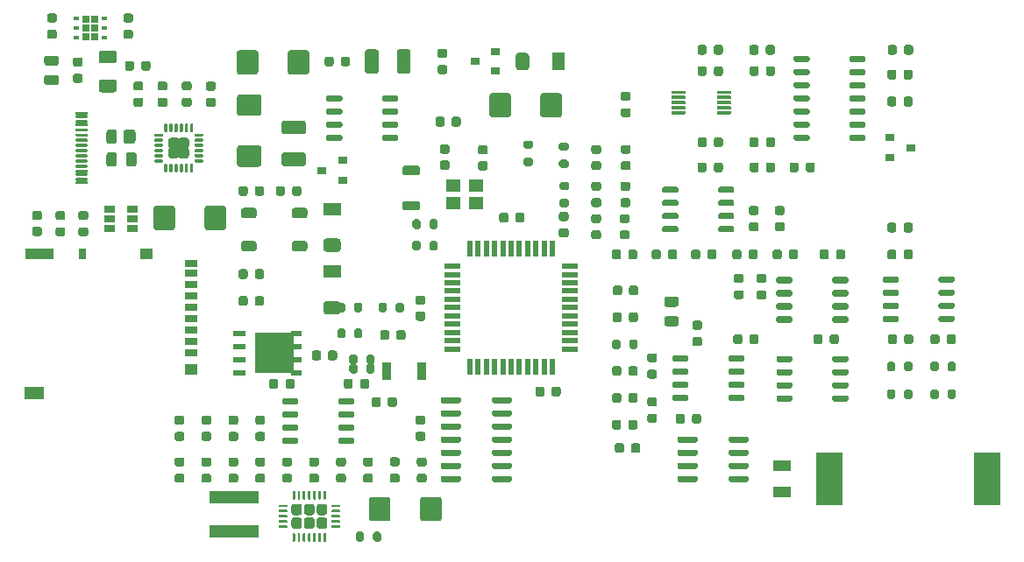
<source format=gbr>
G04 #@! TF.GenerationSoftware,KiCad,Pcbnew,5.1.10-88a1d61d58~88~ubuntu20.04.1*
G04 #@! TF.CreationDate,2021-05-26T16:36:03+02:00*
G04 #@! TF.ProjectId,PSLab,50534c61-622e-46b6-9963-61645f706362,v6.1*
G04 #@! TF.SameCoordinates,Original*
G04 #@! TF.FileFunction,Paste,Top*
G04 #@! TF.FilePolarity,Positive*
%FSLAX46Y46*%
G04 Gerber Fmt 4.6, Leading zero omitted, Abs format (unit mm)*
G04 Created by KiCad (PCBNEW 5.1.10-88a1d61d58~88~ubuntu20.04.1) date 2021-05-26 16:36:03*
%MOMM*%
%LPD*%
G01*
G04 APERTURE LIST*
%ADD10R,1.700000X1.300000*%
%ADD11R,1.300000X1.700000*%
%ADD12R,1.200000X0.700000*%
%ADD13R,1.200000X1.000000*%
%ADD14R,0.800000X1.000000*%
%ADD15R,2.800000X1.000000*%
%ADD16R,1.900000X1.300000*%
%ADD17R,4.700000X1.200000*%
%ADD18R,1.060000X0.650000*%
%ADD19R,0.900000X0.800000*%
%ADD20R,1.270000X0.610000*%
%ADD21R,1.020000X0.610000*%
%ADD22R,3.810000X3.910000*%
%ADD23R,1.400000X1.200000*%
%ADD24R,2.500000X5.100000*%
%ADD25R,1.800000X1.000000*%
%ADD26R,0.900000X1.700000*%
%ADD27R,0.550000X1.500000*%
%ADD28R,1.500000X0.550000*%
%ADD29R,0.630000X0.450000*%
%ADD30R,0.660000X0.730000*%
G04 APERTURE END LIST*
G36*
G01*
X179255000Y-87725000D02*
X179255000Y-87425000D01*
G75*
G02*
X179405000Y-87275000I150000J0D01*
G01*
X180655000Y-87275000D01*
G75*
G02*
X180805000Y-87425000I0J-150000D01*
G01*
X180805000Y-87725000D01*
G75*
G02*
X180655000Y-87875000I-150000J0D01*
G01*
X179405000Y-87875000D01*
G75*
G02*
X179255000Y-87725000I0J150000D01*
G01*
G37*
G36*
G01*
X179255000Y-88995000D02*
X179255000Y-88695000D01*
G75*
G02*
X179405000Y-88545000I150000J0D01*
G01*
X180655000Y-88545000D01*
G75*
G02*
X180805000Y-88695000I0J-150000D01*
G01*
X180805000Y-88995000D01*
G75*
G02*
X180655000Y-89145000I-150000J0D01*
G01*
X179405000Y-89145000D01*
G75*
G02*
X179255000Y-88995000I0J150000D01*
G01*
G37*
G36*
G01*
X179255000Y-90265000D02*
X179255000Y-89965000D01*
G75*
G02*
X179405000Y-89815000I150000J0D01*
G01*
X180655000Y-89815000D01*
G75*
G02*
X180805000Y-89965000I0J-150000D01*
G01*
X180805000Y-90265000D01*
G75*
G02*
X180655000Y-90415000I-150000J0D01*
G01*
X179405000Y-90415000D01*
G75*
G02*
X179255000Y-90265000I0J150000D01*
G01*
G37*
G36*
G01*
X179255000Y-91535000D02*
X179255000Y-91235000D01*
G75*
G02*
X179405000Y-91085000I150000J0D01*
G01*
X180655000Y-91085000D01*
G75*
G02*
X180805000Y-91235000I0J-150000D01*
G01*
X180805000Y-91535000D01*
G75*
G02*
X180655000Y-91685000I-150000J0D01*
G01*
X179405000Y-91685000D01*
G75*
G02*
X179255000Y-91535000I0J150000D01*
G01*
G37*
G36*
G01*
X173855000Y-91535000D02*
X173855000Y-91235000D01*
G75*
G02*
X174005000Y-91085000I150000J0D01*
G01*
X175255000Y-91085000D01*
G75*
G02*
X175405000Y-91235000I0J-150000D01*
G01*
X175405000Y-91535000D01*
G75*
G02*
X175255000Y-91685000I-150000J0D01*
G01*
X174005000Y-91685000D01*
G75*
G02*
X173855000Y-91535000I0J150000D01*
G01*
G37*
G36*
G01*
X173855000Y-90265000D02*
X173855000Y-89965000D01*
G75*
G02*
X174005000Y-89815000I150000J0D01*
G01*
X175255000Y-89815000D01*
G75*
G02*
X175405000Y-89965000I0J-150000D01*
G01*
X175405000Y-90265000D01*
G75*
G02*
X175255000Y-90415000I-150000J0D01*
G01*
X174005000Y-90415000D01*
G75*
G02*
X173855000Y-90265000I0J150000D01*
G01*
G37*
G36*
G01*
X173855000Y-88995000D02*
X173855000Y-88695000D01*
G75*
G02*
X174005000Y-88545000I150000J0D01*
G01*
X175255000Y-88545000D01*
G75*
G02*
X175405000Y-88695000I0J-150000D01*
G01*
X175405000Y-88995000D01*
G75*
G02*
X175255000Y-89145000I-150000J0D01*
G01*
X174005000Y-89145000D01*
G75*
G02*
X173855000Y-88995000I0J150000D01*
G01*
G37*
G36*
G01*
X173855000Y-87725000D02*
X173855000Y-87425000D01*
G75*
G02*
X174005000Y-87275000I150000J0D01*
G01*
X175255000Y-87275000D01*
G75*
G02*
X175405000Y-87425000I0J-150000D01*
G01*
X175405000Y-87725000D01*
G75*
G02*
X175255000Y-87875000I-150000J0D01*
G01*
X174005000Y-87875000D01*
G75*
G02*
X173855000Y-87725000I0J150000D01*
G01*
G37*
G36*
G01*
X168995000Y-87775000D02*
X168995000Y-87475000D01*
G75*
G02*
X169145000Y-87325000I150000J0D01*
G01*
X170395000Y-87325000D01*
G75*
G02*
X170545000Y-87475000I0J-150000D01*
G01*
X170545000Y-87775000D01*
G75*
G02*
X170395000Y-87925000I-150000J0D01*
G01*
X169145000Y-87925000D01*
G75*
G02*
X168995000Y-87775000I0J150000D01*
G01*
G37*
G36*
G01*
X168995000Y-89045000D02*
X168995000Y-88745000D01*
G75*
G02*
X169145000Y-88595000I150000J0D01*
G01*
X170395000Y-88595000D01*
G75*
G02*
X170545000Y-88745000I0J-150000D01*
G01*
X170545000Y-89045000D01*
G75*
G02*
X170395000Y-89195000I-150000J0D01*
G01*
X169145000Y-89195000D01*
G75*
G02*
X168995000Y-89045000I0J150000D01*
G01*
G37*
G36*
G01*
X168995000Y-90315000D02*
X168995000Y-90015000D01*
G75*
G02*
X169145000Y-89865000I150000J0D01*
G01*
X170395000Y-89865000D01*
G75*
G02*
X170545000Y-90015000I0J-150000D01*
G01*
X170545000Y-90315000D01*
G75*
G02*
X170395000Y-90465000I-150000J0D01*
G01*
X169145000Y-90465000D01*
G75*
G02*
X168995000Y-90315000I0J150000D01*
G01*
G37*
G36*
G01*
X168995000Y-91585000D02*
X168995000Y-91285000D01*
G75*
G02*
X169145000Y-91135000I150000J0D01*
G01*
X170395000Y-91135000D01*
G75*
G02*
X170545000Y-91285000I0J-150000D01*
G01*
X170545000Y-91585000D01*
G75*
G02*
X170395000Y-91735000I-150000J0D01*
G01*
X169145000Y-91735000D01*
G75*
G02*
X168995000Y-91585000I0J150000D01*
G01*
G37*
G36*
G01*
X163595000Y-91585000D02*
X163595000Y-91285000D01*
G75*
G02*
X163745000Y-91135000I150000J0D01*
G01*
X164995000Y-91135000D01*
G75*
G02*
X165145000Y-91285000I0J-150000D01*
G01*
X165145000Y-91585000D01*
G75*
G02*
X164995000Y-91735000I-150000J0D01*
G01*
X163745000Y-91735000D01*
G75*
G02*
X163595000Y-91585000I0J150000D01*
G01*
G37*
G36*
G01*
X163595000Y-90315000D02*
X163595000Y-90015000D01*
G75*
G02*
X163745000Y-89865000I150000J0D01*
G01*
X164995000Y-89865000D01*
G75*
G02*
X165145000Y-90015000I0J-150000D01*
G01*
X165145000Y-90315000D01*
G75*
G02*
X164995000Y-90465000I-150000J0D01*
G01*
X163745000Y-90465000D01*
G75*
G02*
X163595000Y-90315000I0J150000D01*
G01*
G37*
G36*
G01*
X163595000Y-89045000D02*
X163595000Y-88745000D01*
G75*
G02*
X163745000Y-88595000I150000J0D01*
G01*
X164995000Y-88595000D01*
G75*
G02*
X165145000Y-88745000I0J-150000D01*
G01*
X165145000Y-89045000D01*
G75*
G02*
X164995000Y-89195000I-150000J0D01*
G01*
X163745000Y-89195000D01*
G75*
G02*
X163595000Y-89045000I0J150000D01*
G01*
G37*
G36*
G01*
X163595000Y-87775000D02*
X163595000Y-87475000D01*
G75*
G02*
X163745000Y-87325000I150000J0D01*
G01*
X164995000Y-87325000D01*
G75*
G02*
X165145000Y-87475000I0J-150000D01*
G01*
X165145000Y-87775000D01*
G75*
G02*
X164995000Y-87925000I-150000J0D01*
G01*
X163745000Y-87925000D01*
G75*
G02*
X163595000Y-87775000I0J150000D01*
G01*
G37*
G36*
G01*
X152585000Y-79045000D02*
X152585000Y-78745000D01*
G75*
G02*
X152735000Y-78595000I150000J0D01*
G01*
X153985000Y-78595000D01*
G75*
G02*
X154135000Y-78745000I0J-150000D01*
G01*
X154135000Y-79045000D01*
G75*
G02*
X153985000Y-79195000I-150000J0D01*
G01*
X152735000Y-79195000D01*
G75*
G02*
X152585000Y-79045000I0J150000D01*
G01*
G37*
G36*
G01*
X152585000Y-80315000D02*
X152585000Y-80015000D01*
G75*
G02*
X152735000Y-79865000I150000J0D01*
G01*
X153985000Y-79865000D01*
G75*
G02*
X154135000Y-80015000I0J-150000D01*
G01*
X154135000Y-80315000D01*
G75*
G02*
X153985000Y-80465000I-150000J0D01*
G01*
X152735000Y-80465000D01*
G75*
G02*
X152585000Y-80315000I0J150000D01*
G01*
G37*
G36*
G01*
X152585000Y-81585000D02*
X152585000Y-81285000D01*
G75*
G02*
X152735000Y-81135000I150000J0D01*
G01*
X153985000Y-81135000D01*
G75*
G02*
X154135000Y-81285000I0J-150000D01*
G01*
X154135000Y-81585000D01*
G75*
G02*
X153985000Y-81735000I-150000J0D01*
G01*
X152735000Y-81735000D01*
G75*
G02*
X152585000Y-81585000I0J150000D01*
G01*
G37*
G36*
G01*
X152585000Y-82855000D02*
X152585000Y-82555000D01*
G75*
G02*
X152735000Y-82405000I150000J0D01*
G01*
X153985000Y-82405000D01*
G75*
G02*
X154135000Y-82555000I0J-150000D01*
G01*
X154135000Y-82855000D01*
G75*
G02*
X153985000Y-83005000I-150000J0D01*
G01*
X152735000Y-83005000D01*
G75*
G02*
X152585000Y-82855000I0J150000D01*
G01*
G37*
G36*
G01*
X157985000Y-82855000D02*
X157985000Y-82555000D01*
G75*
G02*
X158135000Y-82405000I150000J0D01*
G01*
X159385000Y-82405000D01*
G75*
G02*
X159535000Y-82555000I0J-150000D01*
G01*
X159535000Y-82855000D01*
G75*
G02*
X159385000Y-83005000I-150000J0D01*
G01*
X158135000Y-83005000D01*
G75*
G02*
X157985000Y-82855000I0J150000D01*
G01*
G37*
G36*
G01*
X157985000Y-81585000D02*
X157985000Y-81285000D01*
G75*
G02*
X158135000Y-81135000I150000J0D01*
G01*
X159385000Y-81135000D01*
G75*
G02*
X159535000Y-81285000I0J-150000D01*
G01*
X159535000Y-81585000D01*
G75*
G02*
X159385000Y-81735000I-150000J0D01*
G01*
X158135000Y-81735000D01*
G75*
G02*
X157985000Y-81585000I0J150000D01*
G01*
G37*
G36*
G01*
X157985000Y-80315000D02*
X157985000Y-80015000D01*
G75*
G02*
X158135000Y-79865000I150000J0D01*
G01*
X159385000Y-79865000D01*
G75*
G02*
X159535000Y-80015000I0J-150000D01*
G01*
X159535000Y-80315000D01*
G75*
G02*
X159385000Y-80465000I-150000J0D01*
G01*
X158135000Y-80465000D01*
G75*
G02*
X157985000Y-80315000I0J150000D01*
G01*
G37*
G36*
G01*
X157985000Y-79045000D02*
X157985000Y-78745000D01*
G75*
G02*
X158135000Y-78595000I150000J0D01*
G01*
X159385000Y-78595000D01*
G75*
G02*
X159535000Y-78745000I0J-150000D01*
G01*
X159535000Y-79045000D01*
G75*
G02*
X159385000Y-79195000I-150000J0D01*
G01*
X158135000Y-79195000D01*
G75*
G02*
X157985000Y-79045000I0J150000D01*
G01*
G37*
G36*
G01*
X127095000Y-73715000D02*
X127095000Y-74015000D01*
G75*
G02*
X126945000Y-74165000I-150000J0D01*
G01*
X125695000Y-74165000D01*
G75*
G02*
X125545000Y-74015000I0J150000D01*
G01*
X125545000Y-73715000D01*
G75*
G02*
X125695000Y-73565000I150000J0D01*
G01*
X126945000Y-73565000D01*
G75*
G02*
X127095000Y-73715000I0J-150000D01*
G01*
G37*
G36*
G01*
X127095000Y-72445000D02*
X127095000Y-72745000D01*
G75*
G02*
X126945000Y-72895000I-150000J0D01*
G01*
X125695000Y-72895000D01*
G75*
G02*
X125545000Y-72745000I0J150000D01*
G01*
X125545000Y-72445000D01*
G75*
G02*
X125695000Y-72295000I150000J0D01*
G01*
X126945000Y-72295000D01*
G75*
G02*
X127095000Y-72445000I0J-150000D01*
G01*
G37*
G36*
G01*
X127095000Y-71175000D02*
X127095000Y-71475000D01*
G75*
G02*
X126945000Y-71625000I-150000J0D01*
G01*
X125695000Y-71625000D01*
G75*
G02*
X125545000Y-71475000I0J150000D01*
G01*
X125545000Y-71175000D01*
G75*
G02*
X125695000Y-71025000I150000J0D01*
G01*
X126945000Y-71025000D01*
G75*
G02*
X127095000Y-71175000I0J-150000D01*
G01*
G37*
G36*
G01*
X127095000Y-69905000D02*
X127095000Y-70205000D01*
G75*
G02*
X126945000Y-70355000I-150000J0D01*
G01*
X125695000Y-70355000D01*
G75*
G02*
X125545000Y-70205000I0J150000D01*
G01*
X125545000Y-69905000D01*
G75*
G02*
X125695000Y-69755000I150000J0D01*
G01*
X126945000Y-69755000D01*
G75*
G02*
X127095000Y-69905000I0J-150000D01*
G01*
G37*
G36*
G01*
X121695000Y-69905000D02*
X121695000Y-70205000D01*
G75*
G02*
X121545000Y-70355000I-150000J0D01*
G01*
X120295000Y-70355000D01*
G75*
G02*
X120145000Y-70205000I0J150000D01*
G01*
X120145000Y-69905000D01*
G75*
G02*
X120295000Y-69755000I150000J0D01*
G01*
X121545000Y-69755000D01*
G75*
G02*
X121695000Y-69905000I0J-150000D01*
G01*
G37*
G36*
G01*
X121695000Y-71175000D02*
X121695000Y-71475000D01*
G75*
G02*
X121545000Y-71625000I-150000J0D01*
G01*
X120295000Y-71625000D01*
G75*
G02*
X120145000Y-71475000I0J150000D01*
G01*
X120145000Y-71175000D01*
G75*
G02*
X120295000Y-71025000I150000J0D01*
G01*
X121545000Y-71025000D01*
G75*
G02*
X121695000Y-71175000I0J-150000D01*
G01*
G37*
G36*
G01*
X121695000Y-72445000D02*
X121695000Y-72745000D01*
G75*
G02*
X121545000Y-72895000I-150000J0D01*
G01*
X120295000Y-72895000D01*
G75*
G02*
X120145000Y-72745000I0J150000D01*
G01*
X120145000Y-72445000D01*
G75*
G02*
X120295000Y-72295000I150000J0D01*
G01*
X121545000Y-72295000D01*
G75*
G02*
X121695000Y-72445000I0J-150000D01*
G01*
G37*
G36*
G01*
X121695000Y-73715000D02*
X121695000Y-74015000D01*
G75*
G02*
X121545000Y-74165000I-150000J0D01*
G01*
X120295000Y-74165000D01*
G75*
G02*
X120145000Y-74015000I0J150000D01*
G01*
X120145000Y-73715000D01*
G75*
G02*
X120295000Y-73565000I150000J0D01*
G01*
X121545000Y-73565000D01*
G75*
G02*
X121695000Y-73715000I0J-150000D01*
G01*
G37*
G36*
G01*
X122835000Y-103005000D02*
X122835000Y-103305000D01*
G75*
G02*
X122685000Y-103455000I-150000J0D01*
G01*
X121435000Y-103455000D01*
G75*
G02*
X121285000Y-103305000I0J150000D01*
G01*
X121285000Y-103005000D01*
G75*
G02*
X121435000Y-102855000I150000J0D01*
G01*
X122685000Y-102855000D01*
G75*
G02*
X122835000Y-103005000I0J-150000D01*
G01*
G37*
G36*
G01*
X122835000Y-101735000D02*
X122835000Y-102035000D01*
G75*
G02*
X122685000Y-102185000I-150000J0D01*
G01*
X121435000Y-102185000D01*
G75*
G02*
X121285000Y-102035000I0J150000D01*
G01*
X121285000Y-101735000D01*
G75*
G02*
X121435000Y-101585000I150000J0D01*
G01*
X122685000Y-101585000D01*
G75*
G02*
X122835000Y-101735000I0J-150000D01*
G01*
G37*
G36*
G01*
X122835000Y-100465000D02*
X122835000Y-100765000D01*
G75*
G02*
X122685000Y-100915000I-150000J0D01*
G01*
X121435000Y-100915000D01*
G75*
G02*
X121285000Y-100765000I0J150000D01*
G01*
X121285000Y-100465000D01*
G75*
G02*
X121435000Y-100315000I150000J0D01*
G01*
X122685000Y-100315000D01*
G75*
G02*
X122835000Y-100465000I0J-150000D01*
G01*
G37*
G36*
G01*
X122835000Y-99195000D02*
X122835000Y-99495000D01*
G75*
G02*
X122685000Y-99645000I-150000J0D01*
G01*
X121435000Y-99645000D01*
G75*
G02*
X121285000Y-99495000I0J150000D01*
G01*
X121285000Y-99195000D01*
G75*
G02*
X121435000Y-99045000I150000J0D01*
G01*
X122685000Y-99045000D01*
G75*
G02*
X122835000Y-99195000I0J-150000D01*
G01*
G37*
G36*
G01*
X117435000Y-99195000D02*
X117435000Y-99495000D01*
G75*
G02*
X117285000Y-99645000I-150000J0D01*
G01*
X116035000Y-99645000D01*
G75*
G02*
X115885000Y-99495000I0J150000D01*
G01*
X115885000Y-99195000D01*
G75*
G02*
X116035000Y-99045000I150000J0D01*
G01*
X117285000Y-99045000D01*
G75*
G02*
X117435000Y-99195000I0J-150000D01*
G01*
G37*
G36*
G01*
X117435000Y-100465000D02*
X117435000Y-100765000D01*
G75*
G02*
X117285000Y-100915000I-150000J0D01*
G01*
X116035000Y-100915000D01*
G75*
G02*
X115885000Y-100765000I0J150000D01*
G01*
X115885000Y-100465000D01*
G75*
G02*
X116035000Y-100315000I150000J0D01*
G01*
X117285000Y-100315000D01*
G75*
G02*
X117435000Y-100465000I0J-150000D01*
G01*
G37*
G36*
G01*
X117435000Y-101735000D02*
X117435000Y-102035000D01*
G75*
G02*
X117285000Y-102185000I-150000J0D01*
G01*
X116035000Y-102185000D01*
G75*
G02*
X115885000Y-102035000I0J150000D01*
G01*
X115885000Y-101735000D01*
G75*
G02*
X116035000Y-101585000I150000J0D01*
G01*
X117285000Y-101585000D01*
G75*
G02*
X117435000Y-101735000I0J-150000D01*
G01*
G37*
G36*
G01*
X117435000Y-103005000D02*
X117435000Y-103305000D01*
G75*
G02*
X117285000Y-103455000I-150000J0D01*
G01*
X116035000Y-103455000D01*
G75*
G02*
X115885000Y-103305000I0J150000D01*
G01*
X115885000Y-103005000D01*
G75*
G02*
X116035000Y-102855000I150000J0D01*
G01*
X117285000Y-102855000D01*
G75*
G02*
X117435000Y-103005000I0J-150000D01*
G01*
G37*
G36*
G01*
X165275000Y-66390000D02*
X165275000Y-66090000D01*
G75*
G02*
X165425000Y-65940000I150000J0D01*
G01*
X166675000Y-65940000D01*
G75*
G02*
X166825000Y-66090000I0J-150000D01*
G01*
X166825000Y-66390000D01*
G75*
G02*
X166675000Y-66540000I-150000J0D01*
G01*
X165425000Y-66540000D01*
G75*
G02*
X165275000Y-66390000I0J150000D01*
G01*
G37*
G36*
G01*
X165275000Y-67660000D02*
X165275000Y-67360000D01*
G75*
G02*
X165425000Y-67210000I150000J0D01*
G01*
X166675000Y-67210000D01*
G75*
G02*
X166825000Y-67360000I0J-150000D01*
G01*
X166825000Y-67660000D01*
G75*
G02*
X166675000Y-67810000I-150000J0D01*
G01*
X165425000Y-67810000D01*
G75*
G02*
X165275000Y-67660000I0J150000D01*
G01*
G37*
G36*
G01*
X165275000Y-68930000D02*
X165275000Y-68630000D01*
G75*
G02*
X165425000Y-68480000I150000J0D01*
G01*
X166675000Y-68480000D01*
G75*
G02*
X166825000Y-68630000I0J-150000D01*
G01*
X166825000Y-68930000D01*
G75*
G02*
X166675000Y-69080000I-150000J0D01*
G01*
X165425000Y-69080000D01*
G75*
G02*
X165275000Y-68930000I0J150000D01*
G01*
G37*
G36*
G01*
X165275000Y-70200000D02*
X165275000Y-69900000D01*
G75*
G02*
X165425000Y-69750000I150000J0D01*
G01*
X166675000Y-69750000D01*
G75*
G02*
X166825000Y-69900000I0J-150000D01*
G01*
X166825000Y-70200000D01*
G75*
G02*
X166675000Y-70350000I-150000J0D01*
G01*
X165425000Y-70350000D01*
G75*
G02*
X165275000Y-70200000I0J150000D01*
G01*
G37*
G36*
G01*
X165275000Y-71470000D02*
X165275000Y-71170000D01*
G75*
G02*
X165425000Y-71020000I150000J0D01*
G01*
X166675000Y-71020000D01*
G75*
G02*
X166825000Y-71170000I0J-150000D01*
G01*
X166825000Y-71470000D01*
G75*
G02*
X166675000Y-71620000I-150000J0D01*
G01*
X165425000Y-71620000D01*
G75*
G02*
X165275000Y-71470000I0J150000D01*
G01*
G37*
G36*
G01*
X165275000Y-72740000D02*
X165275000Y-72440000D01*
G75*
G02*
X165425000Y-72290000I150000J0D01*
G01*
X166675000Y-72290000D01*
G75*
G02*
X166825000Y-72440000I0J-150000D01*
G01*
X166825000Y-72740000D01*
G75*
G02*
X166675000Y-72890000I-150000J0D01*
G01*
X165425000Y-72890000D01*
G75*
G02*
X165275000Y-72740000I0J150000D01*
G01*
G37*
G36*
G01*
X165275000Y-74010000D02*
X165275000Y-73710000D01*
G75*
G02*
X165425000Y-73560000I150000J0D01*
G01*
X166675000Y-73560000D01*
G75*
G02*
X166825000Y-73710000I0J-150000D01*
G01*
X166825000Y-74010000D01*
G75*
G02*
X166675000Y-74160000I-150000J0D01*
G01*
X165425000Y-74160000D01*
G75*
G02*
X165275000Y-74010000I0J150000D01*
G01*
G37*
G36*
G01*
X170675000Y-74010000D02*
X170675000Y-73710000D01*
G75*
G02*
X170825000Y-73560000I150000J0D01*
G01*
X172075000Y-73560000D01*
G75*
G02*
X172225000Y-73710000I0J-150000D01*
G01*
X172225000Y-74010000D01*
G75*
G02*
X172075000Y-74160000I-150000J0D01*
G01*
X170825000Y-74160000D01*
G75*
G02*
X170675000Y-74010000I0J150000D01*
G01*
G37*
G36*
G01*
X170675000Y-72740000D02*
X170675000Y-72440000D01*
G75*
G02*
X170825000Y-72290000I150000J0D01*
G01*
X172075000Y-72290000D01*
G75*
G02*
X172225000Y-72440000I0J-150000D01*
G01*
X172225000Y-72740000D01*
G75*
G02*
X172075000Y-72890000I-150000J0D01*
G01*
X170825000Y-72890000D01*
G75*
G02*
X170675000Y-72740000I0J150000D01*
G01*
G37*
G36*
G01*
X170675000Y-71470000D02*
X170675000Y-71170000D01*
G75*
G02*
X170825000Y-71020000I150000J0D01*
G01*
X172075000Y-71020000D01*
G75*
G02*
X172225000Y-71170000I0J-150000D01*
G01*
X172225000Y-71470000D01*
G75*
G02*
X172075000Y-71620000I-150000J0D01*
G01*
X170825000Y-71620000D01*
G75*
G02*
X170675000Y-71470000I0J150000D01*
G01*
G37*
G36*
G01*
X170675000Y-70200000D02*
X170675000Y-69900000D01*
G75*
G02*
X170825000Y-69750000I150000J0D01*
G01*
X172075000Y-69750000D01*
G75*
G02*
X172225000Y-69900000I0J-150000D01*
G01*
X172225000Y-70200000D01*
G75*
G02*
X172075000Y-70350000I-150000J0D01*
G01*
X170825000Y-70350000D01*
G75*
G02*
X170675000Y-70200000I0J150000D01*
G01*
G37*
G36*
G01*
X170675000Y-68930000D02*
X170675000Y-68630000D01*
G75*
G02*
X170825000Y-68480000I150000J0D01*
G01*
X172075000Y-68480000D01*
G75*
G02*
X172225000Y-68630000I0J-150000D01*
G01*
X172225000Y-68930000D01*
G75*
G02*
X172075000Y-69080000I-150000J0D01*
G01*
X170825000Y-69080000D01*
G75*
G02*
X170675000Y-68930000I0J150000D01*
G01*
G37*
G36*
G01*
X170675000Y-67660000D02*
X170675000Y-67360000D01*
G75*
G02*
X170825000Y-67210000I150000J0D01*
G01*
X172075000Y-67210000D01*
G75*
G02*
X172225000Y-67360000I0J-150000D01*
G01*
X172225000Y-67660000D01*
G75*
G02*
X172075000Y-67810000I-150000J0D01*
G01*
X170825000Y-67810000D01*
G75*
G02*
X170675000Y-67660000I0J150000D01*
G01*
G37*
G36*
G01*
X170675000Y-66390000D02*
X170675000Y-66090000D01*
G75*
G02*
X170825000Y-65940000I150000J0D01*
G01*
X172075000Y-65940000D01*
G75*
G02*
X172225000Y-66090000I0J-150000D01*
G01*
X172225000Y-66390000D01*
G75*
G02*
X172075000Y-66540000I-150000J0D01*
G01*
X170825000Y-66540000D01*
G75*
G02*
X170675000Y-66390000I0J150000D01*
G01*
G37*
G36*
G01*
X158975000Y-95365000D02*
X158975000Y-95065000D01*
G75*
G02*
X159125000Y-94915000I150000J0D01*
G01*
X160375000Y-94915000D01*
G75*
G02*
X160525000Y-95065000I0J-150000D01*
G01*
X160525000Y-95365000D01*
G75*
G02*
X160375000Y-95515000I-150000J0D01*
G01*
X159125000Y-95515000D01*
G75*
G02*
X158975000Y-95365000I0J150000D01*
G01*
G37*
G36*
G01*
X158975000Y-96635000D02*
X158975000Y-96335000D01*
G75*
G02*
X159125000Y-96185000I150000J0D01*
G01*
X160375000Y-96185000D01*
G75*
G02*
X160525000Y-96335000I0J-150000D01*
G01*
X160525000Y-96635000D01*
G75*
G02*
X160375000Y-96785000I-150000J0D01*
G01*
X159125000Y-96785000D01*
G75*
G02*
X158975000Y-96635000I0J150000D01*
G01*
G37*
G36*
G01*
X158975000Y-97905000D02*
X158975000Y-97605000D01*
G75*
G02*
X159125000Y-97455000I150000J0D01*
G01*
X160375000Y-97455000D01*
G75*
G02*
X160525000Y-97605000I0J-150000D01*
G01*
X160525000Y-97905000D01*
G75*
G02*
X160375000Y-98055000I-150000J0D01*
G01*
X159125000Y-98055000D01*
G75*
G02*
X158975000Y-97905000I0J150000D01*
G01*
G37*
G36*
G01*
X158975000Y-99175000D02*
X158975000Y-98875000D01*
G75*
G02*
X159125000Y-98725000I150000J0D01*
G01*
X160375000Y-98725000D01*
G75*
G02*
X160525000Y-98875000I0J-150000D01*
G01*
X160525000Y-99175000D01*
G75*
G02*
X160375000Y-99325000I-150000J0D01*
G01*
X159125000Y-99325000D01*
G75*
G02*
X158975000Y-99175000I0J150000D01*
G01*
G37*
G36*
G01*
X153575000Y-99175000D02*
X153575000Y-98875000D01*
G75*
G02*
X153725000Y-98725000I150000J0D01*
G01*
X154975000Y-98725000D01*
G75*
G02*
X155125000Y-98875000I0J-150000D01*
G01*
X155125000Y-99175000D01*
G75*
G02*
X154975000Y-99325000I-150000J0D01*
G01*
X153725000Y-99325000D01*
G75*
G02*
X153575000Y-99175000I0J150000D01*
G01*
G37*
G36*
G01*
X153575000Y-97905000D02*
X153575000Y-97605000D01*
G75*
G02*
X153725000Y-97455000I150000J0D01*
G01*
X154975000Y-97455000D01*
G75*
G02*
X155125000Y-97605000I0J-150000D01*
G01*
X155125000Y-97905000D01*
G75*
G02*
X154975000Y-98055000I-150000J0D01*
G01*
X153725000Y-98055000D01*
G75*
G02*
X153575000Y-97905000I0J150000D01*
G01*
G37*
G36*
G01*
X153575000Y-96635000D02*
X153575000Y-96335000D01*
G75*
G02*
X153725000Y-96185000I150000J0D01*
G01*
X154975000Y-96185000D01*
G75*
G02*
X155125000Y-96335000I0J-150000D01*
G01*
X155125000Y-96635000D01*
G75*
G02*
X154975000Y-96785000I-150000J0D01*
G01*
X153725000Y-96785000D01*
G75*
G02*
X153575000Y-96635000I0J150000D01*
G01*
G37*
G36*
G01*
X153575000Y-95365000D02*
X153575000Y-95065000D01*
G75*
G02*
X153725000Y-94915000I150000J0D01*
G01*
X154975000Y-94915000D01*
G75*
G02*
X155125000Y-95065000I0J-150000D01*
G01*
X155125000Y-95365000D01*
G75*
G02*
X154975000Y-95515000I-150000J0D01*
G01*
X153725000Y-95515000D01*
G75*
G02*
X153575000Y-95365000I0J150000D01*
G01*
G37*
G36*
G01*
X163605000Y-95405000D02*
X163605000Y-95105000D01*
G75*
G02*
X163755000Y-94955000I150000J0D01*
G01*
X165005000Y-94955000D01*
G75*
G02*
X165155000Y-95105000I0J-150000D01*
G01*
X165155000Y-95405000D01*
G75*
G02*
X165005000Y-95555000I-150000J0D01*
G01*
X163755000Y-95555000D01*
G75*
G02*
X163605000Y-95405000I0J150000D01*
G01*
G37*
G36*
G01*
X163605000Y-96675000D02*
X163605000Y-96375000D01*
G75*
G02*
X163755000Y-96225000I150000J0D01*
G01*
X165005000Y-96225000D01*
G75*
G02*
X165155000Y-96375000I0J-150000D01*
G01*
X165155000Y-96675000D01*
G75*
G02*
X165005000Y-96825000I-150000J0D01*
G01*
X163755000Y-96825000D01*
G75*
G02*
X163605000Y-96675000I0J150000D01*
G01*
G37*
G36*
G01*
X163605000Y-97945000D02*
X163605000Y-97645000D01*
G75*
G02*
X163755000Y-97495000I150000J0D01*
G01*
X165005000Y-97495000D01*
G75*
G02*
X165155000Y-97645000I0J-150000D01*
G01*
X165155000Y-97945000D01*
G75*
G02*
X165005000Y-98095000I-150000J0D01*
G01*
X163755000Y-98095000D01*
G75*
G02*
X163605000Y-97945000I0J150000D01*
G01*
G37*
G36*
G01*
X163605000Y-99215000D02*
X163605000Y-98915000D01*
G75*
G02*
X163755000Y-98765000I150000J0D01*
G01*
X165005000Y-98765000D01*
G75*
G02*
X165155000Y-98915000I0J-150000D01*
G01*
X165155000Y-99215000D01*
G75*
G02*
X165005000Y-99365000I-150000J0D01*
G01*
X163755000Y-99365000D01*
G75*
G02*
X163605000Y-99215000I0J150000D01*
G01*
G37*
G36*
G01*
X169005000Y-99215000D02*
X169005000Y-98915000D01*
G75*
G02*
X169155000Y-98765000I150000J0D01*
G01*
X170405000Y-98765000D01*
G75*
G02*
X170555000Y-98915000I0J-150000D01*
G01*
X170555000Y-99215000D01*
G75*
G02*
X170405000Y-99365000I-150000J0D01*
G01*
X169155000Y-99365000D01*
G75*
G02*
X169005000Y-99215000I0J150000D01*
G01*
G37*
G36*
G01*
X169005000Y-97945000D02*
X169005000Y-97645000D01*
G75*
G02*
X169155000Y-97495000I150000J0D01*
G01*
X170405000Y-97495000D01*
G75*
G02*
X170555000Y-97645000I0J-150000D01*
G01*
X170555000Y-97945000D01*
G75*
G02*
X170405000Y-98095000I-150000J0D01*
G01*
X169155000Y-98095000D01*
G75*
G02*
X169005000Y-97945000I0J150000D01*
G01*
G37*
G36*
G01*
X169005000Y-96675000D02*
X169005000Y-96375000D01*
G75*
G02*
X169155000Y-96225000I150000J0D01*
G01*
X170405000Y-96225000D01*
G75*
G02*
X170555000Y-96375000I0J-150000D01*
G01*
X170555000Y-96675000D01*
G75*
G02*
X170405000Y-96825000I-150000J0D01*
G01*
X169155000Y-96825000D01*
G75*
G02*
X169005000Y-96675000I0J150000D01*
G01*
G37*
G36*
G01*
X169005000Y-95405000D02*
X169005000Y-95105000D01*
G75*
G02*
X169155000Y-94955000I150000J0D01*
G01*
X170405000Y-94955000D01*
G75*
G02*
X170555000Y-95105000I0J-150000D01*
G01*
X170555000Y-95405000D01*
G75*
G02*
X170405000Y-95555000I-150000J0D01*
G01*
X169155000Y-95555000D01*
G75*
G02*
X169005000Y-95405000I0J150000D01*
G01*
G37*
G36*
G01*
X105945000Y-74104999D02*
X105945000Y-74655001D01*
G75*
G02*
X105695001Y-74905000I-249999J0D01*
G01*
X105144999Y-74905000D01*
G75*
G02*
X104895000Y-74655001I0J249999D01*
G01*
X104895000Y-74104999D01*
G75*
G02*
X105144999Y-73855000I249999J0D01*
G01*
X105695001Y-73855000D01*
G75*
G02*
X105945000Y-74104999I0J-249999D01*
G01*
G37*
G36*
G01*
X105945000Y-75044999D02*
X105945000Y-75595001D01*
G75*
G02*
X105695001Y-75845000I-249999J0D01*
G01*
X105144999Y-75845000D01*
G75*
G02*
X104895000Y-75595001I0J249999D01*
G01*
X104895000Y-75044999D01*
G75*
G02*
X105144999Y-74795000I249999J0D01*
G01*
X105695001Y-74795000D01*
G75*
G02*
X105945000Y-75044999I0J-249999D01*
G01*
G37*
G36*
G01*
X106885000Y-74104999D02*
X106885000Y-74655001D01*
G75*
G02*
X106635001Y-74905000I-249999J0D01*
G01*
X106084999Y-74905000D01*
G75*
G02*
X105835000Y-74655001I0J249999D01*
G01*
X105835000Y-74104999D01*
G75*
G02*
X106084999Y-73855000I249999J0D01*
G01*
X106635001Y-73855000D01*
G75*
G02*
X106885000Y-74104999I0J-249999D01*
G01*
G37*
G36*
G01*
X106885000Y-75044999D02*
X106885000Y-75595001D01*
G75*
G02*
X106635001Y-75845000I-249999J0D01*
G01*
X106084999Y-75845000D01*
G75*
G02*
X105835000Y-75595001I0J249999D01*
G01*
X105835000Y-75044999D01*
G75*
G02*
X106084999Y-74795000I249999J0D01*
G01*
X106635001Y-74795000D01*
G75*
G02*
X106885000Y-75044999I0J-249999D01*
G01*
G37*
G36*
G01*
X107290000Y-76450000D02*
X107290000Y-77125000D01*
G75*
G02*
X107215000Y-77200000I-75000J0D01*
G01*
X107065000Y-77200000D01*
G75*
G02*
X106990000Y-77125000I0J75000D01*
G01*
X106990000Y-76450000D01*
G75*
G02*
X107065000Y-76375000I75000J0D01*
G01*
X107215000Y-76375000D01*
G75*
G02*
X107290000Y-76450000I0J-75000D01*
G01*
G37*
G36*
G01*
X106790000Y-76450000D02*
X106790000Y-77125000D01*
G75*
G02*
X106715000Y-77200000I-75000J0D01*
G01*
X106565000Y-77200000D01*
G75*
G02*
X106490000Y-77125000I0J75000D01*
G01*
X106490000Y-76450000D01*
G75*
G02*
X106565000Y-76375000I75000J0D01*
G01*
X106715000Y-76375000D01*
G75*
G02*
X106790000Y-76450000I0J-75000D01*
G01*
G37*
G36*
G01*
X106290000Y-76450000D02*
X106290000Y-77125000D01*
G75*
G02*
X106215000Y-77200000I-75000J0D01*
G01*
X106065000Y-77200000D01*
G75*
G02*
X105990000Y-77125000I0J75000D01*
G01*
X105990000Y-76450000D01*
G75*
G02*
X106065000Y-76375000I75000J0D01*
G01*
X106215000Y-76375000D01*
G75*
G02*
X106290000Y-76450000I0J-75000D01*
G01*
G37*
G36*
G01*
X105790000Y-76450000D02*
X105790000Y-77125000D01*
G75*
G02*
X105715000Y-77200000I-75000J0D01*
G01*
X105565000Y-77200000D01*
G75*
G02*
X105490000Y-77125000I0J75000D01*
G01*
X105490000Y-76450000D01*
G75*
G02*
X105565000Y-76375000I75000J0D01*
G01*
X105715000Y-76375000D01*
G75*
G02*
X105790000Y-76450000I0J-75000D01*
G01*
G37*
G36*
G01*
X105290000Y-76450000D02*
X105290000Y-77125000D01*
G75*
G02*
X105215000Y-77200000I-75000J0D01*
G01*
X105065000Y-77200000D01*
G75*
G02*
X104990000Y-77125000I0J75000D01*
G01*
X104990000Y-76450000D01*
G75*
G02*
X105065000Y-76375000I75000J0D01*
G01*
X105215000Y-76375000D01*
G75*
G02*
X105290000Y-76450000I0J-75000D01*
G01*
G37*
G36*
G01*
X104790000Y-76450000D02*
X104790000Y-77125000D01*
G75*
G02*
X104715000Y-77200000I-75000J0D01*
G01*
X104565000Y-77200000D01*
G75*
G02*
X104490000Y-77125000I0J75000D01*
G01*
X104490000Y-76450000D01*
G75*
G02*
X104565000Y-76375000I75000J0D01*
G01*
X104715000Y-76375000D01*
G75*
G02*
X104790000Y-76450000I0J-75000D01*
G01*
G37*
G36*
G01*
X104365000Y-76025000D02*
X104365000Y-76175000D01*
G75*
G02*
X104290000Y-76250000I-75000J0D01*
G01*
X103615000Y-76250000D01*
G75*
G02*
X103540000Y-76175000I0J75000D01*
G01*
X103540000Y-76025000D01*
G75*
G02*
X103615000Y-75950000I75000J0D01*
G01*
X104290000Y-75950000D01*
G75*
G02*
X104365000Y-76025000I0J-75000D01*
G01*
G37*
G36*
G01*
X104365000Y-75525000D02*
X104365000Y-75675000D01*
G75*
G02*
X104290000Y-75750000I-75000J0D01*
G01*
X103615000Y-75750000D01*
G75*
G02*
X103540000Y-75675000I0J75000D01*
G01*
X103540000Y-75525000D01*
G75*
G02*
X103615000Y-75450000I75000J0D01*
G01*
X104290000Y-75450000D01*
G75*
G02*
X104365000Y-75525000I0J-75000D01*
G01*
G37*
G36*
G01*
X104365000Y-75025000D02*
X104365000Y-75175000D01*
G75*
G02*
X104290000Y-75250000I-75000J0D01*
G01*
X103615000Y-75250000D01*
G75*
G02*
X103540000Y-75175000I0J75000D01*
G01*
X103540000Y-75025000D01*
G75*
G02*
X103615000Y-74950000I75000J0D01*
G01*
X104290000Y-74950000D01*
G75*
G02*
X104365000Y-75025000I0J-75000D01*
G01*
G37*
G36*
G01*
X104365000Y-74525000D02*
X104365000Y-74675000D01*
G75*
G02*
X104290000Y-74750000I-75000J0D01*
G01*
X103615000Y-74750000D01*
G75*
G02*
X103540000Y-74675000I0J75000D01*
G01*
X103540000Y-74525000D01*
G75*
G02*
X103615000Y-74450000I75000J0D01*
G01*
X104290000Y-74450000D01*
G75*
G02*
X104365000Y-74525000I0J-75000D01*
G01*
G37*
G36*
G01*
X104365000Y-74025000D02*
X104365000Y-74175000D01*
G75*
G02*
X104290000Y-74250000I-75000J0D01*
G01*
X103615000Y-74250000D01*
G75*
G02*
X103540000Y-74175000I0J75000D01*
G01*
X103540000Y-74025000D01*
G75*
G02*
X103615000Y-73950000I75000J0D01*
G01*
X104290000Y-73950000D01*
G75*
G02*
X104365000Y-74025000I0J-75000D01*
G01*
G37*
G36*
G01*
X104365000Y-73525000D02*
X104365000Y-73675000D01*
G75*
G02*
X104290000Y-73750000I-75000J0D01*
G01*
X103615000Y-73750000D01*
G75*
G02*
X103540000Y-73675000I0J75000D01*
G01*
X103540000Y-73525000D01*
G75*
G02*
X103615000Y-73450000I75000J0D01*
G01*
X104290000Y-73450000D01*
G75*
G02*
X104365000Y-73525000I0J-75000D01*
G01*
G37*
G36*
G01*
X104790000Y-72575000D02*
X104790000Y-73250000D01*
G75*
G02*
X104715000Y-73325000I-75000J0D01*
G01*
X104565000Y-73325000D01*
G75*
G02*
X104490000Y-73250000I0J75000D01*
G01*
X104490000Y-72575000D01*
G75*
G02*
X104565000Y-72500000I75000J0D01*
G01*
X104715000Y-72500000D01*
G75*
G02*
X104790000Y-72575000I0J-75000D01*
G01*
G37*
G36*
G01*
X105290000Y-72575000D02*
X105290000Y-73250000D01*
G75*
G02*
X105215000Y-73325000I-75000J0D01*
G01*
X105065000Y-73325000D01*
G75*
G02*
X104990000Y-73250000I0J75000D01*
G01*
X104990000Y-72575000D01*
G75*
G02*
X105065000Y-72500000I75000J0D01*
G01*
X105215000Y-72500000D01*
G75*
G02*
X105290000Y-72575000I0J-75000D01*
G01*
G37*
G36*
G01*
X105790000Y-72575000D02*
X105790000Y-73250000D01*
G75*
G02*
X105715000Y-73325000I-75000J0D01*
G01*
X105565000Y-73325000D01*
G75*
G02*
X105490000Y-73250000I0J75000D01*
G01*
X105490000Y-72575000D01*
G75*
G02*
X105565000Y-72500000I75000J0D01*
G01*
X105715000Y-72500000D01*
G75*
G02*
X105790000Y-72575000I0J-75000D01*
G01*
G37*
G36*
G01*
X106290000Y-72575000D02*
X106290000Y-73250000D01*
G75*
G02*
X106215000Y-73325000I-75000J0D01*
G01*
X106065000Y-73325000D01*
G75*
G02*
X105990000Y-73250000I0J75000D01*
G01*
X105990000Y-72575000D01*
G75*
G02*
X106065000Y-72500000I75000J0D01*
G01*
X106215000Y-72500000D01*
G75*
G02*
X106290000Y-72575000I0J-75000D01*
G01*
G37*
G36*
G01*
X106790000Y-72575000D02*
X106790000Y-73250000D01*
G75*
G02*
X106715000Y-73325000I-75000J0D01*
G01*
X106565000Y-73325000D01*
G75*
G02*
X106490000Y-73250000I0J75000D01*
G01*
X106490000Y-72575000D01*
G75*
G02*
X106565000Y-72500000I75000J0D01*
G01*
X106715000Y-72500000D01*
G75*
G02*
X106790000Y-72575000I0J-75000D01*
G01*
G37*
G36*
G01*
X107290000Y-72575000D02*
X107290000Y-73250000D01*
G75*
G02*
X107215000Y-73325000I-75000J0D01*
G01*
X107065000Y-73325000D01*
G75*
G02*
X106990000Y-73250000I0J75000D01*
G01*
X106990000Y-72575000D01*
G75*
G02*
X107065000Y-72500000I75000J0D01*
G01*
X107215000Y-72500000D01*
G75*
G02*
X107290000Y-72575000I0J-75000D01*
G01*
G37*
G36*
G01*
X108240000Y-73525000D02*
X108240000Y-73675000D01*
G75*
G02*
X108165000Y-73750000I-75000J0D01*
G01*
X107490000Y-73750000D01*
G75*
G02*
X107415000Y-73675000I0J75000D01*
G01*
X107415000Y-73525000D01*
G75*
G02*
X107490000Y-73450000I75000J0D01*
G01*
X108165000Y-73450000D01*
G75*
G02*
X108240000Y-73525000I0J-75000D01*
G01*
G37*
G36*
G01*
X108240000Y-74025000D02*
X108240000Y-74175000D01*
G75*
G02*
X108165000Y-74250000I-75000J0D01*
G01*
X107490000Y-74250000D01*
G75*
G02*
X107415000Y-74175000I0J75000D01*
G01*
X107415000Y-74025000D01*
G75*
G02*
X107490000Y-73950000I75000J0D01*
G01*
X108165000Y-73950000D01*
G75*
G02*
X108240000Y-74025000I0J-75000D01*
G01*
G37*
G36*
G01*
X108240000Y-74495000D02*
X108240000Y-74645000D01*
G75*
G02*
X108165000Y-74720000I-75000J0D01*
G01*
X107490000Y-74720000D01*
G75*
G02*
X107415000Y-74645000I0J75000D01*
G01*
X107415000Y-74495000D01*
G75*
G02*
X107490000Y-74420000I75000J0D01*
G01*
X108165000Y-74420000D01*
G75*
G02*
X108240000Y-74495000I0J-75000D01*
G01*
G37*
G36*
G01*
X108240000Y-75025000D02*
X108240000Y-75175000D01*
G75*
G02*
X108165000Y-75250000I-75000J0D01*
G01*
X107490000Y-75250000D01*
G75*
G02*
X107415000Y-75175000I0J75000D01*
G01*
X107415000Y-75025000D01*
G75*
G02*
X107490000Y-74950000I75000J0D01*
G01*
X108165000Y-74950000D01*
G75*
G02*
X108240000Y-75025000I0J-75000D01*
G01*
G37*
G36*
G01*
X108240000Y-75525000D02*
X108240000Y-75675000D01*
G75*
G02*
X108165000Y-75750000I-75000J0D01*
G01*
X107490000Y-75750000D01*
G75*
G02*
X107415000Y-75675000I0J75000D01*
G01*
X107415000Y-75525000D01*
G75*
G02*
X107490000Y-75450000I75000J0D01*
G01*
X108165000Y-75450000D01*
G75*
G02*
X108240000Y-75525000I0J-75000D01*
G01*
G37*
G36*
G01*
X108240000Y-76025000D02*
X108240000Y-76175000D01*
G75*
G02*
X108165000Y-76250000I-75000J0D01*
G01*
X107490000Y-76250000D01*
G75*
G02*
X107415000Y-76175000I0J75000D01*
G01*
X107415000Y-76025000D01*
G75*
G02*
X107490000Y-75950000I75000J0D01*
G01*
X108165000Y-75950000D01*
G75*
G02*
X108240000Y-76025000I0J-75000D01*
G01*
G37*
G36*
G01*
X153023750Y-91110000D02*
X153936250Y-91110000D01*
G75*
G02*
X154180000Y-91353750I0J-243750D01*
G01*
X154180000Y-91841250D01*
G75*
G02*
X153936250Y-92085000I-243750J0D01*
G01*
X153023750Y-92085000D01*
G75*
G02*
X152780000Y-91841250I0J243750D01*
G01*
X152780000Y-91353750D01*
G75*
G02*
X153023750Y-91110000I243750J0D01*
G01*
G37*
G36*
G01*
X153023750Y-89235000D02*
X153936250Y-89235000D01*
G75*
G02*
X154180000Y-89478750I0J-243750D01*
G01*
X154180000Y-89966250D01*
G75*
G02*
X153936250Y-90210000I-243750J0D01*
G01*
X153023750Y-90210000D01*
G75*
G02*
X152780000Y-89966250I0J243750D01*
G01*
X152780000Y-89478750D01*
G75*
G02*
X153023750Y-89235000I243750J0D01*
G01*
G37*
G36*
G01*
X94056250Y-68765000D02*
X93143750Y-68765000D01*
G75*
G02*
X92900000Y-68521250I0J243750D01*
G01*
X92900000Y-68033750D01*
G75*
G02*
X93143750Y-67790000I243750J0D01*
G01*
X94056250Y-67790000D01*
G75*
G02*
X94300000Y-68033750I0J-243750D01*
G01*
X94300000Y-68521250D01*
G75*
G02*
X94056250Y-68765000I-243750J0D01*
G01*
G37*
G36*
G01*
X94056250Y-66890000D02*
X93143750Y-66890000D01*
G75*
G02*
X92900000Y-66646250I0J243750D01*
G01*
X92900000Y-66158750D01*
G75*
G02*
X93143750Y-65915000I243750J0D01*
G01*
X94056250Y-65915000D01*
G75*
G02*
X94300000Y-66158750I0J-243750D01*
G01*
X94300000Y-66646250D01*
G75*
G02*
X94056250Y-66890000I-243750J0D01*
G01*
G37*
G36*
G01*
X96010000Y-77750000D02*
X97010000Y-77750000D01*
G75*
G02*
X97085000Y-77825000I0J-75000D01*
G01*
X97085000Y-77975000D01*
G75*
G02*
X97010000Y-78050000I-75000J0D01*
G01*
X96010000Y-78050000D01*
G75*
G02*
X95935000Y-77975000I0J75000D01*
G01*
X95935000Y-77825000D01*
G75*
G02*
X96010000Y-77750000I75000J0D01*
G01*
G37*
G36*
G01*
X96010000Y-76950000D02*
X97010000Y-76950000D01*
G75*
G02*
X97085000Y-77025000I0J-75000D01*
G01*
X97085000Y-77175000D01*
G75*
G02*
X97010000Y-77250000I-75000J0D01*
G01*
X96010000Y-77250000D01*
G75*
G02*
X95935000Y-77175000I0J75000D01*
G01*
X95935000Y-77025000D01*
G75*
G02*
X96010000Y-76950000I75000J0D01*
G01*
G37*
G36*
G01*
X96010000Y-76450000D02*
X97010000Y-76450000D01*
G75*
G02*
X97085000Y-76525000I0J-75000D01*
G01*
X97085000Y-76675000D01*
G75*
G02*
X97010000Y-76750000I-75000J0D01*
G01*
X96010000Y-76750000D01*
G75*
G02*
X95935000Y-76675000I0J75000D01*
G01*
X95935000Y-76525000D01*
G75*
G02*
X96010000Y-76450000I75000J0D01*
G01*
G37*
G36*
G01*
X96010000Y-75950000D02*
X97010000Y-75950000D01*
G75*
G02*
X97085000Y-76025000I0J-75000D01*
G01*
X97085000Y-76175000D01*
G75*
G02*
X97010000Y-76250000I-75000J0D01*
G01*
X96010000Y-76250000D01*
G75*
G02*
X95935000Y-76175000I0J75000D01*
G01*
X95935000Y-76025000D01*
G75*
G02*
X96010000Y-75950000I75000J0D01*
G01*
G37*
G36*
G01*
X96010000Y-75450000D02*
X97010000Y-75450000D01*
G75*
G02*
X97085000Y-75525000I0J-75000D01*
G01*
X97085000Y-75675000D01*
G75*
G02*
X97010000Y-75750000I-75000J0D01*
G01*
X96010000Y-75750000D01*
G75*
G02*
X95935000Y-75675000I0J75000D01*
G01*
X95935000Y-75525000D01*
G75*
G02*
X96010000Y-75450000I75000J0D01*
G01*
G37*
G36*
G01*
X96010000Y-74950000D02*
X97010000Y-74950000D01*
G75*
G02*
X97085000Y-75025000I0J-75000D01*
G01*
X97085000Y-75175000D01*
G75*
G02*
X97010000Y-75250000I-75000J0D01*
G01*
X96010000Y-75250000D01*
G75*
G02*
X95935000Y-75175000I0J75000D01*
G01*
X95935000Y-75025000D01*
G75*
G02*
X96010000Y-74950000I75000J0D01*
G01*
G37*
G36*
G01*
X96010000Y-74450000D02*
X97010000Y-74450000D01*
G75*
G02*
X97085000Y-74525000I0J-75000D01*
G01*
X97085000Y-74675000D01*
G75*
G02*
X97010000Y-74750000I-75000J0D01*
G01*
X96010000Y-74750000D01*
G75*
G02*
X95935000Y-74675000I0J75000D01*
G01*
X95935000Y-74525000D01*
G75*
G02*
X96010000Y-74450000I75000J0D01*
G01*
G37*
G36*
G01*
X96010000Y-73950000D02*
X97010000Y-73950000D01*
G75*
G02*
X97085000Y-74025000I0J-75000D01*
G01*
X97085000Y-74175000D01*
G75*
G02*
X97010000Y-74250000I-75000J0D01*
G01*
X96010000Y-74250000D01*
G75*
G02*
X95935000Y-74175000I0J75000D01*
G01*
X95935000Y-74025000D01*
G75*
G02*
X96010000Y-73950000I75000J0D01*
G01*
G37*
G36*
G01*
X96010000Y-73450000D02*
X97010000Y-73450000D01*
G75*
G02*
X97085000Y-73525000I0J-75000D01*
G01*
X97085000Y-73675000D01*
G75*
G02*
X97010000Y-73750000I-75000J0D01*
G01*
X96010000Y-73750000D01*
G75*
G02*
X95935000Y-73675000I0J75000D01*
G01*
X95935000Y-73525000D01*
G75*
G02*
X96010000Y-73450000I75000J0D01*
G01*
G37*
G36*
G01*
X96010000Y-72950000D02*
X97010000Y-72950000D01*
G75*
G02*
X97085000Y-73025000I0J-75000D01*
G01*
X97085000Y-73175000D01*
G75*
G02*
X97010000Y-73250000I-75000J0D01*
G01*
X96010000Y-73250000D01*
G75*
G02*
X95935000Y-73175000I0J75000D01*
G01*
X95935000Y-73025000D01*
G75*
G02*
X96010000Y-72950000I75000J0D01*
G01*
G37*
G36*
G01*
X96010000Y-72150000D02*
X97010000Y-72150000D01*
G75*
G02*
X97085000Y-72225000I0J-75000D01*
G01*
X97085000Y-72375000D01*
G75*
G02*
X97010000Y-72450000I-75000J0D01*
G01*
X96010000Y-72450000D01*
G75*
G02*
X95935000Y-72375000I0J75000D01*
G01*
X95935000Y-72225000D01*
G75*
G02*
X96010000Y-72150000I75000J0D01*
G01*
G37*
G36*
G01*
X96010000Y-71350000D02*
X97010000Y-71350000D01*
G75*
G02*
X97085000Y-71425000I0J-75000D01*
G01*
X97085000Y-71575000D01*
G75*
G02*
X97010000Y-71650000I-75000J0D01*
G01*
X96010000Y-71650000D01*
G75*
G02*
X95935000Y-71575000I0J75000D01*
G01*
X95935000Y-71425000D01*
G75*
G02*
X96010000Y-71350000I75000J0D01*
G01*
G37*
G36*
G01*
X96010000Y-71650000D02*
X97010000Y-71650000D01*
G75*
G02*
X97085000Y-71725000I0J-75000D01*
G01*
X97085000Y-71875000D01*
G75*
G02*
X97010000Y-71950000I-75000J0D01*
G01*
X96010000Y-71950000D01*
G75*
G02*
X95935000Y-71875000I0J75000D01*
G01*
X95935000Y-71725000D01*
G75*
G02*
X96010000Y-71650000I75000J0D01*
G01*
G37*
G36*
G01*
X96010000Y-72450000D02*
X97010000Y-72450000D01*
G75*
G02*
X97085000Y-72525000I0J-75000D01*
G01*
X97085000Y-72675000D01*
G75*
G02*
X97010000Y-72750000I-75000J0D01*
G01*
X96010000Y-72750000D01*
G75*
G02*
X95935000Y-72675000I0J75000D01*
G01*
X95935000Y-72525000D01*
G75*
G02*
X96010000Y-72450000I75000J0D01*
G01*
G37*
G36*
G01*
X96010000Y-77250000D02*
X97010000Y-77250000D01*
G75*
G02*
X97085000Y-77325000I0J-75000D01*
G01*
X97085000Y-77475000D01*
G75*
G02*
X97010000Y-77550000I-75000J0D01*
G01*
X96010000Y-77550000D01*
G75*
G02*
X95935000Y-77475000I0J75000D01*
G01*
X95935000Y-77325000D01*
G75*
G02*
X96010000Y-77250000I75000J0D01*
G01*
G37*
G36*
G01*
X96010000Y-78050000D02*
X97010000Y-78050000D01*
G75*
G02*
X97085000Y-78125000I0J-75000D01*
G01*
X97085000Y-78275000D01*
G75*
G02*
X97010000Y-78350000I-75000J0D01*
G01*
X96010000Y-78350000D01*
G75*
G02*
X95935000Y-78275000I0J75000D01*
G01*
X95935000Y-78125000D01*
G75*
G02*
X96010000Y-78050000I75000J0D01*
G01*
G37*
G36*
G01*
X149360000Y-91476250D02*
X149360000Y-90963750D01*
G75*
G02*
X149578750Y-90745000I218750J0D01*
G01*
X150016250Y-90745000D01*
G75*
G02*
X150235000Y-90963750I0J-218750D01*
G01*
X150235000Y-91476250D01*
G75*
G02*
X150016250Y-91695000I-218750J0D01*
G01*
X149578750Y-91695000D01*
G75*
G02*
X149360000Y-91476250I0J218750D01*
G01*
G37*
G36*
G01*
X147785000Y-91476250D02*
X147785000Y-90963750D01*
G75*
G02*
X148003750Y-90745000I218750J0D01*
G01*
X148441250Y-90745000D01*
G75*
G02*
X148660000Y-90963750I0J-218750D01*
G01*
X148660000Y-91476250D01*
G75*
G02*
X148441250Y-91695000I-218750J0D01*
G01*
X148003750Y-91695000D01*
G75*
G02*
X147785000Y-91476250I0J218750D01*
G01*
G37*
G36*
G01*
X111416250Y-101610000D02*
X110903750Y-101610000D01*
G75*
G02*
X110685000Y-101391250I0J218750D01*
G01*
X110685000Y-100953750D01*
G75*
G02*
X110903750Y-100735000I218750J0D01*
G01*
X111416250Y-100735000D01*
G75*
G02*
X111635000Y-100953750I0J-218750D01*
G01*
X111635000Y-101391250D01*
G75*
G02*
X111416250Y-101610000I-218750J0D01*
G01*
G37*
G36*
G01*
X111416250Y-103185000D02*
X110903750Y-103185000D01*
G75*
G02*
X110685000Y-102966250I0J218750D01*
G01*
X110685000Y-102528750D01*
G75*
G02*
X110903750Y-102310000I218750J0D01*
G01*
X111416250Y-102310000D01*
G75*
G02*
X111635000Y-102528750I0J-218750D01*
G01*
X111635000Y-102966250D01*
G75*
G02*
X111416250Y-103185000I-218750J0D01*
G01*
G37*
G36*
G01*
X119216250Y-105650000D02*
X118703750Y-105650000D01*
G75*
G02*
X118485000Y-105431250I0J218750D01*
G01*
X118485000Y-104993750D01*
G75*
G02*
X118703750Y-104775000I218750J0D01*
G01*
X119216250Y-104775000D01*
G75*
G02*
X119435000Y-104993750I0J-218750D01*
G01*
X119435000Y-105431250D01*
G75*
G02*
X119216250Y-105650000I-218750J0D01*
G01*
G37*
G36*
G01*
X119216250Y-107225000D02*
X118703750Y-107225000D01*
G75*
G02*
X118485000Y-107006250I0J218750D01*
G01*
X118485000Y-106568750D01*
G75*
G02*
X118703750Y-106350000I218750J0D01*
G01*
X119216250Y-106350000D01*
G75*
G02*
X119435000Y-106568750I0J-218750D01*
G01*
X119435000Y-107006250D01*
G75*
G02*
X119216250Y-107225000I-218750J0D01*
G01*
G37*
G36*
G01*
X113250000Y-79256250D02*
X113250000Y-78743750D01*
G75*
G02*
X113468750Y-78525000I218750J0D01*
G01*
X113906250Y-78525000D01*
G75*
G02*
X114125000Y-78743750I0J-218750D01*
G01*
X114125000Y-79256250D01*
G75*
G02*
X113906250Y-79475000I-218750J0D01*
G01*
X113468750Y-79475000D01*
G75*
G02*
X113250000Y-79256250I0J218750D01*
G01*
G37*
G36*
G01*
X111675000Y-79256250D02*
X111675000Y-78743750D01*
G75*
G02*
X111893750Y-78525000I218750J0D01*
G01*
X112331250Y-78525000D01*
G75*
G02*
X112550000Y-78743750I0J-218750D01*
G01*
X112550000Y-79256250D01*
G75*
G02*
X112331250Y-79475000I-218750J0D01*
G01*
X111893750Y-79475000D01*
G75*
G02*
X111675000Y-79256250I0J218750D01*
G01*
G37*
G36*
G01*
X115275000Y-79256250D02*
X115275000Y-78743750D01*
G75*
G02*
X115493750Y-78525000I218750J0D01*
G01*
X115931250Y-78525000D01*
G75*
G02*
X116150000Y-78743750I0J-218750D01*
G01*
X116150000Y-79256250D01*
G75*
G02*
X115931250Y-79475000I-218750J0D01*
G01*
X115493750Y-79475000D01*
G75*
G02*
X115275000Y-79256250I0J218750D01*
G01*
G37*
G36*
G01*
X116850000Y-79256250D02*
X116850000Y-78743750D01*
G75*
G02*
X117068750Y-78525000I218750J0D01*
G01*
X117506250Y-78525000D01*
G75*
G02*
X117725000Y-78743750I0J-218750D01*
G01*
X117725000Y-79256250D01*
G75*
G02*
X117506250Y-79475000I-218750J0D01*
G01*
X117068750Y-79475000D01*
G75*
G02*
X116850000Y-79256250I0J218750D01*
G01*
G37*
G36*
G01*
X131606250Y-66130000D02*
X131093750Y-66130000D01*
G75*
G02*
X130875000Y-65911250I0J218750D01*
G01*
X130875000Y-65473750D01*
G75*
G02*
X131093750Y-65255000I218750J0D01*
G01*
X131606250Y-65255000D01*
G75*
G02*
X131825000Y-65473750I0J-218750D01*
G01*
X131825000Y-65911250D01*
G75*
G02*
X131606250Y-66130000I-218750J0D01*
G01*
G37*
G36*
G01*
X131606250Y-67705000D02*
X131093750Y-67705000D01*
G75*
G02*
X130875000Y-67486250I0J218750D01*
G01*
X130875000Y-67048750D01*
G75*
G02*
X131093750Y-66830000I218750J0D01*
G01*
X131606250Y-66830000D01*
G75*
G02*
X131825000Y-67048750I0J-218750D01*
G01*
X131825000Y-67486250D01*
G75*
G02*
X131606250Y-67705000I-218750J0D01*
G01*
G37*
G36*
G01*
X121550000Y-66736250D02*
X121550000Y-66223750D01*
G75*
G02*
X121768750Y-66005000I218750J0D01*
G01*
X122206250Y-66005000D01*
G75*
G02*
X122425000Y-66223750I0J-218750D01*
G01*
X122425000Y-66736250D01*
G75*
G02*
X122206250Y-66955000I-218750J0D01*
G01*
X121768750Y-66955000D01*
G75*
G02*
X121550000Y-66736250I0J218750D01*
G01*
G37*
G36*
G01*
X119975000Y-66736250D02*
X119975000Y-66223750D01*
G75*
G02*
X120193750Y-66005000I218750J0D01*
G01*
X120631250Y-66005000D01*
G75*
G02*
X120850000Y-66223750I0J-218750D01*
G01*
X120850000Y-66736250D01*
G75*
G02*
X120631250Y-66955000I-218750J0D01*
G01*
X120193750Y-66955000D01*
G75*
G02*
X119975000Y-66736250I0J218750D01*
G01*
G37*
G36*
G01*
X149300000Y-85396250D02*
X149300000Y-84883750D01*
G75*
G02*
X149518750Y-84665000I218750J0D01*
G01*
X149956250Y-84665000D01*
G75*
G02*
X150175000Y-84883750I0J-218750D01*
G01*
X150175000Y-85396250D01*
G75*
G02*
X149956250Y-85615000I-218750J0D01*
G01*
X149518750Y-85615000D01*
G75*
G02*
X149300000Y-85396250I0J218750D01*
G01*
G37*
G36*
G01*
X147725000Y-85396250D02*
X147725000Y-84883750D01*
G75*
G02*
X147943750Y-84665000I218750J0D01*
G01*
X148381250Y-84665000D01*
G75*
G02*
X148600000Y-84883750I0J-218750D01*
G01*
X148600000Y-85396250D01*
G75*
G02*
X148381250Y-85615000I-218750J0D01*
G01*
X147943750Y-85615000D01*
G75*
G02*
X147725000Y-85396250I0J218750D01*
G01*
G37*
G36*
G01*
X114016250Y-105650000D02*
X113503750Y-105650000D01*
G75*
G02*
X113285000Y-105431250I0J218750D01*
G01*
X113285000Y-104993750D01*
G75*
G02*
X113503750Y-104775000I218750J0D01*
G01*
X114016250Y-104775000D01*
G75*
G02*
X114235000Y-104993750I0J-218750D01*
G01*
X114235000Y-105431250D01*
G75*
G02*
X114016250Y-105650000I-218750J0D01*
G01*
G37*
G36*
G01*
X114016250Y-107225000D02*
X113503750Y-107225000D01*
G75*
G02*
X113285000Y-107006250I0J218750D01*
G01*
X113285000Y-106568750D01*
G75*
G02*
X113503750Y-106350000I218750J0D01*
G01*
X114016250Y-106350000D01*
G75*
G02*
X114235000Y-106568750I0J-218750D01*
G01*
X114235000Y-107006250D01*
G75*
G02*
X114016250Y-107225000I-218750J0D01*
G01*
G37*
G36*
G01*
X146466250Y-78990000D02*
X145953750Y-78990000D01*
G75*
G02*
X145735000Y-78771250I0J218750D01*
G01*
X145735000Y-78333750D01*
G75*
G02*
X145953750Y-78115000I218750J0D01*
G01*
X146466250Y-78115000D01*
G75*
G02*
X146685000Y-78333750I0J-218750D01*
G01*
X146685000Y-78771250D01*
G75*
G02*
X146466250Y-78990000I-218750J0D01*
G01*
G37*
G36*
G01*
X146466250Y-80565000D02*
X145953750Y-80565000D01*
G75*
G02*
X145735000Y-80346250I0J218750D01*
G01*
X145735000Y-79908750D01*
G75*
G02*
X145953750Y-79690000I218750J0D01*
G01*
X146466250Y-79690000D01*
G75*
G02*
X146685000Y-79908750I0J-218750D01*
G01*
X146685000Y-80346250D01*
G75*
G02*
X146466250Y-80565000I-218750J0D01*
G01*
G37*
G36*
G01*
X146466250Y-75420000D02*
X145953750Y-75420000D01*
G75*
G02*
X145735000Y-75201250I0J218750D01*
G01*
X145735000Y-74763750D01*
G75*
G02*
X145953750Y-74545000I218750J0D01*
G01*
X146466250Y-74545000D01*
G75*
G02*
X146685000Y-74763750I0J-218750D01*
G01*
X146685000Y-75201250D01*
G75*
G02*
X146466250Y-75420000I-218750J0D01*
G01*
G37*
G36*
G01*
X146466250Y-76995000D02*
X145953750Y-76995000D01*
G75*
G02*
X145735000Y-76776250I0J218750D01*
G01*
X145735000Y-76338750D01*
G75*
G02*
X145953750Y-76120000I218750J0D01*
G01*
X146466250Y-76120000D01*
G75*
G02*
X146685000Y-76338750I0J-218750D01*
G01*
X146685000Y-76776250D01*
G75*
G02*
X146466250Y-76995000I-218750J0D01*
G01*
G37*
G36*
G01*
X157570000Y-65606250D02*
X157570000Y-65093750D01*
G75*
G02*
X157788750Y-64875000I218750J0D01*
G01*
X158226250Y-64875000D01*
G75*
G02*
X158445000Y-65093750I0J-218750D01*
G01*
X158445000Y-65606250D01*
G75*
G02*
X158226250Y-65825000I-218750J0D01*
G01*
X157788750Y-65825000D01*
G75*
G02*
X157570000Y-65606250I0J218750D01*
G01*
G37*
G36*
G01*
X155995000Y-65606250D02*
X155995000Y-65093750D01*
G75*
G02*
X156213750Y-64875000I218750J0D01*
G01*
X156651250Y-64875000D01*
G75*
G02*
X156870000Y-65093750I0J-218750D01*
G01*
X156870000Y-65606250D01*
G75*
G02*
X156651250Y-65825000I-218750J0D01*
G01*
X156213750Y-65825000D01*
G75*
G02*
X155995000Y-65606250I0J218750D01*
G01*
G37*
G36*
G01*
X162580000Y-65606250D02*
X162580000Y-65093750D01*
G75*
G02*
X162798750Y-64875000I218750J0D01*
G01*
X163236250Y-64875000D01*
G75*
G02*
X163455000Y-65093750I0J-218750D01*
G01*
X163455000Y-65606250D01*
G75*
G02*
X163236250Y-65825000I-218750J0D01*
G01*
X162798750Y-65825000D01*
G75*
G02*
X162580000Y-65606250I0J218750D01*
G01*
G37*
G36*
G01*
X161005000Y-65606250D02*
X161005000Y-65093750D01*
G75*
G02*
X161223750Y-64875000I218750J0D01*
G01*
X161661250Y-64875000D01*
G75*
G02*
X161880000Y-65093750I0J-218750D01*
G01*
X161880000Y-65606250D01*
G75*
G02*
X161661250Y-65825000I-218750J0D01*
G01*
X161223750Y-65825000D01*
G75*
G02*
X161005000Y-65606250I0J218750D01*
G01*
G37*
G36*
G01*
X162416250Y-87910000D02*
X161903750Y-87910000D01*
G75*
G02*
X161685000Y-87691250I0J218750D01*
G01*
X161685000Y-87253750D01*
G75*
G02*
X161903750Y-87035000I218750J0D01*
G01*
X162416250Y-87035000D01*
G75*
G02*
X162635000Y-87253750I0J-218750D01*
G01*
X162635000Y-87691250D01*
G75*
G02*
X162416250Y-87910000I-218750J0D01*
G01*
G37*
G36*
G01*
X162416250Y-89485000D02*
X161903750Y-89485000D01*
G75*
G02*
X161685000Y-89266250I0J218750D01*
G01*
X161685000Y-88828750D01*
G75*
G02*
X161903750Y-88610000I218750J0D01*
G01*
X162416250Y-88610000D01*
G75*
G02*
X162635000Y-88828750I0J-218750D01*
G01*
X162635000Y-89266250D01*
G75*
G02*
X162416250Y-89485000I-218750J0D01*
G01*
G37*
G36*
G01*
X175940000Y-93596250D02*
X175940000Y-93083750D01*
G75*
G02*
X176158750Y-92865000I218750J0D01*
G01*
X176596250Y-92865000D01*
G75*
G02*
X176815000Y-93083750I0J-218750D01*
G01*
X176815000Y-93596250D01*
G75*
G02*
X176596250Y-93815000I-218750J0D01*
G01*
X176158750Y-93815000D01*
G75*
G02*
X175940000Y-93596250I0J218750D01*
G01*
G37*
G36*
G01*
X174365000Y-93596250D02*
X174365000Y-93083750D01*
G75*
G02*
X174583750Y-92865000I218750J0D01*
G01*
X175021250Y-92865000D01*
G75*
G02*
X175240000Y-93083750I0J-218750D01*
G01*
X175240000Y-93596250D01*
G75*
G02*
X175021250Y-93815000I-218750J0D01*
G01*
X174583750Y-93815000D01*
G75*
G02*
X174365000Y-93596250I0J218750D01*
G01*
G37*
G36*
G01*
X175900000Y-85396250D02*
X175900000Y-84883750D01*
G75*
G02*
X176118750Y-84665000I218750J0D01*
G01*
X176556250Y-84665000D01*
G75*
G02*
X176775000Y-84883750I0J-218750D01*
G01*
X176775000Y-85396250D01*
G75*
G02*
X176556250Y-85615000I-218750J0D01*
G01*
X176118750Y-85615000D01*
G75*
G02*
X175900000Y-85396250I0J218750D01*
G01*
G37*
G36*
G01*
X174325000Y-85396250D02*
X174325000Y-84883750D01*
G75*
G02*
X174543750Y-84665000I218750J0D01*
G01*
X174981250Y-84665000D01*
G75*
G02*
X175200000Y-84883750I0J-218750D01*
G01*
X175200000Y-85396250D01*
G75*
G02*
X174981250Y-85615000I-218750J0D01*
G01*
X174543750Y-85615000D01*
G75*
G02*
X174325000Y-85396250I0J218750D01*
G01*
G37*
G36*
G01*
X160920000Y-85396250D02*
X160920000Y-84883750D01*
G75*
G02*
X161138750Y-84665000I218750J0D01*
G01*
X161576250Y-84665000D01*
G75*
G02*
X161795000Y-84883750I0J-218750D01*
G01*
X161795000Y-85396250D01*
G75*
G02*
X161576250Y-85615000I-218750J0D01*
G01*
X161138750Y-85615000D01*
G75*
G02*
X160920000Y-85396250I0J218750D01*
G01*
G37*
G36*
G01*
X159345000Y-85396250D02*
X159345000Y-84883750D01*
G75*
G02*
X159563750Y-84665000I218750J0D01*
G01*
X160001250Y-84665000D01*
G75*
G02*
X160220000Y-84883750I0J-218750D01*
G01*
X160220000Y-85396250D01*
G75*
G02*
X160001250Y-85615000I-218750J0D01*
G01*
X159563750Y-85615000D01*
G75*
G02*
X159345000Y-85396250I0J218750D01*
G01*
G37*
G36*
G01*
X175890000Y-68006250D02*
X175890000Y-67493750D01*
G75*
G02*
X176108750Y-67275000I218750J0D01*
G01*
X176546250Y-67275000D01*
G75*
G02*
X176765000Y-67493750I0J-218750D01*
G01*
X176765000Y-68006250D01*
G75*
G02*
X176546250Y-68225000I-218750J0D01*
G01*
X176108750Y-68225000D01*
G75*
G02*
X175890000Y-68006250I0J218750D01*
G01*
G37*
G36*
G01*
X174315000Y-68006250D02*
X174315000Y-67493750D01*
G75*
G02*
X174533750Y-67275000I218750J0D01*
G01*
X174971250Y-67275000D01*
G75*
G02*
X175190000Y-67493750I0J-218750D01*
G01*
X175190000Y-68006250D01*
G75*
G02*
X174971250Y-68225000I-218750J0D01*
G01*
X174533750Y-68225000D01*
G75*
G02*
X174315000Y-68006250I0J218750D01*
G01*
G37*
G36*
G01*
X175940000Y-65606250D02*
X175940000Y-65093750D01*
G75*
G02*
X176158750Y-64875000I218750J0D01*
G01*
X176596250Y-64875000D01*
G75*
G02*
X176815000Y-65093750I0J-218750D01*
G01*
X176815000Y-65606250D01*
G75*
G02*
X176596250Y-65825000I-218750J0D01*
G01*
X176158750Y-65825000D01*
G75*
G02*
X175940000Y-65606250I0J218750D01*
G01*
G37*
G36*
G01*
X174365000Y-65606250D02*
X174365000Y-65093750D01*
G75*
G02*
X174583750Y-64875000I218750J0D01*
G01*
X175021250Y-64875000D01*
G75*
G02*
X175240000Y-65093750I0J-218750D01*
G01*
X175240000Y-65606250D01*
G75*
G02*
X175021250Y-65825000I-218750J0D01*
G01*
X174583750Y-65825000D01*
G75*
G02*
X174365000Y-65606250I0J218750D01*
G01*
G37*
G36*
G01*
X149306250Y-70290000D02*
X148793750Y-70290000D01*
G75*
G02*
X148575000Y-70071250I0J218750D01*
G01*
X148575000Y-69633750D01*
G75*
G02*
X148793750Y-69415000I218750J0D01*
G01*
X149306250Y-69415000D01*
G75*
G02*
X149525000Y-69633750I0J-218750D01*
G01*
X149525000Y-70071250D01*
G75*
G02*
X149306250Y-70290000I-218750J0D01*
G01*
G37*
G36*
G01*
X149306250Y-71865000D02*
X148793750Y-71865000D01*
G75*
G02*
X148575000Y-71646250I0J218750D01*
G01*
X148575000Y-71208750D01*
G75*
G02*
X148793750Y-70990000I218750J0D01*
G01*
X149306250Y-70990000D01*
G75*
G02*
X149525000Y-71208750I0J-218750D01*
G01*
X149525000Y-71646250D01*
G75*
G02*
X149306250Y-71865000I-218750J0D01*
G01*
G37*
G36*
G01*
X149330000Y-96676250D02*
X149330000Y-96163750D01*
G75*
G02*
X149548750Y-95945000I218750J0D01*
G01*
X149986250Y-95945000D01*
G75*
G02*
X150205000Y-96163750I0J-218750D01*
G01*
X150205000Y-96676250D01*
G75*
G02*
X149986250Y-96895000I-218750J0D01*
G01*
X149548750Y-96895000D01*
G75*
G02*
X149330000Y-96676250I0J218750D01*
G01*
G37*
G36*
G01*
X147755000Y-96676250D02*
X147755000Y-96163750D01*
G75*
G02*
X147973750Y-95945000I218750J0D01*
G01*
X148411250Y-95945000D01*
G75*
G02*
X148630000Y-96163750I0J-218750D01*
G01*
X148630000Y-96676250D01*
G75*
G02*
X148411250Y-96895000I-218750J0D01*
G01*
X147973750Y-96895000D01*
G75*
G02*
X147755000Y-96676250I0J218750D01*
G01*
G37*
G36*
G01*
X149310000Y-101876250D02*
X149310000Y-101363750D01*
G75*
G02*
X149528750Y-101145000I218750J0D01*
G01*
X149966250Y-101145000D01*
G75*
G02*
X150185000Y-101363750I0J-218750D01*
G01*
X150185000Y-101876250D01*
G75*
G02*
X149966250Y-102095000I-218750J0D01*
G01*
X149528750Y-102095000D01*
G75*
G02*
X149310000Y-101876250I0J218750D01*
G01*
G37*
G36*
G01*
X147735000Y-101876250D02*
X147735000Y-101363750D01*
G75*
G02*
X147953750Y-101145000I218750J0D01*
G01*
X148391250Y-101145000D01*
G75*
G02*
X148610000Y-101363750I0J-218750D01*
G01*
X148610000Y-101876250D01*
G75*
G02*
X148391250Y-102095000I-218750J0D01*
G01*
X147953750Y-102095000D01*
G75*
G02*
X147735000Y-101876250I0J218750D01*
G01*
G37*
G36*
G01*
X149330000Y-99276250D02*
X149330000Y-98763750D01*
G75*
G02*
X149548750Y-98545000I218750J0D01*
G01*
X149986250Y-98545000D01*
G75*
G02*
X150205000Y-98763750I0J-218750D01*
G01*
X150205000Y-99276250D01*
G75*
G02*
X149986250Y-99495000I-218750J0D01*
G01*
X149548750Y-99495000D01*
G75*
G02*
X149330000Y-99276250I0J218750D01*
G01*
G37*
G36*
G01*
X147755000Y-99276250D02*
X147755000Y-98763750D01*
G75*
G02*
X147973750Y-98545000I218750J0D01*
G01*
X148411250Y-98545000D01*
G75*
G02*
X148630000Y-98763750I0J-218750D01*
G01*
X148630000Y-99276250D01*
G75*
G02*
X148411250Y-99495000I-218750J0D01*
G01*
X147973750Y-99495000D01*
G75*
G02*
X147755000Y-99276250I0J218750D01*
G01*
G37*
G36*
G01*
X146456250Y-82110000D02*
X145943750Y-82110000D01*
G75*
G02*
X145725000Y-81891250I0J218750D01*
G01*
X145725000Y-81453750D01*
G75*
G02*
X145943750Y-81235000I218750J0D01*
G01*
X146456250Y-81235000D01*
G75*
G02*
X146675000Y-81453750I0J-218750D01*
G01*
X146675000Y-81891250D01*
G75*
G02*
X146456250Y-82110000I-218750J0D01*
G01*
G37*
G36*
G01*
X146456250Y-83685000D02*
X145943750Y-83685000D01*
G75*
G02*
X145725000Y-83466250I0J218750D01*
G01*
X145725000Y-83028750D01*
G75*
G02*
X145943750Y-82810000I218750J0D01*
G01*
X146456250Y-82810000D01*
G75*
G02*
X146675000Y-83028750I0J-218750D01*
G01*
X146675000Y-83466250D01*
G75*
G02*
X146456250Y-83685000I-218750J0D01*
G01*
G37*
G36*
G01*
X149206250Y-82110000D02*
X148693750Y-82110000D01*
G75*
G02*
X148475000Y-81891250I0J218750D01*
G01*
X148475000Y-81453750D01*
G75*
G02*
X148693750Y-81235000I218750J0D01*
G01*
X149206250Y-81235000D01*
G75*
G02*
X149425000Y-81453750I0J-218750D01*
G01*
X149425000Y-81891250D01*
G75*
G02*
X149206250Y-82110000I-218750J0D01*
G01*
G37*
G36*
G01*
X149206250Y-83685000D02*
X148693750Y-83685000D01*
G75*
G02*
X148475000Y-83466250I0J218750D01*
G01*
X148475000Y-83028750D01*
G75*
G02*
X148693750Y-82810000I218750J0D01*
G01*
X149206250Y-82810000D01*
G75*
G02*
X149425000Y-83028750I0J-218750D01*
G01*
X149425000Y-83466250D01*
G75*
G02*
X149206250Y-83685000I-218750J0D01*
G01*
G37*
G36*
G01*
X153140000Y-85396250D02*
X153140000Y-84883750D01*
G75*
G02*
X153358750Y-84665000I218750J0D01*
G01*
X153796250Y-84665000D01*
G75*
G02*
X154015000Y-84883750I0J-218750D01*
G01*
X154015000Y-85396250D01*
G75*
G02*
X153796250Y-85615000I-218750J0D01*
G01*
X153358750Y-85615000D01*
G75*
G02*
X153140000Y-85396250I0J218750D01*
G01*
G37*
G36*
G01*
X151565000Y-85396250D02*
X151565000Y-84883750D01*
G75*
G02*
X151783750Y-84665000I218750J0D01*
G01*
X152221250Y-84665000D01*
G75*
G02*
X152440000Y-84883750I0J-218750D01*
G01*
X152440000Y-85396250D01*
G75*
G02*
X152221250Y-85615000I-218750J0D01*
G01*
X151783750Y-85615000D01*
G75*
G02*
X151565000Y-85396250I0J218750D01*
G01*
G37*
G36*
G01*
X156216250Y-92420000D02*
X155703750Y-92420000D01*
G75*
G02*
X155485000Y-92201250I0J218750D01*
G01*
X155485000Y-91763750D01*
G75*
G02*
X155703750Y-91545000I218750J0D01*
G01*
X156216250Y-91545000D01*
G75*
G02*
X156435000Y-91763750I0J-218750D01*
G01*
X156435000Y-92201250D01*
G75*
G02*
X156216250Y-92420000I-218750J0D01*
G01*
G37*
G36*
G01*
X156216250Y-93995000D02*
X155703750Y-93995000D01*
G75*
G02*
X155485000Y-93776250I0J218750D01*
G01*
X155485000Y-93338750D01*
G75*
G02*
X155703750Y-93120000I218750J0D01*
G01*
X156216250Y-93120000D01*
G75*
G02*
X156435000Y-93338750I0J-218750D01*
G01*
X156435000Y-93776250D01*
G75*
G02*
X156216250Y-93995000I-218750J0D01*
G01*
G37*
G36*
G01*
X157570000Y-74546250D02*
X157570000Y-74033750D01*
G75*
G02*
X157788750Y-73815000I218750J0D01*
G01*
X158226250Y-73815000D01*
G75*
G02*
X158445000Y-74033750I0J-218750D01*
G01*
X158445000Y-74546250D01*
G75*
G02*
X158226250Y-74765000I-218750J0D01*
G01*
X157788750Y-74765000D01*
G75*
G02*
X157570000Y-74546250I0J218750D01*
G01*
G37*
G36*
G01*
X155995000Y-74546250D02*
X155995000Y-74033750D01*
G75*
G02*
X156213750Y-73815000I218750J0D01*
G01*
X156651250Y-73815000D01*
G75*
G02*
X156870000Y-74033750I0J-218750D01*
G01*
X156870000Y-74546250D01*
G75*
G02*
X156651250Y-74765000I-218750J0D01*
G01*
X156213750Y-74765000D01*
G75*
G02*
X155995000Y-74546250I0J218750D01*
G01*
G37*
G36*
G01*
X175900000Y-82796250D02*
X175900000Y-82283750D01*
G75*
G02*
X176118750Y-82065000I218750J0D01*
G01*
X176556250Y-82065000D01*
G75*
G02*
X176775000Y-82283750I0J-218750D01*
G01*
X176775000Y-82796250D01*
G75*
G02*
X176556250Y-83015000I-218750J0D01*
G01*
X176118750Y-83015000D01*
G75*
G02*
X175900000Y-82796250I0J218750D01*
G01*
G37*
G36*
G01*
X174325000Y-82796250D02*
X174325000Y-82283750D01*
G75*
G02*
X174543750Y-82065000I218750J0D01*
G01*
X174981250Y-82065000D01*
G75*
G02*
X175200000Y-82283750I0J-218750D01*
G01*
X175200000Y-82796250D01*
G75*
G02*
X174981250Y-83015000I-218750J0D01*
G01*
X174543750Y-83015000D01*
G75*
G02*
X174325000Y-82796250I0J218750D01*
G01*
G37*
G36*
G01*
X162600000Y-74546250D02*
X162600000Y-74033750D01*
G75*
G02*
X162818750Y-73815000I218750J0D01*
G01*
X163256250Y-73815000D01*
G75*
G02*
X163475000Y-74033750I0J-218750D01*
G01*
X163475000Y-74546250D01*
G75*
G02*
X163256250Y-74765000I-218750J0D01*
G01*
X162818750Y-74765000D01*
G75*
G02*
X162600000Y-74546250I0J218750D01*
G01*
G37*
G36*
G01*
X161025000Y-74546250D02*
X161025000Y-74033750D01*
G75*
G02*
X161243750Y-73815000I218750J0D01*
G01*
X161681250Y-73815000D01*
G75*
G02*
X161900000Y-74033750I0J-218750D01*
G01*
X161900000Y-74546250D01*
G75*
G02*
X161681250Y-74765000I-218750J0D01*
G01*
X161243750Y-74765000D01*
G75*
G02*
X161025000Y-74546250I0J218750D01*
G01*
G37*
G36*
G01*
X149306250Y-75420000D02*
X148793750Y-75420000D01*
G75*
G02*
X148575000Y-75201250I0J218750D01*
G01*
X148575000Y-74763750D01*
G75*
G02*
X148793750Y-74545000I218750J0D01*
G01*
X149306250Y-74545000D01*
G75*
G02*
X149525000Y-74763750I0J-218750D01*
G01*
X149525000Y-75201250D01*
G75*
G02*
X149306250Y-75420000I-218750J0D01*
G01*
G37*
G36*
G01*
X149306250Y-76995000D02*
X148793750Y-76995000D01*
G75*
G02*
X148575000Y-76776250I0J218750D01*
G01*
X148575000Y-76338750D01*
G75*
G02*
X148793750Y-76120000I218750J0D01*
G01*
X149306250Y-76120000D01*
G75*
G02*
X149525000Y-76338750I0J-218750D01*
G01*
X149525000Y-76776250D01*
G75*
G02*
X149306250Y-76995000I-218750J0D01*
G01*
G37*
G36*
G01*
X166450000Y-76986250D02*
X166450000Y-76473750D01*
G75*
G02*
X166668750Y-76255000I218750J0D01*
G01*
X167106250Y-76255000D01*
G75*
G02*
X167325000Y-76473750I0J-218750D01*
G01*
X167325000Y-76986250D01*
G75*
G02*
X167106250Y-77205000I-218750J0D01*
G01*
X166668750Y-77205000D01*
G75*
G02*
X166450000Y-76986250I0J218750D01*
G01*
G37*
G36*
G01*
X164875000Y-76986250D02*
X164875000Y-76473750D01*
G75*
G02*
X165093750Y-76255000I218750J0D01*
G01*
X165531250Y-76255000D01*
G75*
G02*
X165750000Y-76473750I0J-218750D01*
G01*
X165750000Y-76986250D01*
G75*
G02*
X165531250Y-77205000I-218750J0D01*
G01*
X165093750Y-77205000D01*
G75*
G02*
X164875000Y-76986250I0J218750D01*
G01*
G37*
G36*
G01*
X129616250Y-105650000D02*
X129103750Y-105650000D01*
G75*
G02*
X128885000Y-105431250I0J218750D01*
G01*
X128885000Y-104993750D01*
G75*
G02*
X129103750Y-104775000I218750J0D01*
G01*
X129616250Y-104775000D01*
G75*
G02*
X129835000Y-104993750I0J-218750D01*
G01*
X129835000Y-105431250D01*
G75*
G02*
X129616250Y-105650000I-218750J0D01*
G01*
G37*
G36*
G01*
X129616250Y-107225000D02*
X129103750Y-107225000D01*
G75*
G02*
X128885000Y-107006250I0J218750D01*
G01*
X128885000Y-106568750D01*
G75*
G02*
X129103750Y-106350000I218750J0D01*
G01*
X129616250Y-106350000D01*
G75*
G02*
X129835000Y-106568750I0J-218750D01*
G01*
X129835000Y-107006250D01*
G75*
G02*
X129616250Y-107225000I-218750J0D01*
G01*
G37*
G36*
G01*
X108816250Y-101610000D02*
X108303750Y-101610000D01*
G75*
G02*
X108085000Y-101391250I0J218750D01*
G01*
X108085000Y-100953750D01*
G75*
G02*
X108303750Y-100735000I218750J0D01*
G01*
X108816250Y-100735000D01*
G75*
G02*
X109035000Y-100953750I0J-218750D01*
G01*
X109035000Y-101391250D01*
G75*
G02*
X108816250Y-101610000I-218750J0D01*
G01*
G37*
G36*
G01*
X108816250Y-103185000D02*
X108303750Y-103185000D01*
G75*
G02*
X108085000Y-102966250I0J218750D01*
G01*
X108085000Y-102528750D01*
G75*
G02*
X108303750Y-102310000I218750J0D01*
G01*
X108816250Y-102310000D01*
G75*
G02*
X109035000Y-102528750I0J-218750D01*
G01*
X109035000Y-102966250D01*
G75*
G02*
X108816250Y-103185000I-218750J0D01*
G01*
G37*
G36*
G01*
X108816250Y-105650000D02*
X108303750Y-105650000D01*
G75*
G02*
X108085000Y-105431250I0J218750D01*
G01*
X108085000Y-104993750D01*
G75*
G02*
X108303750Y-104775000I218750J0D01*
G01*
X108816250Y-104775000D01*
G75*
G02*
X109035000Y-104993750I0J-218750D01*
G01*
X109035000Y-105431250D01*
G75*
G02*
X108816250Y-105650000I-218750J0D01*
G01*
G37*
G36*
G01*
X108816250Y-107225000D02*
X108303750Y-107225000D01*
G75*
G02*
X108085000Y-107006250I0J218750D01*
G01*
X108085000Y-106568750D01*
G75*
G02*
X108303750Y-106350000I218750J0D01*
G01*
X108816250Y-106350000D01*
G75*
G02*
X109035000Y-106568750I0J-218750D01*
G01*
X109035000Y-107006250D01*
G75*
G02*
X108816250Y-107225000I-218750J0D01*
G01*
G37*
G36*
G01*
X124416250Y-105650000D02*
X123903750Y-105650000D01*
G75*
G02*
X123685000Y-105431250I0J218750D01*
G01*
X123685000Y-104993750D01*
G75*
G02*
X123903750Y-104775000I218750J0D01*
G01*
X124416250Y-104775000D01*
G75*
G02*
X124635000Y-104993750I0J-218750D01*
G01*
X124635000Y-105431250D01*
G75*
G02*
X124416250Y-105650000I-218750J0D01*
G01*
G37*
G36*
G01*
X124416250Y-107225000D02*
X123903750Y-107225000D01*
G75*
G02*
X123685000Y-107006250I0J218750D01*
G01*
X123685000Y-106568750D01*
G75*
G02*
X123903750Y-106350000I218750J0D01*
G01*
X124416250Y-106350000D01*
G75*
G02*
X124635000Y-106568750I0J-218750D01*
G01*
X124635000Y-107006250D01*
G75*
G02*
X124416250Y-107225000I-218750J0D01*
G01*
G37*
G36*
G01*
X149276250Y-78990000D02*
X148763750Y-78990000D01*
G75*
G02*
X148545000Y-78771250I0J218750D01*
G01*
X148545000Y-78333750D01*
G75*
G02*
X148763750Y-78115000I218750J0D01*
G01*
X149276250Y-78115000D01*
G75*
G02*
X149495000Y-78333750I0J-218750D01*
G01*
X149495000Y-78771250D01*
G75*
G02*
X149276250Y-78990000I-218750J0D01*
G01*
G37*
G36*
G01*
X149276250Y-80565000D02*
X148763750Y-80565000D01*
G75*
G02*
X148545000Y-80346250I0J218750D01*
G01*
X148545000Y-79908750D01*
G75*
G02*
X148763750Y-79690000I218750J0D01*
G01*
X149276250Y-79690000D01*
G75*
G02*
X149495000Y-79908750I0J-218750D01*
G01*
X149495000Y-80346250D01*
G75*
G02*
X149276250Y-80565000I-218750J0D01*
G01*
G37*
G36*
G01*
X161686250Y-81330000D02*
X161173750Y-81330000D01*
G75*
G02*
X160955000Y-81111250I0J218750D01*
G01*
X160955000Y-80673750D01*
G75*
G02*
X161173750Y-80455000I218750J0D01*
G01*
X161686250Y-80455000D01*
G75*
G02*
X161905000Y-80673750I0J-218750D01*
G01*
X161905000Y-81111250D01*
G75*
G02*
X161686250Y-81330000I-218750J0D01*
G01*
G37*
G36*
G01*
X161686250Y-82905000D02*
X161173750Y-82905000D01*
G75*
G02*
X160955000Y-82686250I0J218750D01*
G01*
X160955000Y-82248750D01*
G75*
G02*
X161173750Y-82030000I218750J0D01*
G01*
X161686250Y-82030000D01*
G75*
G02*
X161905000Y-82248750I0J-218750D01*
G01*
X161905000Y-82686250D01*
G75*
G02*
X161686250Y-82905000I-218750J0D01*
G01*
G37*
G36*
G01*
X164186250Y-81330000D02*
X163673750Y-81330000D01*
G75*
G02*
X163455000Y-81111250I0J218750D01*
G01*
X163455000Y-80673750D01*
G75*
G02*
X163673750Y-80455000I218750J0D01*
G01*
X164186250Y-80455000D01*
G75*
G02*
X164405000Y-80673750I0J-218750D01*
G01*
X164405000Y-81111250D01*
G75*
G02*
X164186250Y-81330000I-218750J0D01*
G01*
G37*
G36*
G01*
X164186250Y-82905000D02*
X163673750Y-82905000D01*
G75*
G02*
X163455000Y-82686250I0J218750D01*
G01*
X163455000Y-82248750D01*
G75*
G02*
X163673750Y-82030000I218750J0D01*
G01*
X164186250Y-82030000D01*
G75*
G02*
X164405000Y-82248750I0J-218750D01*
G01*
X164405000Y-82686250D01*
G75*
G02*
X164186250Y-82905000I-218750J0D01*
G01*
G37*
G36*
G01*
X96396250Y-66970000D02*
X95883750Y-66970000D01*
G75*
G02*
X95665000Y-66751250I0J218750D01*
G01*
X95665000Y-66313750D01*
G75*
G02*
X95883750Y-66095000I218750J0D01*
G01*
X96396250Y-66095000D01*
G75*
G02*
X96615000Y-66313750I0J-218750D01*
G01*
X96615000Y-66751250D01*
G75*
G02*
X96396250Y-66970000I-218750J0D01*
G01*
G37*
G36*
G01*
X96396250Y-68545000D02*
X95883750Y-68545000D01*
G75*
G02*
X95665000Y-68326250I0J218750D01*
G01*
X95665000Y-67888750D01*
G75*
G02*
X95883750Y-67670000I218750J0D01*
G01*
X96396250Y-67670000D01*
G75*
G02*
X96615000Y-67888750I0J-218750D01*
G01*
X96615000Y-68326250D01*
G75*
G02*
X96396250Y-68545000I-218750J0D01*
G01*
G37*
G36*
G01*
X113250000Y-87296250D02*
X113250000Y-86783750D01*
G75*
G02*
X113468750Y-86565000I218750J0D01*
G01*
X113906250Y-86565000D01*
G75*
G02*
X114125000Y-86783750I0J-218750D01*
G01*
X114125000Y-87296250D01*
G75*
G02*
X113906250Y-87515000I-218750J0D01*
G01*
X113468750Y-87515000D01*
G75*
G02*
X113250000Y-87296250I0J218750D01*
G01*
G37*
G36*
G01*
X111675000Y-87296250D02*
X111675000Y-86783750D01*
G75*
G02*
X111893750Y-86565000I218750J0D01*
G01*
X112331250Y-86565000D01*
G75*
G02*
X112550000Y-86783750I0J-218750D01*
G01*
X112550000Y-87296250D01*
G75*
G02*
X112331250Y-87515000I-218750J0D01*
G01*
X111893750Y-87515000D01*
G75*
G02*
X111675000Y-87296250I0J218750D01*
G01*
G37*
G36*
G01*
X113250000Y-89896250D02*
X113250000Y-89383750D01*
G75*
G02*
X113468750Y-89165000I218750J0D01*
G01*
X113906250Y-89165000D01*
G75*
G02*
X114125000Y-89383750I0J-218750D01*
G01*
X114125000Y-89896250D01*
G75*
G02*
X113906250Y-90115000I-218750J0D01*
G01*
X113468750Y-90115000D01*
G75*
G02*
X113250000Y-89896250I0J218750D01*
G01*
G37*
G36*
G01*
X111675000Y-89896250D02*
X111675000Y-89383750D01*
G75*
G02*
X111893750Y-89165000I218750J0D01*
G01*
X112331250Y-89165000D01*
G75*
G02*
X112550000Y-89383750I0J-218750D01*
G01*
X112550000Y-89896250D01*
G75*
G02*
X112331250Y-90115000I-218750J0D01*
G01*
X111893750Y-90115000D01*
G75*
G02*
X111675000Y-89896250I0J218750D01*
G01*
G37*
G36*
G01*
X106216250Y-105650000D02*
X105703750Y-105650000D01*
G75*
G02*
X105485000Y-105431250I0J218750D01*
G01*
X105485000Y-104993750D01*
G75*
G02*
X105703750Y-104775000I218750J0D01*
G01*
X106216250Y-104775000D01*
G75*
G02*
X106435000Y-104993750I0J-218750D01*
G01*
X106435000Y-105431250D01*
G75*
G02*
X106216250Y-105650000I-218750J0D01*
G01*
G37*
G36*
G01*
X106216250Y-107225000D02*
X105703750Y-107225000D01*
G75*
G02*
X105485000Y-107006250I0J218750D01*
G01*
X105485000Y-106568750D01*
G75*
G02*
X105703750Y-106350000I218750J0D01*
G01*
X106216250Y-106350000D01*
G75*
G02*
X106435000Y-106568750I0J-218750D01*
G01*
X106435000Y-107006250D01*
G75*
G02*
X106216250Y-107225000I-218750J0D01*
G01*
G37*
G36*
G01*
X104576250Y-69290000D02*
X104063750Y-69290000D01*
G75*
G02*
X103845000Y-69071250I0J218750D01*
G01*
X103845000Y-68633750D01*
G75*
G02*
X104063750Y-68415000I218750J0D01*
G01*
X104576250Y-68415000D01*
G75*
G02*
X104795000Y-68633750I0J-218750D01*
G01*
X104795000Y-69071250D01*
G75*
G02*
X104576250Y-69290000I-218750J0D01*
G01*
G37*
G36*
G01*
X104576250Y-70865000D02*
X104063750Y-70865000D01*
G75*
G02*
X103845000Y-70646250I0J218750D01*
G01*
X103845000Y-70208750D01*
G75*
G02*
X104063750Y-69990000I218750J0D01*
G01*
X104576250Y-69990000D01*
G75*
G02*
X104795000Y-70208750I0J-218750D01*
G01*
X104795000Y-70646250D01*
G75*
G02*
X104576250Y-70865000I-218750J0D01*
G01*
G37*
G36*
G01*
X96926250Y-83395000D02*
X96413750Y-83395000D01*
G75*
G02*
X96195000Y-83176250I0J218750D01*
G01*
X96195000Y-82738750D01*
G75*
G02*
X96413750Y-82520000I218750J0D01*
G01*
X96926250Y-82520000D01*
G75*
G02*
X97145000Y-82738750I0J-218750D01*
G01*
X97145000Y-83176250D01*
G75*
G02*
X96926250Y-83395000I-218750J0D01*
G01*
G37*
G36*
G01*
X96926250Y-81820000D02*
X96413750Y-81820000D01*
G75*
G02*
X96195000Y-81601250I0J218750D01*
G01*
X96195000Y-81163750D01*
G75*
G02*
X96413750Y-80945000I218750J0D01*
G01*
X96926250Y-80945000D01*
G75*
G02*
X97145000Y-81163750I0J-218750D01*
G01*
X97145000Y-81601250D01*
G75*
G02*
X96926250Y-81820000I-218750J0D01*
G01*
G37*
G36*
G01*
X94716250Y-81820000D02*
X94203750Y-81820000D01*
G75*
G02*
X93985000Y-81601250I0J218750D01*
G01*
X93985000Y-81163750D01*
G75*
G02*
X94203750Y-80945000I218750J0D01*
G01*
X94716250Y-80945000D01*
G75*
G02*
X94935000Y-81163750I0J-218750D01*
G01*
X94935000Y-81601250D01*
G75*
G02*
X94716250Y-81820000I-218750J0D01*
G01*
G37*
G36*
G01*
X94716250Y-83395000D02*
X94203750Y-83395000D01*
G75*
G02*
X93985000Y-83176250I0J218750D01*
G01*
X93985000Y-82738750D01*
G75*
G02*
X94203750Y-82520000I218750J0D01*
G01*
X94716250Y-82520000D01*
G75*
G02*
X94935000Y-82738750I0J-218750D01*
G01*
X94935000Y-83176250D01*
G75*
G02*
X94716250Y-83395000I-218750J0D01*
G01*
G37*
G36*
G01*
X110903750Y-104775000D02*
X111416250Y-104775000D01*
G75*
G02*
X111635000Y-104993750I0J-218750D01*
G01*
X111635000Y-105431250D01*
G75*
G02*
X111416250Y-105650000I-218750J0D01*
G01*
X110903750Y-105650000D01*
G75*
G02*
X110685000Y-105431250I0J218750D01*
G01*
X110685000Y-104993750D01*
G75*
G02*
X110903750Y-104775000I218750J0D01*
G01*
G37*
G36*
G01*
X110903750Y-106350000D02*
X111416250Y-106350000D01*
G75*
G02*
X111635000Y-106568750I0J-218750D01*
G01*
X111635000Y-107006250D01*
G75*
G02*
X111416250Y-107225000I-218750J0D01*
G01*
X110903750Y-107225000D01*
G75*
G02*
X110685000Y-107006250I0J218750D01*
G01*
X110685000Y-106568750D01*
G75*
G02*
X110903750Y-106350000I218750J0D01*
G01*
G37*
G36*
G01*
X106216250Y-103185000D02*
X105703750Y-103185000D01*
G75*
G02*
X105485000Y-102966250I0J218750D01*
G01*
X105485000Y-102528750D01*
G75*
G02*
X105703750Y-102310000I218750J0D01*
G01*
X106216250Y-102310000D01*
G75*
G02*
X106435000Y-102528750I0J-218750D01*
G01*
X106435000Y-102966250D01*
G75*
G02*
X106216250Y-103185000I-218750J0D01*
G01*
G37*
G36*
G01*
X106216250Y-101610000D02*
X105703750Y-101610000D01*
G75*
G02*
X105485000Y-101391250I0J218750D01*
G01*
X105485000Y-100953750D01*
G75*
G02*
X105703750Y-100735000I218750J0D01*
G01*
X106216250Y-100735000D01*
G75*
G02*
X106435000Y-100953750I0J-218750D01*
G01*
X106435000Y-101391250D01*
G75*
G02*
X106216250Y-101610000I-218750J0D01*
G01*
G37*
G36*
G01*
X100743750Y-63410000D02*
X101256250Y-63410000D01*
G75*
G02*
X101475000Y-63628750I0J-218750D01*
G01*
X101475000Y-64066250D01*
G75*
G02*
X101256250Y-64285000I-218750J0D01*
G01*
X100743750Y-64285000D01*
G75*
G02*
X100525000Y-64066250I0J218750D01*
G01*
X100525000Y-63628750D01*
G75*
G02*
X100743750Y-63410000I218750J0D01*
G01*
G37*
G36*
G01*
X100743750Y-61835000D02*
X101256250Y-61835000D01*
G75*
G02*
X101475000Y-62053750I0J-218750D01*
G01*
X101475000Y-62491250D01*
G75*
G02*
X101256250Y-62710000I-218750J0D01*
G01*
X100743750Y-62710000D01*
G75*
G02*
X100525000Y-62491250I0J218750D01*
G01*
X100525000Y-62053750D01*
G75*
G02*
X100743750Y-61835000I218750J0D01*
G01*
G37*
G36*
G01*
X93393750Y-63410000D02*
X93906250Y-63410000D01*
G75*
G02*
X94125000Y-63628750I0J-218750D01*
G01*
X94125000Y-64066250D01*
G75*
G02*
X93906250Y-64285000I-218750J0D01*
G01*
X93393750Y-64285000D01*
G75*
G02*
X93175000Y-64066250I0J218750D01*
G01*
X93175000Y-63628750D01*
G75*
G02*
X93393750Y-63410000I218750J0D01*
G01*
G37*
G36*
G01*
X93393750Y-61835000D02*
X93906250Y-61835000D01*
G75*
G02*
X94125000Y-62053750I0J-218750D01*
G01*
X94125000Y-62491250D01*
G75*
G02*
X93906250Y-62710000I-218750J0D01*
G01*
X93393750Y-62710000D01*
G75*
G02*
X93175000Y-62491250I0J218750D01*
G01*
X93175000Y-62053750D01*
G75*
G02*
X93393750Y-61835000I218750J0D01*
G01*
G37*
G36*
G01*
X168060000Y-93083750D02*
X168060000Y-93596250D01*
G75*
G02*
X167841250Y-93815000I-218750J0D01*
G01*
X167403750Y-93815000D01*
G75*
G02*
X167185000Y-93596250I0J218750D01*
G01*
X167185000Y-93083750D01*
G75*
G02*
X167403750Y-92865000I218750J0D01*
G01*
X167841250Y-92865000D01*
G75*
G02*
X168060000Y-93083750I0J-218750D01*
G01*
G37*
G36*
G01*
X169635000Y-93083750D02*
X169635000Y-93596250D01*
G75*
G02*
X169416250Y-93815000I-218750J0D01*
G01*
X168978750Y-93815000D01*
G75*
G02*
X168760000Y-93596250I0J218750D01*
G01*
X168760000Y-93083750D01*
G75*
G02*
X168978750Y-92865000I218750J0D01*
G01*
X169416250Y-92865000D01*
G75*
G02*
X169635000Y-93083750I0J-218750D01*
G01*
G37*
G36*
G01*
X159713750Y-87025000D02*
X160226250Y-87025000D01*
G75*
G02*
X160445000Y-87243750I0J-218750D01*
G01*
X160445000Y-87681250D01*
G75*
G02*
X160226250Y-87900000I-218750J0D01*
G01*
X159713750Y-87900000D01*
G75*
G02*
X159495000Y-87681250I0J218750D01*
G01*
X159495000Y-87243750D01*
G75*
G02*
X159713750Y-87025000I218750J0D01*
G01*
G37*
G36*
G01*
X159713750Y-88600000D02*
X160226250Y-88600000D01*
G75*
G02*
X160445000Y-88818750I0J-218750D01*
G01*
X160445000Y-89256250D01*
G75*
G02*
X160226250Y-89475000I-218750J0D01*
G01*
X159713750Y-89475000D01*
G75*
G02*
X159495000Y-89256250I0J218750D01*
G01*
X159495000Y-88818750D01*
G75*
G02*
X159713750Y-88600000I218750J0D01*
G01*
G37*
G36*
G01*
X156870000Y-67143750D02*
X156870000Y-67656250D01*
G75*
G02*
X156651250Y-67875000I-218750J0D01*
G01*
X156213750Y-67875000D01*
G75*
G02*
X155995000Y-67656250I0J218750D01*
G01*
X155995000Y-67143750D01*
G75*
G02*
X156213750Y-66925000I218750J0D01*
G01*
X156651250Y-66925000D01*
G75*
G02*
X156870000Y-67143750I0J-218750D01*
G01*
G37*
G36*
G01*
X158445000Y-67143750D02*
X158445000Y-67656250D01*
G75*
G02*
X158226250Y-67875000I-218750J0D01*
G01*
X157788750Y-67875000D01*
G75*
G02*
X157570000Y-67656250I0J218750D01*
G01*
X157570000Y-67143750D01*
G75*
G02*
X157788750Y-66925000I218750J0D01*
G01*
X158226250Y-66925000D01*
G75*
G02*
X158445000Y-67143750I0J-218750D01*
G01*
G37*
G36*
G01*
X163245000Y-85396250D02*
X163245000Y-84883750D01*
G75*
G02*
X163463750Y-84665000I218750J0D01*
G01*
X163901250Y-84665000D01*
G75*
G02*
X164120000Y-84883750I0J-218750D01*
G01*
X164120000Y-85396250D01*
G75*
G02*
X163901250Y-85615000I-218750J0D01*
G01*
X163463750Y-85615000D01*
G75*
G02*
X163245000Y-85396250I0J218750D01*
G01*
G37*
G36*
G01*
X164820000Y-85396250D02*
X164820000Y-84883750D01*
G75*
G02*
X165038750Y-84665000I218750J0D01*
G01*
X165476250Y-84665000D01*
G75*
G02*
X165695000Y-84883750I0J-218750D01*
G01*
X165695000Y-85396250D01*
G75*
G02*
X165476250Y-85615000I-218750J0D01*
G01*
X165038750Y-85615000D01*
G75*
G02*
X164820000Y-85396250I0J218750D01*
G01*
G37*
G36*
G01*
X169370000Y-85396250D02*
X169370000Y-84883750D01*
G75*
G02*
X169588750Y-84665000I218750J0D01*
G01*
X170026250Y-84665000D01*
G75*
G02*
X170245000Y-84883750I0J-218750D01*
G01*
X170245000Y-85396250D01*
G75*
G02*
X170026250Y-85615000I-218750J0D01*
G01*
X169588750Y-85615000D01*
G75*
G02*
X169370000Y-85396250I0J218750D01*
G01*
G37*
G36*
G01*
X167795000Y-85396250D02*
X167795000Y-84883750D01*
G75*
G02*
X168013750Y-84665000I218750J0D01*
G01*
X168451250Y-84665000D01*
G75*
G02*
X168670000Y-84883750I0J-218750D01*
G01*
X168670000Y-85396250D01*
G75*
G02*
X168451250Y-85615000I-218750J0D01*
G01*
X168013750Y-85615000D01*
G75*
G02*
X167795000Y-85396250I0J218750D01*
G01*
G37*
G36*
G01*
X161025000Y-67656250D02*
X161025000Y-67143750D01*
G75*
G02*
X161243750Y-66925000I218750J0D01*
G01*
X161681250Y-66925000D01*
G75*
G02*
X161900000Y-67143750I0J-218750D01*
G01*
X161900000Y-67656250D01*
G75*
G02*
X161681250Y-67875000I-218750J0D01*
G01*
X161243750Y-67875000D01*
G75*
G02*
X161025000Y-67656250I0J218750D01*
G01*
G37*
G36*
G01*
X162600000Y-67656250D02*
X162600000Y-67143750D01*
G75*
G02*
X162818750Y-66925000I218750J0D01*
G01*
X163256250Y-66925000D01*
G75*
G02*
X163475000Y-67143750I0J-218750D01*
G01*
X163475000Y-67656250D01*
G75*
G02*
X163256250Y-67875000I-218750J0D01*
G01*
X162818750Y-67875000D01*
G75*
G02*
X162600000Y-67656250I0J218750D01*
G01*
G37*
G36*
G01*
X156335000Y-100773750D02*
X156335000Y-101286250D01*
G75*
G02*
X156116250Y-101505000I-218750J0D01*
G01*
X155678750Y-101505000D01*
G75*
G02*
X155460000Y-101286250I0J218750D01*
G01*
X155460000Y-100773750D01*
G75*
G02*
X155678750Y-100555000I218750J0D01*
G01*
X156116250Y-100555000D01*
G75*
G02*
X156335000Y-100773750I0J-218750D01*
G01*
G37*
G36*
G01*
X154760000Y-100773750D02*
X154760000Y-101286250D01*
G75*
G02*
X154541250Y-101505000I-218750J0D01*
G01*
X154103750Y-101505000D01*
G75*
G02*
X153885000Y-101286250I0J218750D01*
G01*
X153885000Y-100773750D01*
G75*
G02*
X154103750Y-100555000I218750J0D01*
G01*
X154541250Y-100555000D01*
G75*
G02*
X154760000Y-100773750I0J-218750D01*
G01*
G37*
G36*
G01*
X151343750Y-96280000D02*
X151856250Y-96280000D01*
G75*
G02*
X152075000Y-96498750I0J-218750D01*
G01*
X152075000Y-96936250D01*
G75*
G02*
X151856250Y-97155000I-218750J0D01*
G01*
X151343750Y-97155000D01*
G75*
G02*
X151125000Y-96936250I0J218750D01*
G01*
X151125000Y-96498750D01*
G75*
G02*
X151343750Y-96280000I218750J0D01*
G01*
G37*
G36*
G01*
X151343750Y-94705000D02*
X151856250Y-94705000D01*
G75*
G02*
X152075000Y-94923750I0J-218750D01*
G01*
X152075000Y-95361250D01*
G75*
G02*
X151856250Y-95580000I-218750J0D01*
G01*
X151343750Y-95580000D01*
G75*
G02*
X151125000Y-95361250I0J218750D01*
G01*
X151125000Y-94923750D01*
G75*
G02*
X151343750Y-94705000I218750J0D01*
G01*
G37*
G36*
G01*
X114016250Y-101610000D02*
X113503750Y-101610000D01*
G75*
G02*
X113285000Y-101391250I0J218750D01*
G01*
X113285000Y-100953750D01*
G75*
G02*
X113503750Y-100735000I218750J0D01*
G01*
X114016250Y-100735000D01*
G75*
G02*
X114235000Y-100953750I0J-218750D01*
G01*
X114235000Y-101391250D01*
G75*
G02*
X114016250Y-101610000I-218750J0D01*
G01*
G37*
G36*
G01*
X114016250Y-103185000D02*
X113503750Y-103185000D01*
G75*
G02*
X113285000Y-102966250I0J218750D01*
G01*
X113285000Y-102528750D01*
G75*
G02*
X113503750Y-102310000I218750J0D01*
G01*
X114016250Y-102310000D01*
G75*
G02*
X114235000Y-102528750I0J-218750D01*
G01*
X114235000Y-102966250D01*
G75*
G02*
X114016250Y-103185000I-218750J0D01*
G01*
G37*
G36*
G01*
X159445000Y-93596250D02*
X159445000Y-93083750D01*
G75*
G02*
X159663750Y-92865000I218750J0D01*
G01*
X160101250Y-92865000D01*
G75*
G02*
X160320000Y-93083750I0J-218750D01*
G01*
X160320000Y-93596250D01*
G75*
G02*
X160101250Y-93815000I-218750J0D01*
G01*
X159663750Y-93815000D01*
G75*
G02*
X159445000Y-93596250I0J218750D01*
G01*
G37*
G36*
G01*
X161020000Y-93596250D02*
X161020000Y-93083750D01*
G75*
G02*
X161238750Y-92865000I218750J0D01*
G01*
X161676250Y-92865000D01*
G75*
G02*
X161895000Y-93083750I0J-218750D01*
G01*
X161895000Y-93596250D01*
G75*
G02*
X161676250Y-93815000I-218750J0D01*
G01*
X161238750Y-93815000D01*
G75*
G02*
X161020000Y-93596250I0J218750D01*
G01*
G37*
G36*
G01*
X175900000Y-70606250D02*
X175900000Y-70093750D01*
G75*
G02*
X176118750Y-69875000I218750J0D01*
G01*
X176556250Y-69875000D01*
G75*
G02*
X176775000Y-70093750I0J-218750D01*
G01*
X176775000Y-70606250D01*
G75*
G02*
X176556250Y-70825000I-218750J0D01*
G01*
X176118750Y-70825000D01*
G75*
G02*
X175900000Y-70606250I0J218750D01*
G01*
G37*
G36*
G01*
X174325000Y-70606250D02*
X174325000Y-70093750D01*
G75*
G02*
X174543750Y-69875000I218750J0D01*
G01*
X174981250Y-69875000D01*
G75*
G02*
X175200000Y-70093750I0J-218750D01*
G01*
X175200000Y-70606250D01*
G75*
G02*
X174981250Y-70825000I-218750J0D01*
G01*
X174543750Y-70825000D01*
G75*
G02*
X174325000Y-70606250I0J218750D01*
G01*
G37*
G36*
G01*
X126503750Y-106344000D02*
X127016250Y-106344000D01*
G75*
G02*
X127235000Y-106562750I0J-218750D01*
G01*
X127235000Y-107000250D01*
G75*
G02*
X127016250Y-107219000I-218750J0D01*
G01*
X126503750Y-107219000D01*
G75*
G02*
X126285000Y-107000250I0J218750D01*
G01*
X126285000Y-106562750D01*
G75*
G02*
X126503750Y-106344000I218750J0D01*
G01*
G37*
G36*
G01*
X126503750Y-104769000D02*
X127016250Y-104769000D01*
G75*
G02*
X127235000Y-104987750I0J-218750D01*
G01*
X127235000Y-105425250D01*
G75*
G02*
X127016250Y-105644000I-218750J0D01*
G01*
X126503750Y-105644000D01*
G75*
G02*
X126285000Y-105425250I0J218750D01*
G01*
X126285000Y-104987750D01*
G75*
G02*
X126503750Y-104769000I218750J0D01*
G01*
G37*
G36*
G01*
X156240000Y-84883750D02*
X156240000Y-85396250D01*
G75*
G02*
X156021250Y-85615000I-218750J0D01*
G01*
X155583750Y-85615000D01*
G75*
G02*
X155365000Y-85396250I0J218750D01*
G01*
X155365000Y-84883750D01*
G75*
G02*
X155583750Y-84665000I218750J0D01*
G01*
X156021250Y-84665000D01*
G75*
G02*
X156240000Y-84883750I0J-218750D01*
G01*
G37*
G36*
G01*
X157815000Y-84883750D02*
X157815000Y-85396250D01*
G75*
G02*
X157596250Y-85615000I-218750J0D01*
G01*
X157158750Y-85615000D01*
G75*
G02*
X156940000Y-85396250I0J218750D01*
G01*
X156940000Y-84883750D01*
G75*
G02*
X157158750Y-84665000I218750J0D01*
G01*
X157596250Y-84665000D01*
G75*
G02*
X157815000Y-84883750I0J-218750D01*
G01*
G37*
G36*
G01*
X114625000Y-97906250D02*
X114625000Y-97393750D01*
G75*
G02*
X114843750Y-97175000I218750J0D01*
G01*
X115281250Y-97175000D01*
G75*
G02*
X115500000Y-97393750I0J-218750D01*
G01*
X115500000Y-97906250D01*
G75*
G02*
X115281250Y-98125000I-218750J0D01*
G01*
X114843750Y-98125000D01*
G75*
G02*
X114625000Y-97906250I0J218750D01*
G01*
G37*
G36*
G01*
X116200000Y-97906250D02*
X116200000Y-97393750D01*
G75*
G02*
X116418750Y-97175000I218750J0D01*
G01*
X116856250Y-97175000D01*
G75*
G02*
X117075000Y-97393750I0J-218750D01*
G01*
X117075000Y-97906250D01*
G75*
G02*
X116856250Y-98125000I-218750J0D01*
G01*
X116418750Y-98125000D01*
G75*
G02*
X116200000Y-97906250I0J218750D01*
G01*
G37*
G36*
G01*
X116616250Y-107225000D02*
X116103750Y-107225000D01*
G75*
G02*
X115885000Y-107006250I0J218750D01*
G01*
X115885000Y-106568750D01*
G75*
G02*
X116103750Y-106350000I218750J0D01*
G01*
X116616250Y-106350000D01*
G75*
G02*
X116835000Y-106568750I0J-218750D01*
G01*
X116835000Y-107006250D01*
G75*
G02*
X116616250Y-107225000I-218750J0D01*
G01*
G37*
G36*
G01*
X116616250Y-105650000D02*
X116103750Y-105650000D01*
G75*
G02*
X115885000Y-105431250I0J218750D01*
G01*
X115885000Y-104993750D01*
G75*
G02*
X116103750Y-104775000I218750J0D01*
G01*
X116616250Y-104775000D01*
G75*
G02*
X116835000Y-104993750I0J-218750D01*
G01*
X116835000Y-105431250D01*
G75*
G02*
X116616250Y-105650000I-218750J0D01*
G01*
G37*
G36*
G01*
X155995000Y-76976250D02*
X155995000Y-76463750D01*
G75*
G02*
X156213750Y-76245000I218750J0D01*
G01*
X156651250Y-76245000D01*
G75*
G02*
X156870000Y-76463750I0J-218750D01*
G01*
X156870000Y-76976250D01*
G75*
G02*
X156651250Y-77195000I-218750J0D01*
G01*
X156213750Y-77195000D01*
G75*
G02*
X155995000Y-76976250I0J218750D01*
G01*
G37*
G36*
G01*
X157570000Y-76976250D02*
X157570000Y-76463750D01*
G75*
G02*
X157788750Y-76245000I218750J0D01*
G01*
X158226250Y-76245000D01*
G75*
G02*
X158445000Y-76463750I0J-218750D01*
G01*
X158445000Y-76976250D01*
G75*
G02*
X158226250Y-77195000I-218750J0D01*
G01*
X157788750Y-77195000D01*
G75*
G02*
X157570000Y-76976250I0J218750D01*
G01*
G37*
G36*
G01*
X123400000Y-97906250D02*
X123400000Y-97393750D01*
G75*
G02*
X123618750Y-97175000I218750J0D01*
G01*
X124056250Y-97175000D01*
G75*
G02*
X124275000Y-97393750I0J-218750D01*
G01*
X124275000Y-97906250D01*
G75*
G02*
X124056250Y-98125000I-218750J0D01*
G01*
X123618750Y-98125000D01*
G75*
G02*
X123400000Y-97906250I0J218750D01*
G01*
G37*
G36*
G01*
X121825000Y-97906250D02*
X121825000Y-97393750D01*
G75*
G02*
X122043750Y-97175000I218750J0D01*
G01*
X122481250Y-97175000D01*
G75*
G02*
X122700000Y-97393750I0J-218750D01*
G01*
X122700000Y-97906250D01*
G75*
G02*
X122481250Y-98125000I-218750J0D01*
G01*
X122043750Y-98125000D01*
G75*
G02*
X121825000Y-97906250I0J218750D01*
G01*
G37*
G36*
G01*
X180050000Y-93596250D02*
X180050000Y-93083750D01*
G75*
G02*
X180268750Y-92865000I218750J0D01*
G01*
X180706250Y-92865000D01*
G75*
G02*
X180925000Y-93083750I0J-218750D01*
G01*
X180925000Y-93596250D01*
G75*
G02*
X180706250Y-93815000I-218750J0D01*
G01*
X180268750Y-93815000D01*
G75*
G02*
X180050000Y-93596250I0J218750D01*
G01*
G37*
G36*
G01*
X178475000Y-93596250D02*
X178475000Y-93083750D01*
G75*
G02*
X178693750Y-92865000I218750J0D01*
G01*
X179131250Y-92865000D01*
G75*
G02*
X179350000Y-93083750I0J-218750D01*
G01*
X179350000Y-93596250D01*
G75*
G02*
X179131250Y-93815000I-218750J0D01*
G01*
X178693750Y-93815000D01*
G75*
G02*
X178475000Y-93596250I0J218750D01*
G01*
G37*
G36*
G01*
X121816250Y-107225000D02*
X121303750Y-107225000D01*
G75*
G02*
X121085000Y-107006250I0J218750D01*
G01*
X121085000Y-106568750D01*
G75*
G02*
X121303750Y-106350000I218750J0D01*
G01*
X121816250Y-106350000D01*
G75*
G02*
X122035000Y-106568750I0J-218750D01*
G01*
X122035000Y-107006250D01*
G75*
G02*
X121816250Y-107225000I-218750J0D01*
G01*
G37*
G36*
G01*
X121816250Y-105650000D02*
X121303750Y-105650000D01*
G75*
G02*
X121085000Y-105431250I0J218750D01*
G01*
X121085000Y-104993750D01*
G75*
G02*
X121303750Y-104775000I218750J0D01*
G01*
X121816250Y-104775000D01*
G75*
G02*
X122035000Y-104993750I0J-218750D01*
G01*
X122035000Y-105431250D01*
G75*
G02*
X121816250Y-105650000I-218750J0D01*
G01*
G37*
G36*
G01*
X151353750Y-98965000D02*
X151866250Y-98965000D01*
G75*
G02*
X152085000Y-99183750I0J-218750D01*
G01*
X152085000Y-99621250D01*
G75*
G02*
X151866250Y-99840000I-218750J0D01*
G01*
X151353750Y-99840000D01*
G75*
G02*
X151135000Y-99621250I0J218750D01*
G01*
X151135000Y-99183750D01*
G75*
G02*
X151353750Y-98965000I218750J0D01*
G01*
G37*
G36*
G01*
X151353750Y-100540000D02*
X151866250Y-100540000D01*
G75*
G02*
X152085000Y-100758750I0J-218750D01*
G01*
X152085000Y-101196250D01*
G75*
G02*
X151866250Y-101415000I-218750J0D01*
G01*
X151353750Y-101415000D01*
G75*
G02*
X151135000Y-101196250I0J218750D01*
G01*
X151135000Y-100758750D01*
G75*
G02*
X151353750Y-100540000I218750J0D01*
G01*
G37*
G36*
G01*
X162600000Y-76986250D02*
X162600000Y-76473750D01*
G75*
G02*
X162818750Y-76255000I218750J0D01*
G01*
X163256250Y-76255000D01*
G75*
G02*
X163475000Y-76473750I0J-218750D01*
G01*
X163475000Y-76986250D01*
G75*
G02*
X163256250Y-77205000I-218750J0D01*
G01*
X162818750Y-77205000D01*
G75*
G02*
X162600000Y-76986250I0J218750D01*
G01*
G37*
G36*
G01*
X161025000Y-76986250D02*
X161025000Y-76473750D01*
G75*
G02*
X161243750Y-76255000I218750J0D01*
G01*
X161681250Y-76255000D01*
G75*
G02*
X161900000Y-76473750I0J-218750D01*
G01*
X161900000Y-76986250D01*
G75*
G02*
X161681250Y-77205000I-218750J0D01*
G01*
X161243750Y-77205000D01*
G75*
G02*
X161025000Y-76986250I0J218750D01*
G01*
G37*
G36*
G01*
X109246250Y-69300000D02*
X108733750Y-69300000D01*
G75*
G02*
X108515000Y-69081250I0J218750D01*
G01*
X108515000Y-68643750D01*
G75*
G02*
X108733750Y-68425000I218750J0D01*
G01*
X109246250Y-68425000D01*
G75*
G02*
X109465000Y-68643750I0J-218750D01*
G01*
X109465000Y-69081250D01*
G75*
G02*
X109246250Y-69300000I-218750J0D01*
G01*
G37*
G36*
G01*
X109246250Y-70875000D02*
X108733750Y-70875000D01*
G75*
G02*
X108515000Y-70656250I0J218750D01*
G01*
X108515000Y-70218750D01*
G75*
G02*
X108733750Y-70000000I218750J0D01*
G01*
X109246250Y-70000000D01*
G75*
G02*
X109465000Y-70218750I0J-218750D01*
G01*
X109465000Y-70656250D01*
G75*
G02*
X109246250Y-70875000I-218750J0D01*
G01*
G37*
G36*
G01*
X106916250Y-70865000D02*
X106403750Y-70865000D01*
G75*
G02*
X106185000Y-70646250I0J218750D01*
G01*
X106185000Y-70208750D01*
G75*
G02*
X106403750Y-69990000I218750J0D01*
G01*
X106916250Y-69990000D01*
G75*
G02*
X107135000Y-70208750I0J-218750D01*
G01*
X107135000Y-70646250D01*
G75*
G02*
X106916250Y-70865000I-218750J0D01*
G01*
G37*
G36*
G01*
X106916250Y-69290000D02*
X106403750Y-69290000D01*
G75*
G02*
X106185000Y-69071250I0J218750D01*
G01*
X106185000Y-68633750D01*
G75*
G02*
X106403750Y-68415000I218750J0D01*
G01*
X106916250Y-68415000D01*
G75*
G02*
X107135000Y-68633750I0J-218750D01*
G01*
X107135000Y-69071250D01*
G75*
G02*
X106916250Y-69290000I-218750J0D01*
G01*
G37*
D10*
X120700000Y-80750000D03*
G36*
G01*
X120175000Y-83600000D02*
X121225000Y-83600000D01*
G75*
G02*
X121550000Y-83925000I0J-325000D01*
G01*
X121550000Y-84575000D01*
G75*
G02*
X121225000Y-84900000I-325000J0D01*
G01*
X120175000Y-84900000D01*
G75*
G02*
X119850000Y-84575000I0J325000D01*
G01*
X119850000Y-83925000D01*
G75*
G02*
X120175000Y-83600000I325000J0D01*
G01*
G37*
G36*
G01*
X139730000Y-65955000D02*
X139730000Y-67005000D01*
G75*
G02*
X139405000Y-67330000I-325000J0D01*
G01*
X138755000Y-67330000D01*
G75*
G02*
X138430000Y-67005000I0J325000D01*
G01*
X138430000Y-65955000D01*
G75*
G02*
X138755000Y-65630000I325000J0D01*
G01*
X139405000Y-65630000D01*
G75*
G02*
X139730000Y-65955000I0J-325000D01*
G01*
G37*
D11*
X142580000Y-66480000D03*
G36*
G01*
X99665000Y-69465000D02*
X98415000Y-69465000D01*
G75*
G02*
X98165000Y-69215000I0J250000D01*
G01*
X98165000Y-68465000D01*
G75*
G02*
X98415000Y-68215000I250000J0D01*
G01*
X99665000Y-68215000D01*
G75*
G02*
X99915000Y-68465000I0J-250000D01*
G01*
X99915000Y-69215000D01*
G75*
G02*
X99665000Y-69465000I-250000J0D01*
G01*
G37*
G36*
G01*
X99665000Y-66665000D02*
X98415000Y-66665000D01*
G75*
G02*
X98165000Y-66415000I0J250000D01*
G01*
X98165000Y-65665000D01*
G75*
G02*
X98415000Y-65415000I250000J0D01*
G01*
X99665000Y-65415000D01*
G75*
G02*
X99915000Y-65665000I0J-250000D01*
G01*
X99915000Y-66415000D01*
G75*
G02*
X99665000Y-66665000I-250000J0D01*
G01*
G37*
G36*
G01*
X127716500Y-76568500D02*
X128966500Y-76568500D01*
G75*
G02*
X129191500Y-76793500I0J-225000D01*
G01*
X129191500Y-77243500D01*
G75*
G02*
X128966500Y-77468500I-225000J0D01*
G01*
X127716500Y-77468500D01*
G75*
G02*
X127491500Y-77243500I0J225000D01*
G01*
X127491500Y-76793500D01*
G75*
G02*
X127716500Y-76568500I225000J0D01*
G01*
G37*
G36*
G01*
X127716500Y-79968500D02*
X128966500Y-79968500D01*
G75*
G02*
X129191500Y-80193500I0J-225000D01*
G01*
X129191500Y-80643500D01*
G75*
G02*
X128966500Y-80868500I-225000J0D01*
G01*
X127716500Y-80868500D01*
G75*
G02*
X127491500Y-80643500I0J225000D01*
G01*
X127491500Y-80193500D01*
G75*
G02*
X127716500Y-79968500I225000J0D01*
G01*
G37*
G36*
G01*
X116810000Y-84590000D02*
X116810000Y-84090000D01*
G75*
G02*
X117060000Y-83840000I250000J0D01*
G01*
X118060000Y-83840000D01*
G75*
G02*
X118310000Y-84090000I0J-250000D01*
G01*
X118310000Y-84590000D01*
G75*
G02*
X118060000Y-84840000I-250000J0D01*
G01*
X117060000Y-84840000D01*
G75*
G02*
X116810000Y-84590000I0J250000D01*
G01*
G37*
G36*
G01*
X116810000Y-81390000D02*
X116810000Y-80890000D01*
G75*
G02*
X117060000Y-80640000I250000J0D01*
G01*
X118060000Y-80640000D01*
G75*
G02*
X118310000Y-80890000I0J-250000D01*
G01*
X118310000Y-81390000D01*
G75*
G02*
X118060000Y-81640000I-250000J0D01*
G01*
X117060000Y-81640000D01*
G75*
G02*
X116810000Y-81390000I0J250000D01*
G01*
G37*
G36*
G01*
X111910000Y-84590000D02*
X111910000Y-84090000D01*
G75*
G02*
X112160000Y-83840000I250000J0D01*
G01*
X113160000Y-83840000D01*
G75*
G02*
X113410000Y-84090000I0J-250000D01*
G01*
X113410000Y-84590000D01*
G75*
G02*
X113160000Y-84840000I-250000J0D01*
G01*
X112160000Y-84840000D01*
G75*
G02*
X111910000Y-84590000I0J250000D01*
G01*
G37*
G36*
G01*
X111910000Y-81390000D02*
X111910000Y-80890000D01*
G75*
G02*
X112160000Y-80640000I250000J0D01*
G01*
X113160000Y-80640000D01*
G75*
G02*
X113410000Y-80890000I0J-250000D01*
G01*
X113410000Y-81390000D01*
G75*
G02*
X113160000Y-81640000I-250000J0D01*
G01*
X112160000Y-81640000D01*
G75*
G02*
X111910000Y-81390000I0J250000D01*
G01*
G37*
G36*
G01*
X100700500Y-67163750D02*
X100700500Y-66651250D01*
G75*
G02*
X100919250Y-66432500I218750J0D01*
G01*
X101356750Y-66432500D01*
G75*
G02*
X101575500Y-66651250I0J-218750D01*
G01*
X101575500Y-67163750D01*
G75*
G02*
X101356750Y-67382500I-218750J0D01*
G01*
X100919250Y-67382500D01*
G75*
G02*
X100700500Y-67163750I0J218750D01*
G01*
G37*
G36*
G01*
X102275500Y-67163750D02*
X102275500Y-66651250D01*
G75*
G02*
X102494250Y-66432500I218750J0D01*
G01*
X102931750Y-66432500D01*
G75*
G02*
X103150500Y-66651250I0J-218750D01*
G01*
X103150500Y-67163750D01*
G75*
G02*
X102931750Y-67382500I-218750J0D01*
G01*
X102494250Y-67382500D01*
G75*
G02*
X102275500Y-67163750I0J218750D01*
G01*
G37*
G36*
G01*
X102236250Y-69290000D02*
X101723750Y-69290000D01*
G75*
G02*
X101505000Y-69071250I0J218750D01*
G01*
X101505000Y-68633750D01*
G75*
G02*
X101723750Y-68415000I218750J0D01*
G01*
X102236250Y-68415000D01*
G75*
G02*
X102455000Y-68633750I0J-218750D01*
G01*
X102455000Y-69071250D01*
G75*
G02*
X102236250Y-69290000I-218750J0D01*
G01*
G37*
G36*
G01*
X102236250Y-70865000D02*
X101723750Y-70865000D01*
G75*
G02*
X101505000Y-70646250I0J218750D01*
G01*
X101505000Y-70208750D01*
G75*
G02*
X101723750Y-69990000I218750J0D01*
G01*
X102236250Y-69990000D01*
G75*
G02*
X102455000Y-70208750I0J-218750D01*
G01*
X102455000Y-70646250D01*
G75*
G02*
X102236250Y-70865000I-218750J0D01*
G01*
G37*
D10*
X120700000Y-86810000D03*
G36*
G01*
X120175000Y-89660000D02*
X121225000Y-89660000D01*
G75*
G02*
X121550000Y-89985000I0J-325000D01*
G01*
X121550000Y-90635000D01*
G75*
G02*
X121225000Y-90960000I-325000J0D01*
G01*
X120175000Y-90960000D01*
G75*
G02*
X119850000Y-90635000I0J325000D01*
G01*
X119850000Y-89985000D01*
G75*
G02*
X120175000Y-89660000I325000J0D01*
G01*
G37*
D12*
X107055000Y-86025000D03*
X107055000Y-86975000D03*
X107055000Y-94675000D03*
X107055000Y-93575000D03*
X107055000Y-92475000D03*
X107055000Y-91375000D03*
X107055000Y-90275000D03*
X107055000Y-89175000D03*
X107055000Y-88075000D03*
D13*
X107055000Y-96225000D03*
X102755000Y-85075000D03*
D14*
X96555000Y-85075000D03*
D15*
X92405000Y-85075000D03*
D16*
X91955000Y-98575000D03*
G36*
G01*
X153450000Y-69525000D02*
X153450000Y-69375000D01*
G75*
G02*
X153525000Y-69300000I75000J0D01*
G01*
X154775000Y-69300000D01*
G75*
G02*
X154850000Y-69375000I0J-75000D01*
G01*
X154850000Y-69525000D01*
G75*
G02*
X154775000Y-69600000I-75000J0D01*
G01*
X153525000Y-69600000D01*
G75*
G02*
X153450000Y-69525000I0J75000D01*
G01*
G37*
G36*
G01*
X153450000Y-70025000D02*
X153450000Y-69875000D01*
G75*
G02*
X153525000Y-69800000I75000J0D01*
G01*
X154775000Y-69800000D01*
G75*
G02*
X154850000Y-69875000I0J-75000D01*
G01*
X154850000Y-70025000D01*
G75*
G02*
X154775000Y-70100000I-75000J0D01*
G01*
X153525000Y-70100000D01*
G75*
G02*
X153450000Y-70025000I0J75000D01*
G01*
G37*
G36*
G01*
X153450000Y-70525000D02*
X153450000Y-70375000D01*
G75*
G02*
X153525000Y-70300000I75000J0D01*
G01*
X154775000Y-70300000D01*
G75*
G02*
X154850000Y-70375000I0J-75000D01*
G01*
X154850000Y-70525000D01*
G75*
G02*
X154775000Y-70600000I-75000J0D01*
G01*
X153525000Y-70600000D01*
G75*
G02*
X153450000Y-70525000I0J75000D01*
G01*
G37*
G36*
G01*
X153450000Y-71025000D02*
X153450000Y-70875000D01*
G75*
G02*
X153525000Y-70800000I75000J0D01*
G01*
X154775000Y-70800000D01*
G75*
G02*
X154850000Y-70875000I0J-75000D01*
G01*
X154850000Y-71025000D01*
G75*
G02*
X154775000Y-71100000I-75000J0D01*
G01*
X153525000Y-71100000D01*
G75*
G02*
X153450000Y-71025000I0J75000D01*
G01*
G37*
G36*
G01*
X153450000Y-71525000D02*
X153450000Y-71375000D01*
G75*
G02*
X153525000Y-71300000I75000J0D01*
G01*
X154775000Y-71300000D01*
G75*
G02*
X154850000Y-71375000I0J-75000D01*
G01*
X154850000Y-71525000D01*
G75*
G02*
X154775000Y-71600000I-75000J0D01*
G01*
X153525000Y-71600000D01*
G75*
G02*
X153450000Y-71525000I0J75000D01*
G01*
G37*
G36*
G01*
X157850000Y-71525000D02*
X157850000Y-71375000D01*
G75*
G02*
X157925000Y-71300000I75000J0D01*
G01*
X159175000Y-71300000D01*
G75*
G02*
X159250000Y-71375000I0J-75000D01*
G01*
X159250000Y-71525000D01*
G75*
G02*
X159175000Y-71600000I-75000J0D01*
G01*
X157925000Y-71600000D01*
G75*
G02*
X157850000Y-71525000I0J75000D01*
G01*
G37*
G36*
G01*
X157850000Y-71025000D02*
X157850000Y-70875000D01*
G75*
G02*
X157925000Y-70800000I75000J0D01*
G01*
X159175000Y-70800000D01*
G75*
G02*
X159250000Y-70875000I0J-75000D01*
G01*
X159250000Y-71025000D01*
G75*
G02*
X159175000Y-71100000I-75000J0D01*
G01*
X157925000Y-71100000D01*
G75*
G02*
X157850000Y-71025000I0J75000D01*
G01*
G37*
G36*
G01*
X157850000Y-70525000D02*
X157850000Y-70375000D01*
G75*
G02*
X157925000Y-70300000I75000J0D01*
G01*
X159175000Y-70300000D01*
G75*
G02*
X159250000Y-70375000I0J-75000D01*
G01*
X159250000Y-70525000D01*
G75*
G02*
X159175000Y-70600000I-75000J0D01*
G01*
X157925000Y-70600000D01*
G75*
G02*
X157850000Y-70525000I0J75000D01*
G01*
G37*
G36*
G01*
X157850000Y-70025000D02*
X157850000Y-69875000D01*
G75*
G02*
X157925000Y-69800000I75000J0D01*
G01*
X159175000Y-69800000D01*
G75*
G02*
X159250000Y-69875000I0J-75000D01*
G01*
X159250000Y-70025000D01*
G75*
G02*
X159175000Y-70100000I-75000J0D01*
G01*
X157925000Y-70100000D01*
G75*
G02*
X157850000Y-70025000I0J75000D01*
G01*
G37*
G36*
G01*
X157850000Y-69525000D02*
X157850000Y-69375000D01*
G75*
G02*
X157925000Y-69300000I75000J0D01*
G01*
X159175000Y-69300000D01*
G75*
G02*
X159250000Y-69375000I0J-75000D01*
G01*
X159250000Y-69525000D01*
G75*
G02*
X159175000Y-69600000I-75000J0D01*
G01*
X157925000Y-69600000D01*
G75*
G02*
X157850000Y-69525000I0J75000D01*
G01*
G37*
G36*
G01*
X101730000Y-73350000D02*
X101730000Y-74150000D01*
G75*
G02*
X101430000Y-74450000I-300000J0D01*
G01*
X100830000Y-74450000D01*
G75*
G02*
X100530000Y-74150000I0J300000D01*
G01*
X100530000Y-73350000D01*
G75*
G02*
X100830000Y-73050000I300000J0D01*
G01*
X101430000Y-73050000D01*
G75*
G02*
X101730000Y-73350000I0J-300000D01*
G01*
G37*
G36*
G01*
X99910000Y-73300000D02*
X99910000Y-74200000D01*
G75*
G02*
X99660000Y-74450000I-250000J0D01*
G01*
X99160000Y-74450000D01*
G75*
G02*
X98910000Y-74200000I0J250000D01*
G01*
X98910000Y-73300000D01*
G75*
G02*
X99160000Y-73050000I250000J0D01*
G01*
X99660000Y-73050000D01*
G75*
G02*
X99910000Y-73300000I0J-250000D01*
G01*
G37*
G36*
G01*
X99910000Y-75500000D02*
X99910000Y-76400000D01*
G75*
G02*
X99660000Y-76650000I-250000J0D01*
G01*
X99160000Y-76650000D01*
G75*
G02*
X98910000Y-76400000I0J250000D01*
G01*
X98910000Y-75500000D01*
G75*
G02*
X99160000Y-75250000I250000J0D01*
G01*
X99660000Y-75250000D01*
G75*
G02*
X99910000Y-75500000I0J-250000D01*
G01*
G37*
G36*
G01*
X101810000Y-75500000D02*
X101810000Y-76400000D01*
G75*
G02*
X101560000Y-76650000I-250000J0D01*
G01*
X101060000Y-76650000D01*
G75*
G02*
X100810000Y-76400000I0J250000D01*
G01*
X100810000Y-75500000D01*
G75*
G02*
X101060000Y-75250000I250000J0D01*
G01*
X101560000Y-75250000D01*
G75*
G02*
X101810000Y-75500000I0J-250000D01*
G01*
G37*
G36*
G01*
X119981000Y-110358500D02*
X119457000Y-110358500D01*
G75*
G02*
X119219000Y-110120500I0J238000D01*
G01*
X119219000Y-109496500D01*
G75*
G02*
X119457000Y-109258500I238000J0D01*
G01*
X119981000Y-109258500D01*
G75*
G02*
X120219000Y-109496500I0J-238000D01*
G01*
X120219000Y-110120500D01*
G75*
G02*
X119981000Y-110358500I-238000J0D01*
G01*
G37*
G36*
G01*
X118761000Y-110358500D02*
X118237000Y-110358500D01*
G75*
G02*
X117999000Y-110120500I0J238000D01*
G01*
X117999000Y-109496500D01*
G75*
G02*
X118237000Y-109258500I238000J0D01*
G01*
X118761000Y-109258500D01*
G75*
G02*
X118999000Y-109496500I0J-238000D01*
G01*
X118999000Y-110120500D01*
G75*
G02*
X118761000Y-110358500I-238000J0D01*
G01*
G37*
G36*
G01*
X117541000Y-110358500D02*
X117017000Y-110358500D01*
G75*
G02*
X116779000Y-110120500I0J238000D01*
G01*
X116779000Y-109496500D01*
G75*
G02*
X117017000Y-109258500I238000J0D01*
G01*
X117541000Y-109258500D01*
G75*
G02*
X117779000Y-109496500I0J-238000D01*
G01*
X117779000Y-110120500D01*
G75*
G02*
X117541000Y-110358500I-238000J0D01*
G01*
G37*
G36*
G01*
X119981000Y-111678500D02*
X119457000Y-111678500D01*
G75*
G02*
X119219000Y-111440500I0J238000D01*
G01*
X119219000Y-110816500D01*
G75*
G02*
X119457000Y-110578500I238000J0D01*
G01*
X119981000Y-110578500D01*
G75*
G02*
X120219000Y-110816500I0J-238000D01*
G01*
X120219000Y-111440500D01*
G75*
G02*
X119981000Y-111678500I-238000J0D01*
G01*
G37*
G36*
G01*
X118761000Y-111678500D02*
X118237000Y-111678500D01*
G75*
G02*
X117999000Y-111440500I0J238000D01*
G01*
X117999000Y-110816500D01*
G75*
G02*
X118237000Y-110578500I238000J0D01*
G01*
X118761000Y-110578500D01*
G75*
G02*
X118999000Y-110816500I0J-238000D01*
G01*
X118999000Y-111440500D01*
G75*
G02*
X118761000Y-111678500I-238000J0D01*
G01*
G37*
G36*
G01*
X117541000Y-111678500D02*
X117017000Y-111678500D01*
G75*
G02*
X116779000Y-111440500I0J238000D01*
G01*
X116779000Y-110816500D01*
G75*
G02*
X117017000Y-110578500I238000J0D01*
G01*
X117541000Y-110578500D01*
G75*
G02*
X117779000Y-110816500I0J-238000D01*
G01*
X117779000Y-111440500D01*
G75*
G02*
X117541000Y-111678500I-238000J0D01*
G01*
G37*
G36*
G01*
X116311500Y-111593500D02*
X115586500Y-111593500D01*
G75*
G02*
X115524000Y-111531000I0J62500D01*
G01*
X115524000Y-111406000D01*
G75*
G02*
X115586500Y-111343500I62500J0D01*
G01*
X116311500Y-111343500D01*
G75*
G02*
X116374000Y-111406000I0J-62500D01*
G01*
X116374000Y-111531000D01*
G75*
G02*
X116311500Y-111593500I-62500J0D01*
G01*
G37*
G36*
G01*
X116311500Y-111093500D02*
X115586500Y-111093500D01*
G75*
G02*
X115524000Y-111031000I0J62500D01*
G01*
X115524000Y-110906000D01*
G75*
G02*
X115586500Y-110843500I62500J0D01*
G01*
X116311500Y-110843500D01*
G75*
G02*
X116374000Y-110906000I0J-62500D01*
G01*
X116374000Y-111031000D01*
G75*
G02*
X116311500Y-111093500I-62500J0D01*
G01*
G37*
G36*
G01*
X116311500Y-110593500D02*
X115586500Y-110593500D01*
G75*
G02*
X115524000Y-110531000I0J62500D01*
G01*
X115524000Y-110406000D01*
G75*
G02*
X115586500Y-110343500I62500J0D01*
G01*
X116311500Y-110343500D01*
G75*
G02*
X116374000Y-110406000I0J-62500D01*
G01*
X116374000Y-110531000D01*
G75*
G02*
X116311500Y-110593500I-62500J0D01*
G01*
G37*
G36*
G01*
X116311500Y-110093500D02*
X115586500Y-110093500D01*
G75*
G02*
X115524000Y-110031000I0J62500D01*
G01*
X115524000Y-109906000D01*
G75*
G02*
X115586500Y-109843500I62500J0D01*
G01*
X116311500Y-109843500D01*
G75*
G02*
X116374000Y-109906000I0J-62500D01*
G01*
X116374000Y-110031000D01*
G75*
G02*
X116311500Y-110093500I-62500J0D01*
G01*
G37*
G36*
G01*
X116311500Y-109593500D02*
X115586500Y-109593500D01*
G75*
G02*
X115524000Y-109531000I0J62500D01*
G01*
X115524000Y-109406000D01*
G75*
G02*
X115586500Y-109343500I62500J0D01*
G01*
X116311500Y-109343500D01*
G75*
G02*
X116374000Y-109406000I0J-62500D01*
G01*
X116374000Y-109531000D01*
G75*
G02*
X116311500Y-109593500I-62500J0D01*
G01*
G37*
G36*
G01*
X117061500Y-108843500D02*
X116936500Y-108843500D01*
G75*
G02*
X116874000Y-108781000I0J62500D01*
G01*
X116874000Y-108056000D01*
G75*
G02*
X116936500Y-107993500I62500J0D01*
G01*
X117061500Y-107993500D01*
G75*
G02*
X117124000Y-108056000I0J-62500D01*
G01*
X117124000Y-108781000D01*
G75*
G02*
X117061500Y-108843500I-62500J0D01*
G01*
G37*
G36*
G01*
X117561500Y-108843500D02*
X117436500Y-108843500D01*
G75*
G02*
X117374000Y-108781000I0J62500D01*
G01*
X117374000Y-108056000D01*
G75*
G02*
X117436500Y-107993500I62500J0D01*
G01*
X117561500Y-107993500D01*
G75*
G02*
X117624000Y-108056000I0J-62500D01*
G01*
X117624000Y-108781000D01*
G75*
G02*
X117561500Y-108843500I-62500J0D01*
G01*
G37*
G36*
G01*
X118061500Y-108843500D02*
X117936500Y-108843500D01*
G75*
G02*
X117874000Y-108781000I0J62500D01*
G01*
X117874000Y-108056000D01*
G75*
G02*
X117936500Y-107993500I62500J0D01*
G01*
X118061500Y-107993500D01*
G75*
G02*
X118124000Y-108056000I0J-62500D01*
G01*
X118124000Y-108781000D01*
G75*
G02*
X118061500Y-108843500I-62500J0D01*
G01*
G37*
G36*
G01*
X118561500Y-108843500D02*
X118436500Y-108843500D01*
G75*
G02*
X118374000Y-108781000I0J62500D01*
G01*
X118374000Y-108056000D01*
G75*
G02*
X118436500Y-107993500I62500J0D01*
G01*
X118561500Y-107993500D01*
G75*
G02*
X118624000Y-108056000I0J-62500D01*
G01*
X118624000Y-108781000D01*
G75*
G02*
X118561500Y-108843500I-62500J0D01*
G01*
G37*
G36*
G01*
X119061500Y-108843500D02*
X118936500Y-108843500D01*
G75*
G02*
X118874000Y-108781000I0J62500D01*
G01*
X118874000Y-108056000D01*
G75*
G02*
X118936500Y-107993500I62500J0D01*
G01*
X119061500Y-107993500D01*
G75*
G02*
X119124000Y-108056000I0J-62500D01*
G01*
X119124000Y-108781000D01*
G75*
G02*
X119061500Y-108843500I-62500J0D01*
G01*
G37*
G36*
G01*
X119561500Y-108843500D02*
X119436500Y-108843500D01*
G75*
G02*
X119374000Y-108781000I0J62500D01*
G01*
X119374000Y-108056000D01*
G75*
G02*
X119436500Y-107993500I62500J0D01*
G01*
X119561500Y-107993500D01*
G75*
G02*
X119624000Y-108056000I0J-62500D01*
G01*
X119624000Y-108781000D01*
G75*
G02*
X119561500Y-108843500I-62500J0D01*
G01*
G37*
G36*
G01*
X120061500Y-108843500D02*
X119936500Y-108843500D01*
G75*
G02*
X119874000Y-108781000I0J62500D01*
G01*
X119874000Y-108056000D01*
G75*
G02*
X119936500Y-107993500I62500J0D01*
G01*
X120061500Y-107993500D01*
G75*
G02*
X120124000Y-108056000I0J-62500D01*
G01*
X120124000Y-108781000D01*
G75*
G02*
X120061500Y-108843500I-62500J0D01*
G01*
G37*
G36*
G01*
X121411500Y-109593500D02*
X120686500Y-109593500D01*
G75*
G02*
X120624000Y-109531000I0J62500D01*
G01*
X120624000Y-109406000D01*
G75*
G02*
X120686500Y-109343500I62500J0D01*
G01*
X121411500Y-109343500D01*
G75*
G02*
X121474000Y-109406000I0J-62500D01*
G01*
X121474000Y-109531000D01*
G75*
G02*
X121411500Y-109593500I-62500J0D01*
G01*
G37*
G36*
G01*
X121411500Y-110093500D02*
X120686500Y-110093500D01*
G75*
G02*
X120624000Y-110031000I0J62500D01*
G01*
X120624000Y-109906000D01*
G75*
G02*
X120686500Y-109843500I62500J0D01*
G01*
X121411500Y-109843500D01*
G75*
G02*
X121474000Y-109906000I0J-62500D01*
G01*
X121474000Y-110031000D01*
G75*
G02*
X121411500Y-110093500I-62500J0D01*
G01*
G37*
G36*
G01*
X121411500Y-110593500D02*
X120686500Y-110593500D01*
G75*
G02*
X120624000Y-110531000I0J62500D01*
G01*
X120624000Y-110406000D01*
G75*
G02*
X120686500Y-110343500I62500J0D01*
G01*
X121411500Y-110343500D01*
G75*
G02*
X121474000Y-110406000I0J-62500D01*
G01*
X121474000Y-110531000D01*
G75*
G02*
X121411500Y-110593500I-62500J0D01*
G01*
G37*
G36*
G01*
X121411500Y-111093500D02*
X120686500Y-111093500D01*
G75*
G02*
X120624000Y-111031000I0J62500D01*
G01*
X120624000Y-110906000D01*
G75*
G02*
X120686500Y-110843500I62500J0D01*
G01*
X121411500Y-110843500D01*
G75*
G02*
X121474000Y-110906000I0J-62500D01*
G01*
X121474000Y-111031000D01*
G75*
G02*
X121411500Y-111093500I-62500J0D01*
G01*
G37*
G36*
G01*
X121411500Y-111593500D02*
X120686500Y-111593500D01*
G75*
G02*
X120624000Y-111531000I0J62500D01*
G01*
X120624000Y-111406000D01*
G75*
G02*
X120686500Y-111343500I62500J0D01*
G01*
X121411500Y-111343500D01*
G75*
G02*
X121474000Y-111406000I0J-62500D01*
G01*
X121474000Y-111531000D01*
G75*
G02*
X121411500Y-111593500I-62500J0D01*
G01*
G37*
G36*
G01*
X120061500Y-112943500D02*
X119936500Y-112943500D01*
G75*
G02*
X119874000Y-112881000I0J62500D01*
G01*
X119874000Y-112156000D01*
G75*
G02*
X119936500Y-112093500I62500J0D01*
G01*
X120061500Y-112093500D01*
G75*
G02*
X120124000Y-112156000I0J-62500D01*
G01*
X120124000Y-112881000D01*
G75*
G02*
X120061500Y-112943500I-62500J0D01*
G01*
G37*
G36*
G01*
X119561500Y-112943500D02*
X119436500Y-112943500D01*
G75*
G02*
X119374000Y-112881000I0J62500D01*
G01*
X119374000Y-112156000D01*
G75*
G02*
X119436500Y-112093500I62500J0D01*
G01*
X119561500Y-112093500D01*
G75*
G02*
X119624000Y-112156000I0J-62500D01*
G01*
X119624000Y-112881000D01*
G75*
G02*
X119561500Y-112943500I-62500J0D01*
G01*
G37*
G36*
G01*
X119061500Y-112943500D02*
X118936500Y-112943500D01*
G75*
G02*
X118874000Y-112881000I0J62500D01*
G01*
X118874000Y-112156000D01*
G75*
G02*
X118936500Y-112093500I62500J0D01*
G01*
X119061500Y-112093500D01*
G75*
G02*
X119124000Y-112156000I0J-62500D01*
G01*
X119124000Y-112881000D01*
G75*
G02*
X119061500Y-112943500I-62500J0D01*
G01*
G37*
G36*
G01*
X118561500Y-112943500D02*
X118436500Y-112943500D01*
G75*
G02*
X118374000Y-112881000I0J62500D01*
G01*
X118374000Y-112156000D01*
G75*
G02*
X118436500Y-112093500I62500J0D01*
G01*
X118561500Y-112093500D01*
G75*
G02*
X118624000Y-112156000I0J-62500D01*
G01*
X118624000Y-112881000D01*
G75*
G02*
X118561500Y-112943500I-62500J0D01*
G01*
G37*
G36*
G01*
X118061500Y-112943500D02*
X117936500Y-112943500D01*
G75*
G02*
X117874000Y-112881000I0J62500D01*
G01*
X117874000Y-112156000D01*
G75*
G02*
X117936500Y-112093500I62500J0D01*
G01*
X118061500Y-112093500D01*
G75*
G02*
X118124000Y-112156000I0J-62500D01*
G01*
X118124000Y-112881000D01*
G75*
G02*
X118061500Y-112943500I-62500J0D01*
G01*
G37*
G36*
G01*
X117561500Y-112943500D02*
X117436500Y-112943500D01*
G75*
G02*
X117374000Y-112881000I0J62500D01*
G01*
X117374000Y-112156000D01*
G75*
G02*
X117436500Y-112093500I62500J0D01*
G01*
X117561500Y-112093500D01*
G75*
G02*
X117624000Y-112156000I0J-62500D01*
G01*
X117624000Y-112881000D01*
G75*
G02*
X117561500Y-112943500I-62500J0D01*
G01*
G37*
G36*
G01*
X117061500Y-112943500D02*
X116936500Y-112943500D01*
G75*
G02*
X116874000Y-112881000I0J62500D01*
G01*
X116874000Y-112156000D01*
G75*
G02*
X116936500Y-112093500I62500J0D01*
G01*
X117061500Y-112093500D01*
G75*
G02*
X117124000Y-112156000I0J-62500D01*
G01*
X117124000Y-112881000D01*
G75*
G02*
X117061500Y-112943500I-62500J0D01*
G01*
G37*
D17*
X111260000Y-111933000D03*
X111260000Y-108623000D03*
G36*
G01*
X122989000Y-112712000D02*
X122989000Y-112162000D01*
G75*
G02*
X123189000Y-111962000I200000J0D01*
G01*
X123589000Y-111962000D01*
G75*
G02*
X123789000Y-112162000I0J-200000D01*
G01*
X123789000Y-112712000D01*
G75*
G02*
X123589000Y-112912000I-200000J0D01*
G01*
X123189000Y-112912000D01*
G75*
G02*
X122989000Y-112712000I0J200000D01*
G01*
G37*
G36*
G01*
X124639000Y-112712000D02*
X124639000Y-112162000D01*
G75*
G02*
X124839000Y-111962000I200000J0D01*
G01*
X125239000Y-111962000D01*
G75*
G02*
X125439000Y-112162000I0J-200000D01*
G01*
X125439000Y-112712000D01*
G75*
G02*
X125239000Y-112912000I-200000J0D01*
G01*
X124839000Y-112912000D01*
G75*
G02*
X124639000Y-112712000I0J200000D01*
G01*
G37*
G36*
G01*
X122834001Y-90543501D02*
X122834001Y-89993501D01*
G75*
G02*
X123034001Y-89793501I200000J0D01*
G01*
X123434001Y-89793501D01*
G75*
G02*
X123634001Y-89993501I0J-200000D01*
G01*
X123634001Y-90543501D01*
G75*
G02*
X123434001Y-90743501I-200000J0D01*
G01*
X123034001Y-90743501D01*
G75*
G02*
X122834001Y-90543501I0J200000D01*
G01*
G37*
G36*
G01*
X121184001Y-90543501D02*
X121184001Y-89993501D01*
G75*
G02*
X121384001Y-89793501I200000J0D01*
G01*
X121784001Y-89793501D01*
G75*
G02*
X121984001Y-89993501I0J-200000D01*
G01*
X121984001Y-90543501D01*
G75*
G02*
X121784001Y-90743501I-200000J0D01*
G01*
X121384001Y-90743501D01*
G75*
G02*
X121184001Y-90543501I0J200000D01*
G01*
G37*
G36*
G01*
X124004000Y-96456000D02*
X124004000Y-95906000D01*
G75*
G02*
X124204000Y-95706000I200000J0D01*
G01*
X124604000Y-95706000D01*
G75*
G02*
X124804000Y-95906000I0J-200000D01*
G01*
X124804000Y-96456000D01*
G75*
G02*
X124604000Y-96656000I-200000J0D01*
G01*
X124204000Y-96656000D01*
G75*
G02*
X124004000Y-96456000I0J200000D01*
G01*
G37*
G36*
G01*
X122354000Y-96456000D02*
X122354000Y-95906000D01*
G75*
G02*
X122554000Y-95706000I200000J0D01*
G01*
X122954000Y-95706000D01*
G75*
G02*
X123154000Y-95906000I0J-200000D01*
G01*
X123154000Y-96456000D01*
G75*
G02*
X122954000Y-96656000I-200000J0D01*
G01*
X122554000Y-96656000D01*
G75*
G02*
X122354000Y-96456000I0J200000D01*
G01*
G37*
G36*
G01*
X121184001Y-93053501D02*
X121184001Y-92503501D01*
G75*
G02*
X121384001Y-92303501I200000J0D01*
G01*
X121784001Y-92303501D01*
G75*
G02*
X121984001Y-92503501I0J-200000D01*
G01*
X121984001Y-93053501D01*
G75*
G02*
X121784001Y-93253501I-200000J0D01*
G01*
X121384001Y-93253501D01*
G75*
G02*
X121184001Y-93053501I0J200000D01*
G01*
G37*
G36*
G01*
X122834001Y-93053501D02*
X122834001Y-92503501D01*
G75*
G02*
X123034001Y-92303501I200000J0D01*
G01*
X123434001Y-92303501D01*
G75*
G02*
X123634001Y-92503501I0J-200000D01*
G01*
X123634001Y-93053501D01*
G75*
G02*
X123434001Y-93253501I-200000J0D01*
G01*
X123034001Y-93253501D01*
G75*
G02*
X122834001Y-93053501I0J200000D01*
G01*
G37*
G36*
G01*
X126844001Y-90543501D02*
X126844001Y-89993501D01*
G75*
G02*
X127044001Y-89793501I200000J0D01*
G01*
X127444001Y-89793501D01*
G75*
G02*
X127644001Y-89993501I0J-200000D01*
G01*
X127644001Y-90543501D01*
G75*
G02*
X127444001Y-90743501I-200000J0D01*
G01*
X127044001Y-90743501D01*
G75*
G02*
X126844001Y-90543501I0J200000D01*
G01*
G37*
G36*
G01*
X125194001Y-90543501D02*
X125194001Y-89993501D01*
G75*
G02*
X125394001Y-89793501I200000J0D01*
G01*
X125794001Y-89793501D01*
G75*
G02*
X125994001Y-89993501I0J-200000D01*
G01*
X125994001Y-90543501D01*
G75*
G02*
X125794001Y-90743501I-200000J0D01*
G01*
X125394001Y-90743501D01*
G75*
G02*
X125194001Y-90543501I0J200000D01*
G01*
G37*
G36*
G01*
X122354001Y-95563501D02*
X122354001Y-95013501D01*
G75*
G02*
X122554001Y-94813501I200000J0D01*
G01*
X122954001Y-94813501D01*
G75*
G02*
X123154001Y-95013501I0J-200000D01*
G01*
X123154001Y-95563501D01*
G75*
G02*
X122954001Y-95763501I-200000J0D01*
G01*
X122554001Y-95763501D01*
G75*
G02*
X122354001Y-95563501I0J200000D01*
G01*
G37*
G36*
G01*
X124004001Y-95563501D02*
X124004001Y-95013501D01*
G75*
G02*
X124204001Y-94813501I200000J0D01*
G01*
X124604001Y-94813501D01*
G75*
G02*
X124804001Y-95013501I0J-200000D01*
G01*
X124804001Y-95563501D01*
G75*
G02*
X124604001Y-95763501I-200000J0D01*
G01*
X124204001Y-95763501D01*
G75*
G02*
X124004001Y-95563501I0J200000D01*
G01*
G37*
G36*
G01*
X120284500Y-95161000D02*
X120284500Y-94661000D01*
G75*
G02*
X120509500Y-94436000I225000J0D01*
G01*
X120959500Y-94436000D01*
G75*
G02*
X121184500Y-94661000I0J-225000D01*
G01*
X121184500Y-95161000D01*
G75*
G02*
X120959500Y-95386000I-225000J0D01*
G01*
X120509500Y-95386000D01*
G75*
G02*
X120284500Y-95161000I0J225000D01*
G01*
G37*
G36*
G01*
X118734500Y-95161000D02*
X118734500Y-94661000D01*
G75*
G02*
X118959500Y-94436000I225000J0D01*
G01*
X119409500Y-94436000D01*
G75*
G02*
X119634500Y-94661000I0J-225000D01*
G01*
X119634500Y-95161000D01*
G75*
G02*
X119409500Y-95386000I-225000J0D01*
G01*
X118959500Y-95386000D01*
G75*
G02*
X118734500Y-95161000I0J225000D01*
G01*
G37*
G36*
G01*
X124513000Y-99669500D02*
X124513000Y-99169500D01*
G75*
G02*
X124738000Y-98944500I225000J0D01*
G01*
X125188000Y-98944500D01*
G75*
G02*
X125413000Y-99169500I0J-225000D01*
G01*
X125413000Y-99669500D01*
G75*
G02*
X125188000Y-99894500I-225000J0D01*
G01*
X124738000Y-99894500D01*
G75*
G02*
X124513000Y-99669500I0J225000D01*
G01*
G37*
G36*
G01*
X126063000Y-99669500D02*
X126063000Y-99169500D01*
G75*
G02*
X126288000Y-98944500I225000J0D01*
G01*
X126738000Y-98944500D01*
G75*
G02*
X126963000Y-99169500I0J-225000D01*
G01*
X126963000Y-99669500D01*
G75*
G02*
X126738000Y-99894500I-225000J0D01*
G01*
X126288000Y-99894500D01*
G75*
G02*
X126063000Y-99669500I0J225000D01*
G01*
G37*
G36*
G01*
X124270000Y-110695000D02*
X124270000Y-108845000D01*
G75*
G02*
X124520000Y-108595000I250000J0D01*
G01*
X126095000Y-108595000D01*
G75*
G02*
X126345000Y-108845000I0J-250000D01*
G01*
X126345000Y-110695000D01*
G75*
G02*
X126095000Y-110945000I-250000J0D01*
G01*
X124520000Y-110945000D01*
G75*
G02*
X124270000Y-110695000I0J250000D01*
G01*
G37*
G36*
G01*
X129195000Y-110695000D02*
X129195000Y-108845000D01*
G75*
G02*
X129445000Y-108595000I250000J0D01*
G01*
X131020000Y-108595000D01*
G75*
G02*
X131270000Y-108845000I0J-250000D01*
G01*
X131270000Y-110695000D01*
G75*
G02*
X131020000Y-110945000I-250000J0D01*
G01*
X129445000Y-110945000D01*
G75*
G02*
X129195000Y-110695000I0J250000D01*
G01*
G37*
G36*
G01*
X113625000Y-71745000D02*
X111775000Y-71745000D01*
G75*
G02*
X111525000Y-71495000I0J250000D01*
G01*
X111525000Y-69920000D01*
G75*
G02*
X111775000Y-69670000I250000J0D01*
G01*
X113625000Y-69670000D01*
G75*
G02*
X113875000Y-69920000I0J-250000D01*
G01*
X113875000Y-71495000D01*
G75*
G02*
X113625000Y-71745000I-250000J0D01*
G01*
G37*
G36*
G01*
X113625000Y-76670000D02*
X111775000Y-76670000D01*
G75*
G02*
X111525000Y-76420000I0J250000D01*
G01*
X111525000Y-74845000D01*
G75*
G02*
X111775000Y-74595000I250000J0D01*
G01*
X113625000Y-74595000D01*
G75*
G02*
X113875000Y-74845000I0J-250000D01*
G01*
X113875000Y-76420000D01*
G75*
G02*
X113625000Y-76670000I-250000J0D01*
G01*
G37*
G36*
G01*
X117925001Y-76600000D02*
X116074999Y-76600000D01*
G75*
G02*
X115825000Y-76350001I0J249999D01*
G01*
X115825000Y-75524999D01*
G75*
G02*
X116074999Y-75275000I249999J0D01*
G01*
X117925001Y-75275000D01*
G75*
G02*
X118175000Y-75524999I0J-249999D01*
G01*
X118175000Y-76350001D01*
G75*
G02*
X117925001Y-76600000I-249999J0D01*
G01*
G37*
G36*
G01*
X117925001Y-73525000D02*
X116074999Y-73525000D01*
G75*
G02*
X115825000Y-73275001I0J249999D01*
G01*
X115825000Y-72449999D01*
G75*
G02*
X116074999Y-72200000I249999J0D01*
G01*
X117925001Y-72200000D01*
G75*
G02*
X118175000Y-72449999I0J-249999D01*
G01*
X118175000Y-73275001D01*
G75*
G02*
X117925001Y-73525000I-249999J0D01*
G01*
G37*
G36*
G01*
X110460000Y-80685000D02*
X110460000Y-82535000D01*
G75*
G02*
X110210000Y-82785000I-250000J0D01*
G01*
X108635000Y-82785000D01*
G75*
G02*
X108385000Y-82535000I0J250000D01*
G01*
X108385000Y-80685000D01*
G75*
G02*
X108635000Y-80435000I250000J0D01*
G01*
X110210000Y-80435000D01*
G75*
G02*
X110460000Y-80685000I0J-250000D01*
G01*
G37*
G36*
G01*
X105535000Y-80685000D02*
X105535000Y-82535000D01*
G75*
G02*
X105285000Y-82785000I-250000J0D01*
G01*
X103710000Y-82785000D01*
G75*
G02*
X103460000Y-82535000I0J250000D01*
G01*
X103460000Y-80685000D01*
G75*
G02*
X103710000Y-80435000I250000J0D01*
G01*
X105285000Y-80435000D01*
G75*
G02*
X105535000Y-80685000I0J-250000D01*
G01*
G37*
G36*
G01*
X137965500Y-69792500D02*
X137965500Y-71642500D01*
G75*
G02*
X137715500Y-71892500I-250000J0D01*
G01*
X136140500Y-71892500D01*
G75*
G02*
X135890500Y-71642500I0J250000D01*
G01*
X135890500Y-69792500D01*
G75*
G02*
X136140500Y-69542500I250000J0D01*
G01*
X137715500Y-69542500D01*
G75*
G02*
X137965500Y-69792500I0J-250000D01*
G01*
G37*
G36*
G01*
X142890500Y-69792500D02*
X142890500Y-71642500D01*
G75*
G02*
X142640500Y-71892500I-250000J0D01*
G01*
X141065500Y-71892500D01*
G75*
G02*
X140815500Y-71642500I0J250000D01*
G01*
X140815500Y-69792500D01*
G75*
G02*
X141065500Y-69542500I250000J0D01*
G01*
X142640500Y-69542500D01*
G75*
G02*
X142890500Y-69792500I0J-250000D01*
G01*
G37*
G36*
G01*
X111490000Y-67495000D02*
X111490000Y-65645000D01*
G75*
G02*
X111740000Y-65395000I250000J0D01*
G01*
X113315000Y-65395000D01*
G75*
G02*
X113565000Y-65645000I0J-250000D01*
G01*
X113565000Y-67495000D01*
G75*
G02*
X113315000Y-67745000I-250000J0D01*
G01*
X111740000Y-67745000D01*
G75*
G02*
X111490000Y-67495000I0J250000D01*
G01*
G37*
G36*
G01*
X116415000Y-67495000D02*
X116415000Y-65645000D01*
G75*
G02*
X116665000Y-65395000I250000J0D01*
G01*
X118240000Y-65395000D01*
G75*
G02*
X118490000Y-65645000I0J-250000D01*
G01*
X118490000Y-67495000D01*
G75*
G02*
X118240000Y-67745000I-250000J0D01*
G01*
X116665000Y-67745000D01*
G75*
G02*
X116415000Y-67495000I0J250000D01*
G01*
G37*
D18*
X99174500Y-80753000D03*
X99174500Y-81703000D03*
X99174500Y-82653000D03*
X101374500Y-82653000D03*
X101374500Y-80753000D03*
X101374500Y-81703000D03*
G36*
G01*
X128280000Y-65554999D02*
X128280000Y-67405001D01*
G75*
G02*
X128030001Y-67655000I-249999J0D01*
G01*
X127204999Y-67655000D01*
G75*
G02*
X126955000Y-67405001I0J249999D01*
G01*
X126955000Y-65554999D01*
G75*
G02*
X127204999Y-65305000I249999J0D01*
G01*
X128030001Y-65305000D01*
G75*
G02*
X128280000Y-65554999I0J-249999D01*
G01*
G37*
G36*
G01*
X125205000Y-65554999D02*
X125205000Y-67405001D01*
G75*
G02*
X124955001Y-67655000I-249999J0D01*
G01*
X124129999Y-67655000D01*
G75*
G02*
X123880000Y-67405001I0J249999D01*
G01*
X123880000Y-65554999D01*
G75*
G02*
X124129999Y-65305000I249999J0D01*
G01*
X124955001Y-65305000D01*
G75*
G02*
X125205000Y-65554999I0J-249999D01*
G01*
G37*
D19*
X119700000Y-77000000D03*
X121700000Y-76050000D03*
X121700000Y-77950000D03*
X136480000Y-67430000D03*
X136480000Y-65530000D03*
X134480000Y-66480000D03*
D20*
X111765000Y-92752000D03*
X111765000Y-94022000D03*
X111765000Y-95292000D03*
X111765000Y-96562000D03*
D21*
X117230000Y-96562000D03*
X117230000Y-95292000D03*
X117230000Y-94022000D03*
X117230000Y-92752000D03*
D22*
X115125000Y-94657000D03*
G36*
G01*
X128980500Y-100734500D02*
X129480500Y-100734500D01*
G75*
G02*
X129705500Y-100959500I0J-225000D01*
G01*
X129705500Y-101409500D01*
G75*
G02*
X129480500Y-101634500I-225000J0D01*
G01*
X128980500Y-101634500D01*
G75*
G02*
X128755500Y-101409500I0J225000D01*
G01*
X128755500Y-100959500D01*
G75*
G02*
X128980500Y-100734500I225000J0D01*
G01*
G37*
G36*
G01*
X128980500Y-102284500D02*
X129480500Y-102284500D01*
G75*
G02*
X129705500Y-102509500I0J-225000D01*
G01*
X129705500Y-102959500D01*
G75*
G02*
X129480500Y-103184500I-225000J0D01*
G01*
X128980500Y-103184500D01*
G75*
G02*
X128755500Y-102959500I0J225000D01*
G01*
X128755500Y-102509500D01*
G75*
G02*
X128980500Y-102284500I225000J0D01*
G01*
G37*
G36*
G01*
X131178000Y-99379000D02*
X131178000Y-99079000D01*
G75*
G02*
X131328000Y-98929000I150000J0D01*
G01*
X132978000Y-98929000D01*
G75*
G02*
X133128000Y-99079000I0J-150000D01*
G01*
X133128000Y-99379000D01*
G75*
G02*
X132978000Y-99529000I-150000J0D01*
G01*
X131328000Y-99529000D01*
G75*
G02*
X131178000Y-99379000I0J150000D01*
G01*
G37*
G36*
G01*
X131178000Y-100649000D02*
X131178000Y-100349000D01*
G75*
G02*
X131328000Y-100199000I150000J0D01*
G01*
X132978000Y-100199000D01*
G75*
G02*
X133128000Y-100349000I0J-150000D01*
G01*
X133128000Y-100649000D01*
G75*
G02*
X132978000Y-100799000I-150000J0D01*
G01*
X131328000Y-100799000D01*
G75*
G02*
X131178000Y-100649000I0J150000D01*
G01*
G37*
G36*
G01*
X131178000Y-101919000D02*
X131178000Y-101619000D01*
G75*
G02*
X131328000Y-101469000I150000J0D01*
G01*
X132978000Y-101469000D01*
G75*
G02*
X133128000Y-101619000I0J-150000D01*
G01*
X133128000Y-101919000D01*
G75*
G02*
X132978000Y-102069000I-150000J0D01*
G01*
X131328000Y-102069000D01*
G75*
G02*
X131178000Y-101919000I0J150000D01*
G01*
G37*
G36*
G01*
X131178000Y-103189000D02*
X131178000Y-102889000D01*
G75*
G02*
X131328000Y-102739000I150000J0D01*
G01*
X132978000Y-102739000D01*
G75*
G02*
X133128000Y-102889000I0J-150000D01*
G01*
X133128000Y-103189000D01*
G75*
G02*
X132978000Y-103339000I-150000J0D01*
G01*
X131328000Y-103339000D01*
G75*
G02*
X131178000Y-103189000I0J150000D01*
G01*
G37*
G36*
G01*
X131178000Y-104459000D02*
X131178000Y-104159000D01*
G75*
G02*
X131328000Y-104009000I150000J0D01*
G01*
X132978000Y-104009000D01*
G75*
G02*
X133128000Y-104159000I0J-150000D01*
G01*
X133128000Y-104459000D01*
G75*
G02*
X132978000Y-104609000I-150000J0D01*
G01*
X131328000Y-104609000D01*
G75*
G02*
X131178000Y-104459000I0J150000D01*
G01*
G37*
G36*
G01*
X131178000Y-105729000D02*
X131178000Y-105429000D01*
G75*
G02*
X131328000Y-105279000I150000J0D01*
G01*
X132978000Y-105279000D01*
G75*
G02*
X133128000Y-105429000I0J-150000D01*
G01*
X133128000Y-105729000D01*
G75*
G02*
X132978000Y-105879000I-150000J0D01*
G01*
X131328000Y-105879000D01*
G75*
G02*
X131178000Y-105729000I0J150000D01*
G01*
G37*
G36*
G01*
X131178000Y-106999000D02*
X131178000Y-106699000D01*
G75*
G02*
X131328000Y-106549000I150000J0D01*
G01*
X132978000Y-106549000D01*
G75*
G02*
X133128000Y-106699000I0J-150000D01*
G01*
X133128000Y-106999000D01*
G75*
G02*
X132978000Y-107149000I-150000J0D01*
G01*
X131328000Y-107149000D01*
G75*
G02*
X131178000Y-106999000I0J150000D01*
G01*
G37*
G36*
G01*
X136128000Y-106999000D02*
X136128000Y-106699000D01*
G75*
G02*
X136278000Y-106549000I150000J0D01*
G01*
X137928000Y-106549000D01*
G75*
G02*
X138078000Y-106699000I0J-150000D01*
G01*
X138078000Y-106999000D01*
G75*
G02*
X137928000Y-107149000I-150000J0D01*
G01*
X136278000Y-107149000D01*
G75*
G02*
X136128000Y-106999000I0J150000D01*
G01*
G37*
G36*
G01*
X136128000Y-105729000D02*
X136128000Y-105429000D01*
G75*
G02*
X136278000Y-105279000I150000J0D01*
G01*
X137928000Y-105279000D01*
G75*
G02*
X138078000Y-105429000I0J-150000D01*
G01*
X138078000Y-105729000D01*
G75*
G02*
X137928000Y-105879000I-150000J0D01*
G01*
X136278000Y-105879000D01*
G75*
G02*
X136128000Y-105729000I0J150000D01*
G01*
G37*
G36*
G01*
X136128000Y-104459000D02*
X136128000Y-104159000D01*
G75*
G02*
X136278000Y-104009000I150000J0D01*
G01*
X137928000Y-104009000D01*
G75*
G02*
X138078000Y-104159000I0J-150000D01*
G01*
X138078000Y-104459000D01*
G75*
G02*
X137928000Y-104609000I-150000J0D01*
G01*
X136278000Y-104609000D01*
G75*
G02*
X136128000Y-104459000I0J150000D01*
G01*
G37*
G36*
G01*
X136128000Y-103189000D02*
X136128000Y-102889000D01*
G75*
G02*
X136278000Y-102739000I150000J0D01*
G01*
X137928000Y-102739000D01*
G75*
G02*
X138078000Y-102889000I0J-150000D01*
G01*
X138078000Y-103189000D01*
G75*
G02*
X137928000Y-103339000I-150000J0D01*
G01*
X136278000Y-103339000D01*
G75*
G02*
X136128000Y-103189000I0J150000D01*
G01*
G37*
G36*
G01*
X136128000Y-101919000D02*
X136128000Y-101619000D01*
G75*
G02*
X136278000Y-101469000I150000J0D01*
G01*
X137928000Y-101469000D01*
G75*
G02*
X138078000Y-101619000I0J-150000D01*
G01*
X138078000Y-101919000D01*
G75*
G02*
X137928000Y-102069000I-150000J0D01*
G01*
X136278000Y-102069000D01*
G75*
G02*
X136128000Y-101919000I0J150000D01*
G01*
G37*
G36*
G01*
X136128000Y-100649000D02*
X136128000Y-100349000D01*
G75*
G02*
X136278000Y-100199000I150000J0D01*
G01*
X137928000Y-100199000D01*
G75*
G02*
X138078000Y-100349000I0J-150000D01*
G01*
X138078000Y-100649000D01*
G75*
G02*
X137928000Y-100799000I-150000J0D01*
G01*
X136278000Y-100799000D01*
G75*
G02*
X136128000Y-100649000I0J150000D01*
G01*
G37*
G36*
G01*
X136128000Y-99379000D02*
X136128000Y-99079000D01*
G75*
G02*
X136278000Y-98929000I150000J0D01*
G01*
X137928000Y-98929000D01*
G75*
G02*
X138078000Y-99079000I0J-150000D01*
G01*
X138078000Y-99379000D01*
G75*
G02*
X137928000Y-99529000I-150000J0D01*
G01*
X136278000Y-99529000D01*
G75*
G02*
X136128000Y-99379000I0J150000D01*
G01*
G37*
D23*
X132385000Y-80140000D03*
X134585000Y-80140000D03*
X134585000Y-78440000D03*
X132385000Y-78440000D03*
G36*
G01*
X176747000Y-98382500D02*
X176747000Y-98932500D01*
G75*
G02*
X176547000Y-99132500I-200000J0D01*
G01*
X176147000Y-99132500D01*
G75*
G02*
X175947000Y-98932500I0J200000D01*
G01*
X175947000Y-98382500D01*
G75*
G02*
X176147000Y-98182500I200000J0D01*
G01*
X176547000Y-98182500D01*
G75*
G02*
X176747000Y-98382500I0J-200000D01*
G01*
G37*
G36*
G01*
X175097000Y-98382500D02*
X175097000Y-98932500D01*
G75*
G02*
X174897000Y-99132500I-200000J0D01*
G01*
X174497000Y-99132500D01*
G75*
G02*
X174297000Y-98932500I0J200000D01*
G01*
X174297000Y-98382500D01*
G75*
G02*
X174497000Y-98182500I200000J0D01*
G01*
X174897000Y-98182500D01*
G75*
G02*
X175097000Y-98382500I0J-200000D01*
G01*
G37*
G36*
G01*
X179288000Y-98382500D02*
X179288000Y-98932500D01*
G75*
G02*
X179088000Y-99132500I-200000J0D01*
G01*
X178688000Y-99132500D01*
G75*
G02*
X178488000Y-98932500I0J200000D01*
G01*
X178488000Y-98382500D01*
G75*
G02*
X178688000Y-98182500I200000J0D01*
G01*
X179088000Y-98182500D01*
G75*
G02*
X179288000Y-98382500I0J-200000D01*
G01*
G37*
G36*
G01*
X180938000Y-98382500D02*
X180938000Y-98932500D01*
G75*
G02*
X180738000Y-99132500I-200000J0D01*
G01*
X180338000Y-99132500D01*
G75*
G02*
X180138000Y-98932500I0J200000D01*
G01*
X180138000Y-98382500D01*
G75*
G02*
X180338000Y-98182500I200000J0D01*
G01*
X180738000Y-98182500D01*
G75*
G02*
X180938000Y-98382500I0J-200000D01*
G01*
G37*
G36*
G01*
X180938000Y-95715500D02*
X180938000Y-96265500D01*
G75*
G02*
X180738000Y-96465500I-200000J0D01*
G01*
X180338000Y-96465500D01*
G75*
G02*
X180138000Y-96265500I0J200000D01*
G01*
X180138000Y-95715500D01*
G75*
G02*
X180338000Y-95515500I200000J0D01*
G01*
X180738000Y-95515500D01*
G75*
G02*
X180938000Y-95715500I0J-200000D01*
G01*
G37*
G36*
G01*
X179288000Y-95715500D02*
X179288000Y-96265500D01*
G75*
G02*
X179088000Y-96465500I-200000J0D01*
G01*
X178688000Y-96465500D01*
G75*
G02*
X178488000Y-96265500I0J200000D01*
G01*
X178488000Y-95715500D01*
G75*
G02*
X178688000Y-95515500I200000J0D01*
G01*
X179088000Y-95515500D01*
G75*
G02*
X179288000Y-95715500I0J-200000D01*
G01*
G37*
G36*
G01*
X175097000Y-95715500D02*
X175097000Y-96265500D01*
G75*
G02*
X174897000Y-96465500I-200000J0D01*
G01*
X174497000Y-96465500D01*
G75*
G02*
X174297000Y-96265500I0J200000D01*
G01*
X174297000Y-95715500D01*
G75*
G02*
X174497000Y-95515500I200000J0D01*
G01*
X174897000Y-95515500D01*
G75*
G02*
X175097000Y-95715500I0J-200000D01*
G01*
G37*
G36*
G01*
X176747000Y-95715500D02*
X176747000Y-96265500D01*
G75*
G02*
X176547000Y-96465500I-200000J0D01*
G01*
X176147000Y-96465500D01*
G75*
G02*
X175947000Y-96265500I0J200000D01*
G01*
X175947000Y-95715500D01*
G75*
G02*
X176147000Y-95515500I200000J0D01*
G01*
X176547000Y-95515500D01*
G75*
G02*
X176747000Y-95715500I0J-200000D01*
G01*
G37*
D24*
X168747500Y-106849000D03*
X183947500Y-106849000D03*
G36*
G01*
X148008000Y-104114500D02*
X148008000Y-103614500D01*
G75*
G02*
X148233000Y-103389500I225000J0D01*
G01*
X148683000Y-103389500D01*
G75*
G02*
X148908000Y-103614500I0J-225000D01*
G01*
X148908000Y-104114500D01*
G75*
G02*
X148683000Y-104339500I-225000J0D01*
G01*
X148233000Y-104339500D01*
G75*
G02*
X148008000Y-104114500I0J225000D01*
G01*
G37*
G36*
G01*
X149558000Y-104114500D02*
X149558000Y-103614500D01*
G75*
G02*
X149783000Y-103389500I225000J0D01*
G01*
X150233000Y-103389500D01*
G75*
G02*
X150458000Y-103614500I0J-225000D01*
G01*
X150458000Y-104114500D01*
G75*
G02*
X150233000Y-104339500I-225000J0D01*
G01*
X149783000Y-104339500D01*
G75*
G02*
X149558000Y-104114500I0J225000D01*
G01*
G37*
G36*
G01*
X129480500Y-91564000D02*
X128980500Y-91564000D01*
G75*
G02*
X128755500Y-91339000I0J225000D01*
G01*
X128755500Y-90889000D01*
G75*
G02*
X128980500Y-90664000I225000J0D01*
G01*
X129480500Y-90664000D01*
G75*
G02*
X129705500Y-90889000I0J-225000D01*
G01*
X129705500Y-91339000D01*
G75*
G02*
X129480500Y-91564000I-225000J0D01*
G01*
G37*
G36*
G01*
X129480500Y-90014000D02*
X128980500Y-90014000D01*
G75*
G02*
X128755500Y-89789000I0J225000D01*
G01*
X128755500Y-89339000D01*
G75*
G02*
X128980500Y-89114000I225000J0D01*
G01*
X129480500Y-89114000D01*
G75*
G02*
X129705500Y-89339000I0J-225000D01*
G01*
X129705500Y-89789000D01*
G75*
G02*
X129480500Y-90014000I-225000J0D01*
G01*
G37*
G36*
G01*
X135513000Y-75472500D02*
X135013000Y-75472500D01*
G75*
G02*
X134788000Y-75247500I0J225000D01*
G01*
X134788000Y-74797500D01*
G75*
G02*
X135013000Y-74572500I225000J0D01*
G01*
X135513000Y-74572500D01*
G75*
G02*
X135738000Y-74797500I0J-225000D01*
G01*
X135738000Y-75247500D01*
G75*
G02*
X135513000Y-75472500I-225000J0D01*
G01*
G37*
G36*
G01*
X135513000Y-77022500D02*
X135013000Y-77022500D01*
G75*
G02*
X134788000Y-76797500I0J225000D01*
G01*
X134788000Y-76347500D01*
G75*
G02*
X135013000Y-76122500I225000J0D01*
G01*
X135513000Y-76122500D01*
G75*
G02*
X135738000Y-76347500I0J-225000D01*
G01*
X135738000Y-76797500D01*
G75*
G02*
X135513000Y-77022500I-225000J0D01*
G01*
G37*
G36*
G01*
X131830000Y-76959000D02*
X131330000Y-76959000D01*
G75*
G02*
X131105000Y-76734000I0J225000D01*
G01*
X131105000Y-76284000D01*
G75*
G02*
X131330000Y-76059000I225000J0D01*
G01*
X131830000Y-76059000D01*
G75*
G02*
X132055000Y-76284000I0J-225000D01*
G01*
X132055000Y-76734000D01*
G75*
G02*
X131830000Y-76959000I-225000J0D01*
G01*
G37*
G36*
G01*
X131830000Y-75409000D02*
X131330000Y-75409000D01*
G75*
G02*
X131105000Y-75184000I0J225000D01*
G01*
X131105000Y-74734000D01*
G75*
G02*
X131330000Y-74509000I225000J0D01*
G01*
X131830000Y-74509000D01*
G75*
G02*
X132055000Y-74734000I0J-225000D01*
G01*
X132055000Y-75184000D01*
G75*
G02*
X131830000Y-75409000I-225000J0D01*
G01*
G37*
G36*
G01*
X139282000Y-81326000D02*
X139282000Y-81826000D01*
G75*
G02*
X139057000Y-82051000I-225000J0D01*
G01*
X138607000Y-82051000D01*
G75*
G02*
X138382000Y-81826000I0J225000D01*
G01*
X138382000Y-81326000D01*
G75*
G02*
X138607000Y-81101000I225000J0D01*
G01*
X139057000Y-81101000D01*
G75*
G02*
X139282000Y-81326000I0J-225000D01*
G01*
G37*
G36*
G01*
X137732000Y-81326000D02*
X137732000Y-81826000D01*
G75*
G02*
X137507000Y-82051000I-225000J0D01*
G01*
X137057000Y-82051000D01*
G75*
G02*
X136832000Y-81826000I0J225000D01*
G01*
X136832000Y-81326000D01*
G75*
G02*
X137057000Y-81101000I225000J0D01*
G01*
X137507000Y-81101000D01*
G75*
G02*
X137732000Y-81326000I0J-225000D01*
G01*
G37*
G36*
G01*
X149367500Y-88874500D02*
X149367500Y-88374500D01*
G75*
G02*
X149592500Y-88149500I225000J0D01*
G01*
X150042500Y-88149500D01*
G75*
G02*
X150267500Y-88374500I0J-225000D01*
G01*
X150267500Y-88874500D01*
G75*
G02*
X150042500Y-89099500I-225000J0D01*
G01*
X149592500Y-89099500D01*
G75*
G02*
X149367500Y-88874500I0J225000D01*
G01*
G37*
G36*
G01*
X147817500Y-88874500D02*
X147817500Y-88374500D01*
G75*
G02*
X148042500Y-88149500I225000J0D01*
G01*
X148492500Y-88149500D01*
G75*
G02*
X148717500Y-88374500I0J-225000D01*
G01*
X148717500Y-88874500D01*
G75*
G02*
X148492500Y-89099500I-225000J0D01*
G01*
X148042500Y-89099500D01*
G75*
G02*
X147817500Y-88874500I0J225000D01*
G01*
G37*
G36*
G01*
X141874500Y-98653500D02*
X141874500Y-98153500D01*
G75*
G02*
X142099500Y-97928500I225000J0D01*
G01*
X142549500Y-97928500D01*
G75*
G02*
X142774500Y-98153500I0J-225000D01*
G01*
X142774500Y-98653500D01*
G75*
G02*
X142549500Y-98878500I-225000J0D01*
G01*
X142099500Y-98878500D01*
G75*
G02*
X141874500Y-98653500I0J225000D01*
G01*
G37*
G36*
G01*
X140324500Y-98653500D02*
X140324500Y-98153500D01*
G75*
G02*
X140549500Y-97928500I225000J0D01*
G01*
X140999500Y-97928500D01*
G75*
G02*
X141224500Y-98153500I0J-225000D01*
G01*
X141224500Y-98653500D01*
G75*
G02*
X140999500Y-98878500I-225000J0D01*
G01*
X140549500Y-98878500D01*
G75*
G02*
X140324500Y-98653500I0J225000D01*
G01*
G37*
G36*
G01*
X147754000Y-94106500D02*
X147754000Y-93556500D01*
G75*
G02*
X147954000Y-93356500I200000J0D01*
G01*
X148354000Y-93356500D01*
G75*
G02*
X148554000Y-93556500I0J-200000D01*
G01*
X148554000Y-94106500D01*
G75*
G02*
X148354000Y-94306500I-200000J0D01*
G01*
X147954000Y-94306500D01*
G75*
G02*
X147754000Y-94106500I0J200000D01*
G01*
G37*
G36*
G01*
X149404000Y-94106500D02*
X149404000Y-93556500D01*
G75*
G02*
X149604000Y-93356500I200000J0D01*
G01*
X150004000Y-93356500D01*
G75*
G02*
X150204000Y-93556500I0J-200000D01*
G01*
X150204000Y-94106500D01*
G75*
G02*
X150004000Y-94306500I-200000J0D01*
G01*
X149604000Y-94306500D01*
G75*
G02*
X149404000Y-94106500I0J200000D01*
G01*
G37*
G36*
G01*
X160938000Y-106699000D02*
X160938000Y-106999000D01*
G75*
G02*
X160788000Y-107149000I-150000J0D01*
G01*
X159138000Y-107149000D01*
G75*
G02*
X158988000Y-106999000I0J150000D01*
G01*
X158988000Y-106699000D01*
G75*
G02*
X159138000Y-106549000I150000J0D01*
G01*
X160788000Y-106549000D01*
G75*
G02*
X160938000Y-106699000I0J-150000D01*
G01*
G37*
G36*
G01*
X160938000Y-105429000D02*
X160938000Y-105729000D01*
G75*
G02*
X160788000Y-105879000I-150000J0D01*
G01*
X159138000Y-105879000D01*
G75*
G02*
X158988000Y-105729000I0J150000D01*
G01*
X158988000Y-105429000D01*
G75*
G02*
X159138000Y-105279000I150000J0D01*
G01*
X160788000Y-105279000D01*
G75*
G02*
X160938000Y-105429000I0J-150000D01*
G01*
G37*
G36*
G01*
X160938000Y-104159000D02*
X160938000Y-104459000D01*
G75*
G02*
X160788000Y-104609000I-150000J0D01*
G01*
X159138000Y-104609000D01*
G75*
G02*
X158988000Y-104459000I0J150000D01*
G01*
X158988000Y-104159000D01*
G75*
G02*
X159138000Y-104009000I150000J0D01*
G01*
X160788000Y-104009000D01*
G75*
G02*
X160938000Y-104159000I0J-150000D01*
G01*
G37*
G36*
G01*
X160938000Y-102889000D02*
X160938000Y-103189000D01*
G75*
G02*
X160788000Y-103339000I-150000J0D01*
G01*
X159138000Y-103339000D01*
G75*
G02*
X158988000Y-103189000I0J150000D01*
G01*
X158988000Y-102889000D01*
G75*
G02*
X159138000Y-102739000I150000J0D01*
G01*
X160788000Y-102739000D01*
G75*
G02*
X160938000Y-102889000I0J-150000D01*
G01*
G37*
G36*
G01*
X155988000Y-102889000D02*
X155988000Y-103189000D01*
G75*
G02*
X155838000Y-103339000I-150000J0D01*
G01*
X154188000Y-103339000D01*
G75*
G02*
X154038000Y-103189000I0J150000D01*
G01*
X154038000Y-102889000D01*
G75*
G02*
X154188000Y-102739000I150000J0D01*
G01*
X155838000Y-102739000D01*
G75*
G02*
X155988000Y-102889000I0J-150000D01*
G01*
G37*
G36*
G01*
X155988000Y-104159000D02*
X155988000Y-104459000D01*
G75*
G02*
X155838000Y-104609000I-150000J0D01*
G01*
X154188000Y-104609000D01*
G75*
G02*
X154038000Y-104459000I0J150000D01*
G01*
X154038000Y-104159000D01*
G75*
G02*
X154188000Y-104009000I150000J0D01*
G01*
X155838000Y-104009000D01*
G75*
G02*
X155988000Y-104159000I0J-150000D01*
G01*
G37*
G36*
G01*
X155988000Y-105429000D02*
X155988000Y-105729000D01*
G75*
G02*
X155838000Y-105879000I-150000J0D01*
G01*
X154188000Y-105879000D01*
G75*
G02*
X154038000Y-105729000I0J150000D01*
G01*
X154038000Y-105429000D01*
G75*
G02*
X154188000Y-105279000I150000J0D01*
G01*
X155838000Y-105279000D01*
G75*
G02*
X155988000Y-105429000I0J-150000D01*
G01*
G37*
G36*
G01*
X155988000Y-106699000D02*
X155988000Y-106999000D01*
G75*
G02*
X155838000Y-107149000I-150000J0D01*
G01*
X154188000Y-107149000D01*
G75*
G02*
X154038000Y-106999000I0J150000D01*
G01*
X154038000Y-106699000D01*
G75*
G02*
X154188000Y-106549000I150000J0D01*
G01*
X155838000Y-106549000D01*
G75*
G02*
X155988000Y-106699000I0J-150000D01*
G01*
G37*
D25*
X164155500Y-108099000D03*
X164155500Y-105599000D03*
G36*
G01*
X139919500Y-76578000D02*
X139369500Y-76578000D01*
G75*
G02*
X139169500Y-76378000I0J200000D01*
G01*
X139169500Y-75978000D01*
G75*
G02*
X139369500Y-75778000I200000J0D01*
G01*
X139919500Y-75778000D01*
G75*
G02*
X140119500Y-75978000I0J-200000D01*
G01*
X140119500Y-76378000D01*
G75*
G02*
X139919500Y-76578000I-200000J0D01*
G01*
G37*
G36*
G01*
X139919500Y-74928000D02*
X139369500Y-74928000D01*
G75*
G02*
X139169500Y-74728000I0J200000D01*
G01*
X139169500Y-74328000D01*
G75*
G02*
X139369500Y-74128000I200000J0D01*
G01*
X139919500Y-74128000D01*
G75*
G02*
X140119500Y-74328000I0J-200000D01*
G01*
X140119500Y-74728000D01*
G75*
G02*
X139919500Y-74928000I-200000J0D01*
G01*
G37*
G36*
G01*
X129250000Y-84031500D02*
X129250000Y-84581500D01*
G75*
G02*
X129050000Y-84781500I-200000J0D01*
G01*
X128650000Y-84781500D01*
G75*
G02*
X128450000Y-84581500I0J200000D01*
G01*
X128450000Y-84031500D01*
G75*
G02*
X128650000Y-83831500I200000J0D01*
G01*
X129050000Y-83831500D01*
G75*
G02*
X129250000Y-84031500I0J-200000D01*
G01*
G37*
G36*
G01*
X130900000Y-84031500D02*
X130900000Y-84581500D01*
G75*
G02*
X130700000Y-84781500I-200000J0D01*
G01*
X130300000Y-84781500D01*
G75*
G02*
X130100000Y-84581500I0J200000D01*
G01*
X130100000Y-84031500D01*
G75*
G02*
X130300000Y-83831500I200000J0D01*
G01*
X130700000Y-83831500D01*
G75*
G02*
X130900000Y-84031500I0J-200000D01*
G01*
G37*
G36*
G01*
X130900000Y-81936000D02*
X130900000Y-82486000D01*
G75*
G02*
X130700000Y-82686000I-200000J0D01*
G01*
X130300000Y-82686000D01*
G75*
G02*
X130100000Y-82486000I0J200000D01*
G01*
X130100000Y-81936000D01*
G75*
G02*
X130300000Y-81736000I200000J0D01*
G01*
X130700000Y-81736000D01*
G75*
G02*
X130900000Y-81936000I0J-200000D01*
G01*
G37*
G36*
G01*
X129250000Y-81936000D02*
X129250000Y-82486000D01*
G75*
G02*
X129050000Y-82686000I-200000J0D01*
G01*
X128650000Y-82686000D01*
G75*
G02*
X128450000Y-82486000I0J200000D01*
G01*
X128450000Y-81936000D01*
G75*
G02*
X128650000Y-81736000I200000J0D01*
G01*
X129050000Y-81736000D01*
G75*
G02*
X129250000Y-81936000I0J-200000D01*
G01*
G37*
G36*
G01*
X142862000Y-79778500D02*
X143412000Y-79778500D01*
G75*
G02*
X143612000Y-79978500I0J-200000D01*
G01*
X143612000Y-80378500D01*
G75*
G02*
X143412000Y-80578500I-200000J0D01*
G01*
X142862000Y-80578500D01*
G75*
G02*
X142662000Y-80378500I0J200000D01*
G01*
X142662000Y-79978500D01*
G75*
G02*
X142862000Y-79778500I200000J0D01*
G01*
G37*
G36*
G01*
X142862000Y-78128500D02*
X143412000Y-78128500D01*
G75*
G02*
X143612000Y-78328500I0J-200000D01*
G01*
X143612000Y-78728500D01*
G75*
G02*
X143412000Y-78928500I-200000J0D01*
G01*
X142862000Y-78928500D01*
G75*
G02*
X142662000Y-78728500I0J200000D01*
G01*
X142662000Y-78328500D01*
G75*
G02*
X142862000Y-78128500I200000J0D01*
G01*
G37*
G36*
G01*
X143348500Y-76768500D02*
X142798500Y-76768500D01*
G75*
G02*
X142598500Y-76568500I0J200000D01*
G01*
X142598500Y-76168500D01*
G75*
G02*
X142798500Y-75968500I200000J0D01*
G01*
X143348500Y-75968500D01*
G75*
G02*
X143548500Y-76168500I0J-200000D01*
G01*
X143548500Y-76568500D01*
G75*
G02*
X143348500Y-76768500I-200000J0D01*
G01*
G37*
G36*
G01*
X143348500Y-75118500D02*
X142798500Y-75118500D01*
G75*
G02*
X142598500Y-74918500I0J200000D01*
G01*
X142598500Y-74518500D01*
G75*
G02*
X142798500Y-74318500I200000J0D01*
G01*
X143348500Y-74318500D01*
G75*
G02*
X143548500Y-74518500I0J-200000D01*
G01*
X143548500Y-74918500D01*
G75*
G02*
X143348500Y-75118500I-200000J0D01*
G01*
G37*
D26*
X125943000Y-96435000D03*
X129343000Y-96435000D03*
D27*
X133993500Y-95975500D03*
X134793500Y-95975500D03*
X135593500Y-95975500D03*
X136393500Y-95975500D03*
X137193500Y-95975500D03*
X137993500Y-95975500D03*
X138793500Y-95975500D03*
X139593500Y-95975500D03*
X140393500Y-95975500D03*
X141193500Y-95975500D03*
X141993500Y-95975500D03*
D28*
X143693500Y-94275500D03*
X143693500Y-93475500D03*
X143693500Y-92675500D03*
X143693500Y-91875500D03*
X143693500Y-91075500D03*
X143693500Y-90275500D03*
X143693500Y-89475500D03*
X143693500Y-88675500D03*
X143693500Y-87875500D03*
X143693500Y-87075500D03*
X143693500Y-86275500D03*
D27*
X141993500Y-84575500D03*
X141193500Y-84575500D03*
X140393500Y-84575500D03*
X139593500Y-84575500D03*
X138793500Y-84575500D03*
X137993500Y-84575500D03*
X137193500Y-84575500D03*
X136393500Y-84575500D03*
X135593500Y-84575500D03*
X134793500Y-84575500D03*
X133993500Y-84575500D03*
D28*
X132293500Y-86275500D03*
X132293500Y-87075500D03*
X132293500Y-87875500D03*
X132293500Y-88675500D03*
X132293500Y-89475500D03*
X132293500Y-90275500D03*
X132293500Y-91075500D03*
X132293500Y-91875500D03*
X132293500Y-92675500D03*
X132293500Y-93475500D03*
X132293500Y-94275500D03*
G36*
G01*
X91960000Y-80922500D02*
X92460000Y-80922500D01*
G75*
G02*
X92685000Y-81147500I0J-225000D01*
G01*
X92685000Y-81597500D01*
G75*
G02*
X92460000Y-81822500I-225000J0D01*
G01*
X91960000Y-81822500D01*
G75*
G02*
X91735000Y-81597500I0J225000D01*
G01*
X91735000Y-81147500D01*
G75*
G02*
X91960000Y-80922500I225000J0D01*
G01*
G37*
G36*
G01*
X91960000Y-82472500D02*
X92460000Y-82472500D01*
G75*
G02*
X92685000Y-82697500I0J-225000D01*
G01*
X92685000Y-83147500D01*
G75*
G02*
X92460000Y-83372500I-225000J0D01*
G01*
X91960000Y-83372500D01*
G75*
G02*
X91735000Y-83147500I0J225000D01*
G01*
X91735000Y-82697500D01*
G75*
G02*
X91960000Y-82472500I225000J0D01*
G01*
G37*
D19*
X174560000Y-73860000D03*
X174560000Y-75760000D03*
X176560000Y-74810000D03*
G36*
G01*
X132222500Y-72555000D02*
X132222500Y-72055000D01*
G75*
G02*
X132447500Y-71830000I225000J0D01*
G01*
X132897500Y-71830000D01*
G75*
G02*
X133122500Y-72055000I0J-225000D01*
G01*
X133122500Y-72555000D01*
G75*
G02*
X132897500Y-72780000I-225000J0D01*
G01*
X132447500Y-72780000D01*
G75*
G02*
X132222500Y-72555000I0J225000D01*
G01*
G37*
G36*
G01*
X130672500Y-72555000D02*
X130672500Y-72055000D01*
G75*
G02*
X130897500Y-71830000I225000J0D01*
G01*
X131347500Y-71830000D01*
G75*
G02*
X131572500Y-72055000I0J-225000D01*
G01*
X131572500Y-72555000D01*
G75*
G02*
X131347500Y-72780000I-225000J0D01*
G01*
X130897500Y-72780000D01*
G75*
G02*
X130672500Y-72555000I0J225000D01*
G01*
G37*
G36*
G01*
X125338500Y-93192500D02*
X125338500Y-92692500D01*
G75*
G02*
X125563500Y-92467500I225000J0D01*
G01*
X126013500Y-92467500D01*
G75*
G02*
X126238500Y-92692500I0J-225000D01*
G01*
X126238500Y-93192500D01*
G75*
G02*
X126013500Y-93417500I-225000J0D01*
G01*
X125563500Y-93417500D01*
G75*
G02*
X125338500Y-93192500I0J225000D01*
G01*
G37*
G36*
G01*
X126888500Y-93192500D02*
X126888500Y-92692500D01*
G75*
G02*
X127113500Y-92467500I225000J0D01*
G01*
X127563500Y-92467500D01*
G75*
G02*
X127788500Y-92692500I0J-225000D01*
G01*
X127788500Y-93192500D01*
G75*
G02*
X127563500Y-93417500I-225000J0D01*
G01*
X127113500Y-93417500D01*
G75*
G02*
X126888500Y-93192500I0J225000D01*
G01*
G37*
G36*
G01*
X143326250Y-83495000D02*
X142813750Y-83495000D01*
G75*
G02*
X142595000Y-83276250I0J218750D01*
G01*
X142595000Y-82838750D01*
G75*
G02*
X142813750Y-82620000I218750J0D01*
G01*
X143326250Y-82620000D01*
G75*
G02*
X143545000Y-82838750I0J-218750D01*
G01*
X143545000Y-83276250D01*
G75*
G02*
X143326250Y-83495000I-218750J0D01*
G01*
G37*
G36*
G01*
X143326250Y-81920000D02*
X142813750Y-81920000D01*
G75*
G02*
X142595000Y-81701250I0J218750D01*
G01*
X142595000Y-81263750D01*
G75*
G02*
X142813750Y-81045000I218750J0D01*
G01*
X143326250Y-81045000D01*
G75*
G02*
X143545000Y-81263750I0J-218750D01*
G01*
X143545000Y-81701250D01*
G75*
G02*
X143326250Y-81920000I-218750J0D01*
G01*
G37*
D29*
X98690000Y-64210000D03*
X98690000Y-63260000D03*
X98690000Y-62310000D03*
X96010000Y-62310000D03*
X96010000Y-63260000D03*
X96010000Y-64210000D03*
D30*
X97775000Y-62394000D03*
X96925000Y-62394000D03*
X96925000Y-63260000D03*
X97775000Y-63260000D03*
X96925000Y-64126000D03*
X97775000Y-64126000D03*
M02*

</source>
